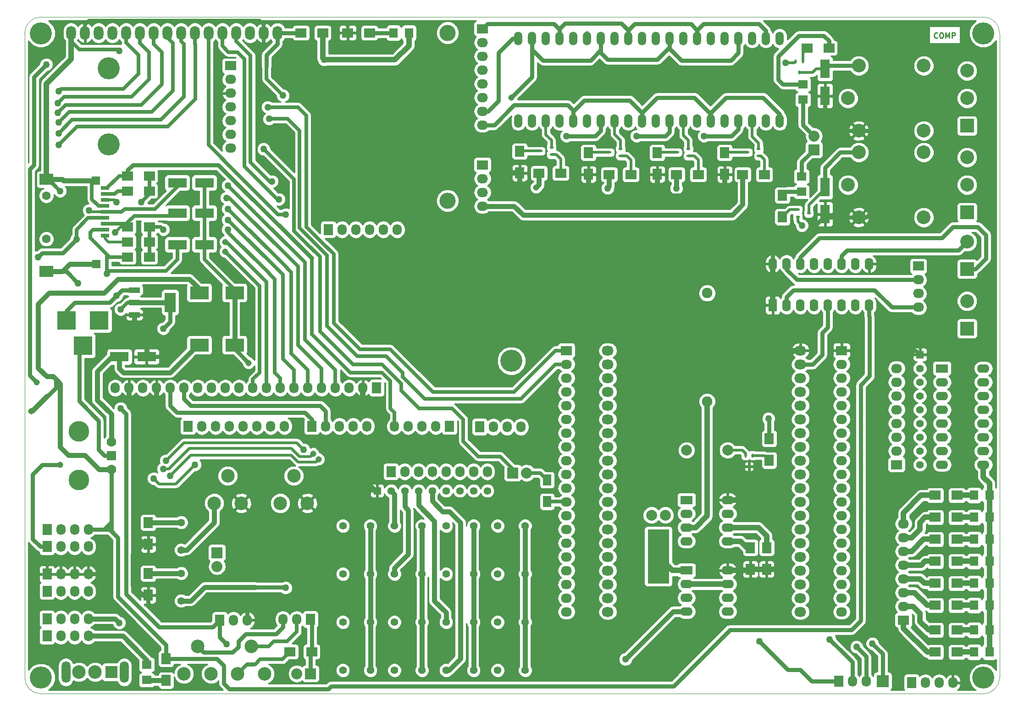
<source format=gbr>
G04 #@! TF.FileFunction,Copper,L1,Top,Signal*
%FSLAX46Y46*%
G04 Gerber Fmt 4.6, Leading zero omitted, Abs format (unit mm)*
G04 Created by KiCad (PCBNEW (2015-01-16 BZR 5376)-product) date 6/20/2015 12:23:26 PM*
%MOMM*%
G01*
G04 APERTURE LIST*
%ADD10C,0.100000*%
%ADD11C,0.254000*%
%ADD12R,1.800860X1.597660*%
%ADD13R,1.597660X1.800860*%
%ADD14R,0.457200X0.711200*%
%ADD15R,0.711200X0.457200*%
%ADD16R,2.300000X2.300000*%
%ADD17C,2.500000*%
%ADD18O,1.651000X4.000000*%
%ADD19O,1.800000X2.600000*%
%ADD20C,3.000000*%
%ADD21O,2.200000X1.800000*%
%ADD22R,3.500120X1.800860*%
%ADD23R,1.800860X3.500120*%
%ADD24R,1.727200X2.032000*%
%ADD25O,1.727200X2.032000*%
%ADD26R,3.500120X2.400300*%
%ADD27R,1.600000X2.000000*%
%ADD28R,1.574800X2.286000*%
%ADD29O,1.574800X2.286000*%
%ADD30R,2.032000X3.657600*%
%ADD31R,2.032000X1.016000*%
%ADD32R,2.540000X2.540000*%
%ADD33C,2.540000*%
%ADD34R,2.032000X1.727200*%
%ADD35O,2.032000X1.727200*%
%ADD36R,3.500120X3.500120*%
%ADD37C,4.064000*%
%ADD38R,2.235200X2.235200*%
%ADD39R,1.700000X2.000000*%
%ADD40R,2.000000X1.700000*%
%ADD41R,1.397000X1.397000*%
%ADD42C,1.397000*%
%ADD43C,2.499360*%
%ADD44R,2.286000X1.574800*%
%ADD45O,2.286000X1.574800*%
%ADD46R,1.500000X0.700000*%
%ADD47R,1.500000X1.500000*%
%ADD48R,2.500000X2.000000*%
%ADD49C,1.600000*%
%ADD50C,2.000000*%
%ADD51C,1.948180*%
%ADD52R,2.032000X2.032000*%
%ADD53O,2.032000X2.032000*%
%ADD54C,1.778000*%
%ADD55R,1.778000X1.778000*%
%ADD56C,3.810000*%
%ADD57C,3.800000*%
%ADD58O,1.524000X2.524000*%
%ADD59R,4.000000X10.000000*%
%ADD60C,1.270000*%
%ADD61C,1.143000*%
%ADD62C,0.762000*%
%ADD63C,0.508000*%
%ADD64C,0.889000*%
%ADD65C,0.635000*%
%ADD66C,1.016000*%
%ADD67C,0.381000*%
G04 APERTURE END LIST*
D10*
X42000000Y-142900000D02*
X42000000Y-23950000D01*
X218950000Y-145950000D02*
X45000000Y-145950000D01*
D11*
X210529714Y-24746857D02*
X210481333Y-24795238D01*
X210336190Y-24843619D01*
X210239428Y-24843619D01*
X210094286Y-24795238D01*
X209997524Y-24698476D01*
X209949143Y-24601714D01*
X209900762Y-24408190D01*
X209900762Y-24263048D01*
X209949143Y-24069524D01*
X209997524Y-23972762D01*
X210094286Y-23876000D01*
X210239428Y-23827619D01*
X210336190Y-23827619D01*
X210481333Y-23876000D01*
X210529714Y-23924381D01*
X211158667Y-23827619D02*
X211352190Y-23827619D01*
X211448952Y-23876000D01*
X211545714Y-23972762D01*
X211594095Y-24166286D01*
X211594095Y-24504952D01*
X211545714Y-24698476D01*
X211448952Y-24795238D01*
X211352190Y-24843619D01*
X211158667Y-24843619D01*
X211061905Y-24795238D01*
X210965143Y-24698476D01*
X210916762Y-24504952D01*
X210916762Y-24166286D01*
X210965143Y-23972762D01*
X211061905Y-23876000D01*
X211158667Y-23827619D01*
X212029524Y-24843619D02*
X212029524Y-23827619D01*
X212368190Y-24553333D01*
X212706857Y-23827619D01*
X212706857Y-24843619D01*
X213190667Y-24843619D02*
X213190667Y-23827619D01*
X213577714Y-23827619D01*
X213674476Y-23876000D01*
X213722857Y-23924381D01*
X213771238Y-24021143D01*
X213771238Y-24166286D01*
X213722857Y-24263048D01*
X213674476Y-24311429D01*
X213577714Y-24359810D01*
X213190667Y-24359810D01*
D10*
X41984000Y-142952000D02*
G75*
G03X44984000Y-145952000I3000000J0D01*
G01*
X44984000Y-20952000D02*
G75*
G03X41984000Y-23952000I0J-3000000D01*
G01*
X221984000Y-23952000D02*
G75*
G03X218984000Y-20952000I-3000000J0D01*
G01*
X218984000Y-145952000D02*
G75*
G03X221984000Y-142952000I0J3000000D01*
G01*
X218984000Y-145952000D02*
G75*
G03X221984000Y-142952000I0J3000000D01*
G01*
X221984000Y-23952000D02*
X221984000Y-142952000D01*
X44984000Y-20952000D02*
X218984000Y-20952000D01*
D12*
X185438000Y-53237860D03*
X185438000Y-50398140D03*
X185692000Y-33380140D03*
X185692000Y-36219860D03*
D13*
X112943860Y-23878000D03*
X110104140Y-23878000D03*
D12*
X64534000Y-140568140D03*
X64534000Y-143407860D03*
D13*
X220131860Y-138244000D03*
X217292140Y-138244000D03*
X220131860Y-134180000D03*
X217292140Y-134180000D03*
X220131860Y-129608000D03*
X217292140Y-129608000D03*
X220131860Y-125544000D03*
X217292140Y-125544000D03*
X220131860Y-121480000D03*
X217292140Y-121480000D03*
X220131860Y-117416000D03*
X217292140Y-117416000D03*
X220131860Y-113352000D03*
X217292140Y-113352000D03*
X220131860Y-109288000D03*
X217292140Y-109288000D03*
D14*
X176394400Y-101936000D03*
X175073600Y-101936000D03*
X175734000Y-103968000D03*
D15*
X184718000Y-56541600D03*
X184718000Y-57862400D03*
X186750000Y-57202000D03*
D14*
X185644400Y-29186000D03*
X184323600Y-29186000D03*
X184984000Y-31218000D03*
D15*
X177500000Y-46612400D03*
X177500000Y-45291600D03*
X175468000Y-45952000D03*
X164500000Y-46612400D03*
X164500000Y-45291600D03*
X162468000Y-45952000D03*
X152000000Y-46612400D03*
X152000000Y-45291600D03*
X149968000Y-45952000D03*
X139250000Y-46362400D03*
X139250000Y-45041600D03*
X137218000Y-45702000D03*
D16*
X57984000Y-141952000D03*
D17*
X54984000Y-141952000D03*
X51984000Y-141952000D03*
D18*
X49583960Y-141952000D03*
X60384040Y-141952000D03*
D19*
X50564000Y-23878000D03*
X53104000Y-23878000D03*
X55644000Y-23878000D03*
X58184000Y-23878000D03*
X60724000Y-23878000D03*
X63264000Y-23878000D03*
X65804000Y-23878000D03*
X68344000Y-23878000D03*
X70884000Y-23878000D03*
X73424000Y-23878000D03*
X75964000Y-23878000D03*
X78504000Y-23878000D03*
X81044000Y-23878000D03*
X83584000Y-23878000D03*
X86124000Y-23878000D03*
X88664000Y-23878000D03*
D20*
X45064900Y-23878000D03*
X120063480Y-54878700D03*
X120063480Y-23878000D03*
D21*
X149624000Y-82552000D03*
X149624000Y-85092000D03*
X149624000Y-87632000D03*
X149624000Y-90172000D03*
X149624000Y-92712000D03*
X149624000Y-95252000D03*
X149624000Y-97792000D03*
X149624000Y-100332000D03*
X149624000Y-102872000D03*
X149624000Y-105412000D03*
X149624000Y-107952000D03*
X149624000Y-110492000D03*
X149624000Y-113032000D03*
X149624000Y-115572000D03*
X149624000Y-118112000D03*
X149624000Y-120652000D03*
X149624000Y-123192000D03*
X149624000Y-125732000D03*
X149624000Y-128272000D03*
X149624000Y-130812000D03*
X185184000Y-130812000D03*
X185184000Y-128272000D03*
X185184000Y-125732000D03*
X185184000Y-123192000D03*
X185184000Y-120652000D03*
X185184000Y-118112000D03*
X185184000Y-115572000D03*
X185184000Y-113032000D03*
X185184000Y-110492000D03*
X185184000Y-107952000D03*
X185184000Y-105412000D03*
X185184000Y-102872000D03*
X185184000Y-100332000D03*
X185184000Y-97792000D03*
X185184000Y-95252000D03*
X185184000Y-92712000D03*
X185184000Y-90172000D03*
X185184000Y-87632000D03*
X185184000Y-85092000D03*
X185184000Y-82552000D03*
D22*
X64483360Y-83702000D03*
X59484640Y-83702000D03*
D23*
X189756000Y-57365360D03*
X189756000Y-52366640D03*
X189756000Y-35521360D03*
X189756000Y-30522640D03*
D22*
X70162640Y-62994000D03*
X75161360Y-62994000D03*
X70162640Y-57152000D03*
X75161360Y-57152000D03*
X70162640Y-51564000D03*
X75161360Y-51564000D03*
D24*
X106984000Y-89452000D03*
D25*
X104444000Y-89452000D03*
X101904000Y-89452000D03*
X99364000Y-89452000D03*
X96824000Y-89452000D03*
X94284000Y-89452000D03*
X91744000Y-89452000D03*
X89204000Y-89452000D03*
X86664000Y-89452000D03*
X84124000Y-89452000D03*
X81584000Y-89452000D03*
X79044000Y-89452000D03*
X76504000Y-89452000D03*
X73964000Y-89452000D03*
X71424000Y-89452000D03*
X68884000Y-89452000D03*
X66344000Y-89452000D03*
X63804000Y-89452000D03*
X61264000Y-89452000D03*
X58724000Y-89452000D03*
D24*
X98044000Y-60198000D03*
D25*
X100584000Y-60198000D03*
X103124000Y-60198000D03*
X105664000Y-60198000D03*
X108204000Y-60198000D03*
X110744000Y-60198000D03*
D26*
X74236800Y-71884000D03*
X80739200Y-71884000D03*
X74236800Y-81536000D03*
X80739200Y-81536000D03*
D27*
X138448000Y-106460000D03*
X138448000Y-110460000D03*
D28*
X180104000Y-74170000D03*
D29*
X182644000Y-74170000D03*
X185184000Y-74170000D03*
X187724000Y-74170000D03*
X190264000Y-74170000D03*
X192804000Y-74170000D03*
X195344000Y-74170000D03*
X197884000Y-74170000D03*
X197884000Y-66550000D03*
X195344000Y-66550000D03*
X192804000Y-66550000D03*
X190264000Y-66550000D03*
X187724000Y-66550000D03*
X185184000Y-66550000D03*
X182644000Y-66550000D03*
X180104000Y-66550000D03*
D30*
X68852000Y-73662000D03*
D31*
X62248000Y-73662000D03*
X62248000Y-75948000D03*
X62248000Y-71376000D03*
D32*
X215984000Y-41032000D03*
D33*
X215984000Y-35952000D03*
X215984000Y-30872000D03*
D32*
X215984000Y-57032000D03*
D33*
X215984000Y-51952000D03*
X215984000Y-46872000D03*
D34*
X202964000Y-103634000D03*
D35*
X202964000Y-101094000D03*
X202964000Y-98554000D03*
X202964000Y-96014000D03*
X202964000Y-93474000D03*
X202964000Y-90934000D03*
X202964000Y-88394000D03*
X202964000Y-85854000D03*
D24*
X109619000Y-104904000D03*
D25*
X112159000Y-104904000D03*
X114699000Y-104904000D03*
X117239000Y-104904000D03*
X119779000Y-104904000D03*
X122319000Y-104904000D03*
X124859000Y-104904000D03*
X127399000Y-104904000D03*
D34*
X206984000Y-66952000D03*
D35*
X206984000Y-69492000D03*
X206984000Y-72032000D03*
X206984000Y-74572000D03*
D34*
X204234000Y-132336000D03*
D35*
X204234000Y-129796000D03*
X204234000Y-127256000D03*
X204234000Y-124716000D03*
X204234000Y-122176000D03*
X204234000Y-119636000D03*
X204234000Y-117096000D03*
X204234000Y-114556000D03*
D32*
X215984000Y-78492000D03*
D33*
X215984000Y-73412000D03*
D32*
X215984000Y-67492000D03*
D33*
X215984000Y-62412000D03*
D24*
X192278000Y-143637000D03*
D25*
X194818000Y-143637000D03*
X197358000Y-143637000D03*
D36*
X55748140Y-76964000D03*
X49748660Y-76964000D03*
X52748400Y-81663000D03*
D24*
X46119000Y-115572000D03*
D25*
X48659000Y-115572000D03*
X51199000Y-115572000D03*
X53739000Y-115572000D03*
D24*
X46119000Y-123827000D03*
D25*
X48659000Y-123827000D03*
X51199000Y-123827000D03*
X53739000Y-123827000D03*
D24*
X46119000Y-132082000D03*
D25*
X48659000Y-132082000D03*
X51199000Y-132082000D03*
X53739000Y-132082000D03*
D37*
X131844000Y-84457000D03*
X44984000Y-23952000D03*
X218984000Y-142952000D03*
X44984000Y-142952000D03*
X218984000Y-23952000D03*
D34*
X126510000Y-48262000D03*
D35*
X126510000Y-50802000D03*
X126510000Y-53342000D03*
X126510000Y-55882000D03*
D34*
X126510000Y-23116000D03*
D35*
X126510000Y-25656000D03*
X126510000Y-28196000D03*
X126510000Y-30736000D03*
X126510000Y-33276000D03*
X126510000Y-35816000D03*
X126510000Y-38356000D03*
X126510000Y-40896000D03*
D38*
X200406000Y-143637000D03*
D24*
X77996000Y-132336000D03*
D25*
X80536000Y-132336000D03*
X83076000Y-132336000D03*
D24*
X46119000Y-118747000D03*
D25*
X48659000Y-118747000D03*
X51199000Y-118747000D03*
X53739000Y-118747000D03*
D24*
X46119000Y-127002000D03*
D25*
X48659000Y-127002000D03*
X51199000Y-127002000D03*
X53739000Y-127002000D03*
D24*
X46119000Y-135257000D03*
D25*
X48659000Y-135257000D03*
X51199000Y-135257000D03*
X53739000Y-135257000D03*
D24*
X120414000Y-96522000D03*
D25*
X117874000Y-96522000D03*
X115334000Y-96522000D03*
X112794000Y-96522000D03*
X110254000Y-96522000D03*
D24*
X205740000Y-143891000D03*
D25*
X208280000Y-143891000D03*
X210820000Y-143891000D03*
X213360000Y-143891000D03*
D39*
X64788000Y-118334000D03*
X64788000Y-114334000D03*
X64788000Y-127732000D03*
X64788000Y-123732000D03*
D40*
X190486000Y-26672000D03*
X186486000Y-26672000D03*
D39*
X181882000Y-53882000D03*
X181882000Y-57882000D03*
D40*
X140956000Y-49786000D03*
X136956000Y-49786000D03*
D39*
X179451000Y-98838000D03*
X179451000Y-102838000D03*
D40*
X153910000Y-50040000D03*
X149910000Y-50040000D03*
X166356000Y-50040000D03*
X162356000Y-50040000D03*
X178548000Y-50040000D03*
X174548000Y-50040000D03*
D39*
X68090000Y-143480000D03*
X68090000Y-139480000D03*
D40*
X93014000Y-23878000D03*
X97014000Y-23878000D03*
D39*
X175984000Y-122952000D03*
X175984000Y-118952000D03*
X178984000Y-122952000D03*
X178984000Y-118952000D03*
D40*
X210108000Y-138244000D03*
X214108000Y-138244000D03*
X65010000Y-65280000D03*
X61010000Y-65280000D03*
X65010000Y-59692000D03*
X61010000Y-59692000D03*
X65010000Y-50294000D03*
X61010000Y-50294000D03*
X61010000Y-53088000D03*
X65010000Y-53088000D03*
D39*
X133368000Y-45754000D03*
X133368000Y-49754000D03*
X146068000Y-46008000D03*
X146068000Y-50008000D03*
X158768000Y-46008000D03*
X158768000Y-50008000D03*
X171214000Y-46008000D03*
X171214000Y-50008000D03*
D40*
X90982000Y-138178000D03*
X94982000Y-138178000D03*
X105650000Y-23878000D03*
X101650000Y-23878000D03*
X61010000Y-62486000D03*
X65010000Y-62486000D03*
X210108000Y-109288000D03*
X214108000Y-109288000D03*
X210108000Y-113352000D03*
X214108000Y-113352000D03*
X210108000Y-117416000D03*
X214108000Y-117416000D03*
X210108000Y-121480000D03*
X214108000Y-121480000D03*
X210108000Y-125544000D03*
X214108000Y-125544000D03*
X210108000Y-129608000D03*
X214108000Y-129608000D03*
X210108000Y-134180000D03*
X214108000Y-134180000D03*
D41*
X107079000Y-108460000D03*
D42*
X109619000Y-108460000D03*
X112159000Y-108460000D03*
X114699000Y-108460000D03*
X117239000Y-108460000D03*
X119779000Y-108460000D03*
X122319000Y-108460000D03*
X124859000Y-108460000D03*
X127399000Y-108460000D03*
D41*
X207282000Y-83314000D03*
D42*
X207282000Y-85854000D03*
X207282000Y-88394000D03*
X207282000Y-90934000D03*
X207282000Y-93474000D03*
X207282000Y-96014000D03*
X207282000Y-98554000D03*
X207282000Y-101094000D03*
X207282000Y-103634000D03*
D43*
X73891360Y-137202640D03*
X76390720Y-142242000D03*
X71392000Y-142242000D03*
X83797360Y-137202640D03*
X86296720Y-142242000D03*
X81298000Y-142242000D03*
X79479360Y-105706640D03*
X81978720Y-110746000D03*
X76980000Y-110746000D03*
X91671360Y-105706640D03*
X94170720Y-110746000D03*
X89172000Y-110746000D03*
D44*
X211346000Y-85854000D03*
D45*
X211346000Y-88394000D03*
X211346000Y-90934000D03*
X211346000Y-93474000D03*
X211346000Y-96014000D03*
X211346000Y-98554000D03*
X211346000Y-101094000D03*
X211346000Y-103634000D03*
X218966000Y-103634000D03*
X218966000Y-101094000D03*
X218966000Y-98554000D03*
X218966000Y-96014000D03*
X218966000Y-93474000D03*
X218966000Y-90934000D03*
X218966000Y-88394000D03*
X218966000Y-85854000D03*
D46*
X56784000Y-61352000D03*
X56784000Y-60252000D03*
X56784000Y-59152000D03*
X56784000Y-58052000D03*
X56784000Y-56952000D03*
X56784000Y-55852000D03*
X56784000Y-54752000D03*
X56784000Y-53652000D03*
X56784000Y-52552000D03*
D47*
X55084000Y-51152000D03*
X55184000Y-66552000D03*
D48*
X45984000Y-50952000D03*
X45984000Y-67952000D03*
D49*
X45984000Y-53952000D03*
X45984000Y-61952000D03*
D50*
X171783840Y-100952000D03*
X164184160Y-100952000D03*
D42*
X100729000Y-114937000D03*
X105809000Y-114937000D03*
X110254000Y-114937000D03*
X115334000Y-114937000D03*
X119779000Y-114937000D03*
X124859000Y-114937000D03*
X129304000Y-114937000D03*
X134384000Y-114937000D03*
X100729000Y-123827000D03*
X105809000Y-123827000D03*
X110254000Y-123827000D03*
X115334000Y-123827000D03*
X119779000Y-123827000D03*
X124859000Y-123827000D03*
X129304000Y-123827000D03*
X134384000Y-123827000D03*
X100729000Y-132717000D03*
X105809000Y-132717000D03*
X110254000Y-132717000D03*
X115334000Y-132717000D03*
X119779000Y-132717000D03*
X124859000Y-132717000D03*
X129304000Y-132717000D03*
X134384000Y-132717000D03*
X100729000Y-141607000D03*
X105809000Y-141607000D03*
X110254000Y-141607000D03*
X115334000Y-141607000D03*
X119779000Y-141607000D03*
X124859000Y-141607000D03*
X129304000Y-141607000D03*
X134384000Y-141607000D03*
X70884000Y-119382000D03*
X70884000Y-114302000D03*
X70884000Y-128780000D03*
X70884000Y-123700000D03*
D44*
X164174000Y-123142000D03*
D45*
X164174000Y-125682000D03*
X164174000Y-128222000D03*
X164174000Y-130762000D03*
X171794000Y-130762000D03*
X171794000Y-128222000D03*
X171794000Y-125682000D03*
X171794000Y-123142000D03*
D44*
X164174000Y-110142000D03*
D45*
X164174000Y-112682000D03*
X164174000Y-115222000D03*
X164174000Y-117762000D03*
X171794000Y-117762000D03*
X171794000Y-115222000D03*
X171794000Y-112682000D03*
X171794000Y-110142000D03*
D51*
X167984000Y-91951960D03*
X167984000Y-71952000D03*
D52*
X187706000Y-45466000D03*
D53*
X187706000Y-42926000D03*
D52*
X132098000Y-105158000D03*
D53*
X134638000Y-105158000D03*
D33*
X195984520Y-29952520D03*
X193983000Y-35952000D03*
X207983480Y-29952520D03*
X207983480Y-41951480D03*
X195984520Y-41951480D03*
X195984520Y-45952520D03*
X193983000Y-51952000D03*
X207983480Y-45952520D03*
X207983480Y-57951480D03*
X195984520Y-57951480D03*
D54*
X57984000Y-104492000D03*
D55*
X57984000Y-101952000D03*
D54*
X57984000Y-99412000D03*
D56*
X51984000Y-106452000D03*
D57*
X51984000Y-97452000D03*
D52*
X94760000Y-142242000D03*
D53*
X92220000Y-142242000D03*
D34*
X79984000Y-29952000D03*
D35*
X79984000Y-32492000D03*
X79984000Y-35032000D03*
X79984000Y-37572000D03*
X79984000Y-40112000D03*
X79984000Y-42652000D03*
X79984000Y-45192000D03*
D24*
X72154000Y-96522000D03*
D25*
X74694000Y-96522000D03*
X77234000Y-96522000D03*
X79774000Y-96522000D03*
X82314000Y-96522000D03*
X84854000Y-96522000D03*
X87394000Y-96522000D03*
X89934000Y-96522000D03*
D24*
X95014000Y-96522000D03*
D25*
X97554000Y-96522000D03*
X100094000Y-96522000D03*
X102634000Y-96522000D03*
X105174000Y-96522000D03*
D52*
X77488000Y-119890000D03*
D53*
X77488000Y-122430000D03*
D58*
X145814000Y-40134000D03*
X148354000Y-40134000D03*
X150894000Y-40134000D03*
X153434000Y-40134000D03*
X155974000Y-40134000D03*
X155974000Y-24894000D03*
X153434000Y-24894000D03*
X150894000Y-24894000D03*
X148354000Y-24894000D03*
X145814000Y-24894000D03*
X158514000Y-40134000D03*
X161054000Y-40134000D03*
X163594000Y-40134000D03*
X166134000Y-40134000D03*
X168674000Y-40134000D03*
X168674000Y-24894000D03*
X166134000Y-24894000D03*
X163594000Y-24894000D03*
X161054000Y-24894000D03*
X158514000Y-24894000D03*
X171214000Y-40134000D03*
X173754000Y-40134000D03*
X176294000Y-40134000D03*
X178834000Y-40134000D03*
X181374000Y-40134000D03*
X181374000Y-24894000D03*
X178834000Y-24894000D03*
X176294000Y-24894000D03*
X173754000Y-24894000D03*
X171214000Y-24894000D03*
D34*
X142004000Y-82552000D03*
D35*
X142004000Y-85092000D03*
X142004000Y-87632000D03*
X142004000Y-90172000D03*
X142004000Y-92712000D03*
X142004000Y-95252000D03*
X142004000Y-97792000D03*
X142004000Y-100332000D03*
X142004000Y-102872000D03*
X142004000Y-105412000D03*
X142004000Y-107952000D03*
X142004000Y-110492000D03*
X142004000Y-113032000D03*
X142004000Y-115572000D03*
X142004000Y-118112000D03*
X142004000Y-120652000D03*
X142004000Y-123192000D03*
X142004000Y-125732000D03*
X142004000Y-128272000D03*
X142004000Y-130812000D03*
D34*
X192804000Y-82552000D03*
D35*
X192804000Y-85092000D03*
X192804000Y-87632000D03*
X192804000Y-90172000D03*
X192804000Y-92712000D03*
X192804000Y-95252000D03*
X192804000Y-97792000D03*
X192804000Y-100332000D03*
X192804000Y-102872000D03*
X192804000Y-105412000D03*
X192804000Y-107952000D03*
X192804000Y-110492000D03*
X192804000Y-113032000D03*
X192804000Y-115572000D03*
X192804000Y-118112000D03*
X192804000Y-120652000D03*
X192804000Y-123192000D03*
X192804000Y-125732000D03*
X192804000Y-128272000D03*
X192804000Y-130812000D03*
D50*
X160254000Y-112952000D03*
X157714000Y-112952000D03*
D59*
X158984000Y-120572000D03*
D58*
X133114000Y-40134000D03*
X135654000Y-40134000D03*
X138194000Y-40134000D03*
X140734000Y-40134000D03*
X143274000Y-40134000D03*
X143274000Y-24894000D03*
X140734000Y-24894000D03*
X138194000Y-24894000D03*
X135654000Y-24894000D03*
X133114000Y-24894000D03*
D24*
X125984000Y-96647000D03*
D25*
X128524000Y-96647000D03*
X131064000Y-96647000D03*
X133604000Y-96647000D03*
D37*
X57484000Y-30452000D03*
X57484000Y-44452000D03*
D24*
X94742000Y-132207000D03*
D25*
X92202000Y-132207000D03*
X89662000Y-132207000D03*
D60*
X167404000Y-42928000D03*
X154958000Y-42928000D03*
X142004000Y-42928000D03*
D61*
X43198000Y-93728000D03*
D60*
X185484000Y-59452000D03*
X182484000Y-29452000D03*
D61*
X83330000Y-84838000D03*
D60*
X48532000Y-53088000D03*
X58946000Y-72392000D03*
X51834000Y-70106000D03*
X59454000Y-27180000D03*
D61*
X48532000Y-103634000D03*
D60*
X90170000Y-126365000D03*
X152908000Y-139573000D03*
X97282000Y-28829000D03*
X51580000Y-61978000D03*
X59454000Y-132844000D03*
X67582000Y-78488000D03*
X59708000Y-93220000D03*
X67582000Y-60200000D03*
X63518000Y-55120000D03*
X44468000Y-65280000D03*
X59708000Y-74932000D03*
X79248000Y-136779000D03*
X87376000Y-35433000D03*
X68344000Y-83822000D03*
X171976000Y-54612000D03*
X59454000Y-130558000D03*
X88918000Y-28450000D03*
X203327000Y-110109000D03*
X110490000Y-78105000D03*
X65804000Y-106174000D03*
X73424000Y-103634000D03*
X57168000Y-68328000D03*
X68852000Y-105666000D03*
D61*
X96284000Y-102618000D03*
D60*
X58692000Y-60708000D03*
X53866000Y-56644000D03*
X67582000Y-104396000D03*
D61*
X95268000Y-101602000D03*
D60*
X86106000Y-45339000D03*
X177673000Y-136271000D03*
X190627000Y-135890000D03*
X195580000Y-137287000D03*
D61*
X44214000Y-88394000D03*
D60*
X45992000Y-29720000D03*
X79520000Y-52072000D03*
X48260000Y-34671000D03*
X79266000Y-54358000D03*
X48133000Y-36830000D03*
X79520000Y-56390000D03*
X48133000Y-38608000D03*
X79520000Y-58422000D03*
X48260000Y-40386000D03*
X79520000Y-60200000D03*
X48260000Y-42418000D03*
D61*
X79012000Y-62486000D03*
D60*
X48260000Y-44577000D03*
D61*
X79012000Y-64264000D03*
D60*
X90188000Y-57406000D03*
X88918000Y-54612000D03*
X87648000Y-51310000D03*
X89662000Y-35433000D03*
X86868000Y-37592000D03*
X87122000Y-39751000D03*
D61*
X136416000Y-52453000D03*
D60*
X149624000Y-52580000D03*
X162324000Y-52580000D03*
D61*
X131844000Y-35816000D03*
D60*
X198501000Y-136652000D03*
X179324000Y-95123000D03*
X58946000Y-55120000D03*
X68090000Y-102872000D03*
X93490000Y-100840000D03*
D62*
X173754000Y-41658000D02*
X173754000Y-40134000D01*
X172484000Y-42928000D02*
X173754000Y-41658000D01*
X171722000Y-42928000D02*
X172484000Y-42928000D01*
X167404000Y-42928000D02*
X171722000Y-42928000D01*
X161054000Y-42166000D02*
X161054000Y-40134000D01*
X160292000Y-42928000D02*
X161054000Y-42166000D01*
X154958000Y-42928000D02*
X160292000Y-42928000D01*
X148354000Y-41912000D02*
X148354000Y-40134000D01*
X147338000Y-42928000D02*
X148354000Y-41912000D01*
X142004000Y-42928000D02*
X147338000Y-42928000D01*
D63*
X139250000Y-43718000D02*
X139250000Y-45041600D01*
X138194000Y-42662000D02*
X139250000Y-43718000D01*
X138194000Y-40134000D02*
X138194000Y-42662000D01*
D62*
X126510000Y-40896000D02*
X128669000Y-40896000D01*
X143274000Y-38229000D02*
X143274000Y-40134000D01*
X142258000Y-37213000D02*
X143274000Y-38229000D01*
X132352000Y-37213000D02*
X142258000Y-37213000D01*
X128669000Y-40896000D02*
X132352000Y-37213000D01*
X168674000Y-40134000D02*
X168674000Y-38610000D01*
X181374000Y-38864000D02*
X181374000Y-40134000D01*
X178326000Y-35816000D02*
X181374000Y-38864000D01*
X171468000Y-35816000D02*
X178326000Y-35816000D01*
X168674000Y-38610000D02*
X171468000Y-35816000D01*
X155974000Y-40134000D02*
X155974000Y-38610000D01*
X155974000Y-38610000D02*
X158768000Y-35816000D01*
X168674000Y-38864000D02*
X168674000Y-40134000D01*
X165626000Y-35816000D02*
X168674000Y-38864000D01*
X158768000Y-35816000D02*
X165626000Y-35816000D01*
X143274000Y-40134000D02*
X143274000Y-38356000D01*
X153688000Y-36324000D02*
X155974000Y-38610000D01*
X145306000Y-36324000D02*
X153688000Y-36324000D01*
X143274000Y-38356000D02*
X145306000Y-36324000D01*
X140734000Y-24894000D02*
X140734000Y-23243000D01*
X127399000Y-22227000D02*
X126510000Y-23116000D01*
X139718000Y-22227000D02*
X127399000Y-22227000D01*
X140734000Y-23243000D02*
X139718000Y-22227000D01*
X166134000Y-24894000D02*
X166134000Y-23370000D01*
X166134000Y-23370000D02*
X167277000Y-22227000D01*
X178834000Y-23497000D02*
X178834000Y-24894000D01*
X177564000Y-22227000D02*
X178834000Y-23497000D01*
X167277000Y-22227000D02*
X177564000Y-22227000D01*
X153434000Y-24894000D02*
X153434000Y-23370000D01*
X153434000Y-23370000D02*
X154577000Y-22227000D01*
X164991000Y-22227000D02*
X166134000Y-23370000D01*
X154577000Y-22227000D02*
X164991000Y-22227000D01*
X140734000Y-24894000D02*
X140734000Y-23116000D01*
X152164000Y-22100000D02*
X153434000Y-23370000D01*
X141750000Y-22100000D02*
X152164000Y-22100000D01*
X140734000Y-23116000D02*
X141750000Y-22100000D01*
D63*
X150894000Y-42612000D02*
X152000000Y-43718000D01*
X152000000Y-43718000D02*
X152000000Y-45291600D01*
X150894000Y-40134000D02*
X150894000Y-42612000D01*
X163594000Y-42812000D02*
X164500000Y-43718000D01*
X164500000Y-43718000D02*
X164500000Y-45291600D01*
X163594000Y-40134000D02*
X163594000Y-42812000D01*
X176294000Y-43012000D02*
X177500000Y-44218000D01*
X177500000Y-44218000D02*
X177500000Y-45291600D01*
X176294000Y-40134000D02*
X176294000Y-43012000D01*
D62*
X43198000Y-93728000D02*
X46072000Y-90854000D01*
X196360000Y-131828000D02*
X196360000Y-131318000D01*
X197993000Y-87269000D02*
X197993000Y-76311000D01*
X196360000Y-131318000D02*
X196360000Y-88902000D01*
X196360000Y-88902000D02*
X197993000Y-87269000D01*
X197884000Y-76202000D02*
X197884000Y-74170000D01*
X197993000Y-76311000D02*
X197884000Y-76202000D01*
D64*
X48532000Y-88648000D02*
X47734000Y-87850000D01*
X57984000Y-104492000D02*
X55740000Y-104492000D01*
X48532000Y-100332000D02*
X48532000Y-90172000D01*
X50056000Y-101856000D02*
X48532000Y-100332000D01*
X53104000Y-101856000D02*
X50056000Y-101856000D01*
X55740000Y-104492000D02*
X53104000Y-101856000D01*
X48532000Y-90172000D02*
X48532000Y-88648000D01*
X72408000Y-69344000D02*
X59200000Y-69344000D01*
X59200000Y-69344000D02*
X56660000Y-71884000D01*
X56660000Y-71884000D02*
X46500000Y-71884000D01*
X46500000Y-71884000D02*
X44468000Y-73916000D01*
X44468000Y-73916000D02*
X44468000Y-85758000D01*
X44468000Y-85758000D02*
X46072000Y-87362000D01*
X47246000Y-87362000D02*
X46072000Y-87362000D01*
X47734000Y-87850000D02*
X47246000Y-87362000D01*
X74236800Y-71172800D02*
X72408000Y-69344000D01*
X74236800Y-71884000D02*
X74236800Y-71172800D01*
D62*
X68090000Y-139480000D02*
X67614000Y-139480000D01*
X53739000Y-115572000D02*
X53866000Y-115572000D01*
X53739000Y-115572000D02*
X53739000Y-115445000D01*
X56660000Y-115572000D02*
X53739000Y-115572000D01*
X58946000Y-116842000D02*
X57676000Y-115572000D01*
X57676000Y-115572000D02*
X56660000Y-115572000D01*
X60470000Y-129288000D02*
X60216000Y-129034000D01*
X68090000Y-139480000D02*
X68090000Y-136908000D01*
X68090000Y-136908000D02*
X62502000Y-131320000D01*
X62502000Y-131320000D02*
X60470000Y-129288000D01*
X57984000Y-115880000D02*
X58946000Y-116842000D01*
X57984000Y-114048000D02*
X57984000Y-115880000D01*
X57984000Y-104492000D02*
X57984000Y-114048000D01*
X57984000Y-114248000D02*
X56660000Y-115572000D01*
X57984000Y-114048000D02*
X57984000Y-114248000D01*
X59200000Y-128018000D02*
X60470000Y-129288000D01*
X57676000Y-115572000D02*
X59200000Y-117096000D01*
X59200000Y-127764000D02*
X59200000Y-117096000D01*
X59200000Y-127764000D02*
X59200000Y-128018000D01*
X77520000Y-139480000D02*
X78758000Y-140718000D01*
X78758000Y-140718000D02*
X78758000Y-144020000D01*
X78758000Y-144020000D02*
X79774000Y-145036000D01*
X79774000Y-145036000D02*
X98062000Y-145036000D01*
X98062000Y-145036000D02*
X98570000Y-144528000D01*
X77520000Y-139480000D02*
X68090000Y-139480000D01*
X161796000Y-144528000D02*
X172212000Y-134112000D01*
X172212000Y-134112000D02*
X194691000Y-134112000D01*
X194691000Y-134112000D02*
X196342000Y-132461000D01*
X196342000Y-132461000D02*
X196342000Y-131318000D01*
X196360000Y-131318000D02*
X196342000Y-131318000D01*
X161796000Y-144528000D02*
X98570000Y-144528000D01*
X43458000Y-93728000D02*
X47734000Y-89452000D01*
X47734000Y-89452000D02*
X47734000Y-87850000D01*
X43198000Y-93728000D02*
X43458000Y-93728000D01*
D63*
X184718000Y-58686000D02*
X185484000Y-59452000D01*
X184718000Y-57862400D02*
X184718000Y-58686000D01*
X182484000Y-29452000D02*
X184057600Y-29452000D01*
X184057600Y-29452000D02*
X184323600Y-29186000D01*
D65*
X75161360Y-65747360D02*
X75161360Y-62994000D01*
X75161360Y-62994000D02*
X75161360Y-57152000D01*
X75161360Y-57152000D02*
X75161360Y-51564000D01*
D62*
X52072000Y-87362000D02*
X52072000Y-82339400D01*
X52072000Y-82339400D02*
X52748400Y-81663000D01*
D64*
X70884000Y-119382000D02*
X71900000Y-119382000D01*
X71900000Y-119382000D02*
X76980000Y-114302000D01*
X76980000Y-114302000D02*
X76980000Y-110746000D01*
X64534000Y-140568140D02*
X64534000Y-139702000D01*
X64534000Y-139702000D02*
X63518000Y-138686000D01*
D62*
X83330000Y-84838000D02*
X80739200Y-82247200D01*
X80739200Y-82247200D02*
X80739200Y-81536000D01*
D65*
X56784000Y-55852000D02*
X55614000Y-55852000D01*
X54374000Y-54612000D02*
X54374000Y-51862000D01*
X55614000Y-55852000D02*
X54374000Y-54612000D01*
X54374000Y-51862000D02*
X55084000Y-51152000D01*
D62*
X185184000Y-85092000D02*
X187470000Y-85092000D01*
X187470000Y-85092000D02*
X189248000Y-83314000D01*
X189248000Y-83314000D02*
X189248000Y-79250000D01*
X189248000Y-79250000D02*
X190264000Y-78234000D01*
X190264000Y-78234000D02*
X190264000Y-74170000D01*
D66*
X220131860Y-138244000D02*
X220131860Y-134180000D01*
X220131860Y-134180000D02*
X220131860Y-129608000D01*
X220131860Y-129608000D02*
X220131860Y-125544000D01*
X220131860Y-125544000D02*
X220131860Y-121480000D01*
X220131860Y-121480000D02*
X220131860Y-117416000D01*
X220131860Y-117416000D02*
X220131860Y-113352000D01*
X220131860Y-113352000D02*
X220131860Y-109288000D01*
X220131860Y-107085860D02*
X218966000Y-105920000D01*
X218966000Y-105920000D02*
X218966000Y-103634000D01*
X220131860Y-109288000D02*
X220131860Y-107085860D01*
D64*
X80739200Y-71884000D02*
X80739200Y-81536000D01*
X50308000Y-66552000D02*
X48908000Y-67952000D01*
X48908000Y-67952000D02*
X45984000Y-67952000D01*
X55184000Y-66552000D02*
X50308000Y-66552000D01*
X49136000Y-51152000D02*
X48936000Y-50952000D01*
X48936000Y-50952000D02*
X45984000Y-50952000D01*
X55084000Y-51152000D02*
X49136000Y-51152000D01*
D65*
X46396000Y-50952000D02*
X45984000Y-50952000D01*
X48532000Y-53088000D02*
X46396000Y-50952000D01*
D64*
X64534000Y-139702000D02*
X63518000Y-138686000D01*
X63518000Y-138686000D02*
X60089000Y-135257000D01*
X60089000Y-135257000D02*
X53739000Y-135257000D01*
D62*
X71900000Y-119382000D02*
X76980000Y-114302000D01*
X76980000Y-114302000D02*
X76980000Y-110746000D01*
X43452000Y-107952000D02*
X43452000Y-106174000D01*
X43452000Y-117350000D02*
X43452000Y-107952000D01*
X44849000Y-118747000D02*
X43452000Y-117350000D01*
X46119000Y-118747000D02*
X44849000Y-118747000D01*
X52072000Y-91934000D02*
X52072000Y-89862000D01*
X55644000Y-95506000D02*
X52072000Y-91934000D01*
X55644000Y-100840000D02*
X55644000Y-95506000D01*
X56756000Y-101952000D02*
X55644000Y-100840000D01*
X57984000Y-101952000D02*
X56756000Y-101952000D01*
X59962000Y-71376000D02*
X58946000Y-72392000D01*
X51834000Y-70106000D02*
X49680000Y-67952000D01*
X49680000Y-67952000D02*
X45984000Y-67952000D01*
X62248000Y-71376000D02*
X59962000Y-71376000D01*
D65*
X59454000Y-27180000D02*
X59200000Y-26926000D01*
X59200000Y-26926000D02*
X52088000Y-26926000D01*
X52088000Y-26926000D02*
X50564000Y-25402000D01*
X50564000Y-25402000D02*
X50564000Y-23878000D01*
X80739200Y-71325200D02*
X75161360Y-65747360D01*
X80739200Y-71884000D02*
X80739200Y-71325200D01*
D66*
X45984000Y-33284000D02*
X50564000Y-28704000D01*
X50564000Y-28704000D02*
X50564000Y-23878000D01*
X45984000Y-50952000D02*
X45984000Y-33284000D01*
D62*
X43452000Y-105412000D02*
X45230000Y-103634000D01*
X45230000Y-103634000D02*
X48532000Y-103634000D01*
X43452000Y-107952000D02*
X43452000Y-105412000D01*
D66*
X161554000Y-123142000D02*
X158984000Y-120572000D01*
X161554000Y-123142000D02*
X158984000Y-120572000D01*
X164174000Y-123142000D02*
X161554000Y-123142000D01*
X171794000Y-125682000D02*
X164174000Y-125682000D01*
X97282000Y-28829000D02*
X97014000Y-28561000D01*
X97014000Y-28561000D02*
X97014000Y-23878000D01*
D62*
X90170000Y-126365000D02*
X90045000Y-126240000D01*
X90045000Y-126240000D02*
X84600000Y-126240000D01*
D64*
X84600000Y-126240000D02*
X78758000Y-126240000D01*
X78758000Y-126240000D02*
X75202000Y-126240000D01*
X75202000Y-126240000D02*
X72662000Y-128780000D01*
X72662000Y-128780000D02*
X70884000Y-128780000D01*
D66*
X112943860Y-26248140D02*
X110363000Y-28829000D01*
X110363000Y-28829000D02*
X97282000Y-28829000D01*
X112943860Y-23878000D02*
X112943860Y-26248140D01*
D64*
X152908000Y-139573000D02*
X161719000Y-130762000D01*
X161719000Y-130762000D02*
X164174000Y-130762000D01*
D62*
X49748660Y-76964000D02*
X48472000Y-76964000D01*
X52524000Y-73662000D02*
X52484000Y-73702000D01*
X52484000Y-73702000D02*
X51234000Y-73702000D01*
X51234000Y-73702000D02*
X49748660Y-75187340D01*
X49748660Y-75187340D02*
X49748660Y-76964000D01*
X57676000Y-73662000D02*
X52524000Y-73662000D01*
X58946000Y-72392000D02*
X57676000Y-73662000D01*
X52072000Y-82339400D02*
X52748400Y-81663000D01*
X52072000Y-91934000D02*
X52072000Y-82339400D01*
D64*
X57984000Y-99412000D02*
X57984000Y-98608000D01*
X73932000Y-81536000D02*
X68852000Y-86616000D01*
X74236800Y-81536000D02*
X73932000Y-81536000D01*
X57984000Y-99412000D02*
X57984000Y-94290000D01*
X57984000Y-94290000D02*
X55390000Y-91696000D01*
X68852000Y-86616000D02*
X60216000Y-86616000D01*
X55390000Y-91696000D02*
X55390000Y-86362000D01*
X55390000Y-86362000D02*
X57800000Y-83952000D01*
X60216000Y-86616000D02*
X59484640Y-85884640D01*
X59484640Y-85884640D02*
X59484640Y-83952000D01*
X57800000Y-83952000D02*
X59484640Y-83952000D01*
D65*
X137146000Y-105158000D02*
X138448000Y-106460000D01*
X134638000Y-105158000D02*
X137146000Y-105158000D01*
X141972000Y-110460000D02*
X142004000Y-110492000D01*
X138448000Y-110460000D02*
X141972000Y-110460000D01*
D62*
X70376000Y-133606000D02*
X76726000Y-133606000D01*
X76726000Y-133606000D02*
X77996000Y-132336000D01*
D64*
X68852000Y-73662000D02*
X62248000Y-73662000D01*
D65*
X65010000Y-50294000D02*
X65010000Y-53088000D01*
X51580000Y-60200000D02*
X51580000Y-61978000D01*
X53728000Y-58052000D02*
X51580000Y-60200000D01*
X56784000Y-58052000D02*
X53728000Y-58052000D01*
D64*
X59454000Y-132844000D02*
X58692000Y-132082000D01*
X58692000Y-132082000D02*
X53739000Y-132082000D01*
D62*
X67582000Y-78488000D02*
X68852000Y-77218000D01*
X68852000Y-77218000D02*
X68852000Y-73662000D01*
D65*
X65010000Y-65280000D02*
X65010000Y-62486000D01*
X65010000Y-62486000D02*
X65010000Y-59692000D01*
D62*
X60724000Y-94236000D02*
X59708000Y-93220000D01*
X60724000Y-127510000D02*
X60724000Y-97284000D01*
X66820000Y-133606000D02*
X60724000Y-127510000D01*
X70376000Y-133606000D02*
X66820000Y-133606000D01*
X60724000Y-97284000D02*
X60724000Y-94236000D01*
D65*
X67582000Y-60200000D02*
X67074000Y-59692000D01*
X67074000Y-59692000D02*
X65010000Y-59692000D01*
X65010000Y-53628000D02*
X65010000Y-53088000D01*
X63518000Y-55120000D02*
X65010000Y-53628000D01*
X49040000Y-64518000D02*
X51580000Y-61978000D01*
D62*
X49040000Y-64518000D02*
X51580000Y-61978000D01*
X44468000Y-65280000D02*
X45230000Y-64518000D01*
X45230000Y-64518000D02*
X49040000Y-64518000D01*
D65*
X62248000Y-73662000D02*
X60978000Y-73662000D01*
X60978000Y-73662000D02*
X59708000Y-74932000D01*
D62*
X77996000Y-132336000D02*
X77996000Y-135527000D01*
X77996000Y-135527000D02*
X79248000Y-136779000D01*
D63*
X175734000Y-107452000D02*
X173044000Y-110142000D01*
D62*
X173044000Y-110142000D02*
X175734000Y-107452000D01*
D63*
X175734000Y-103968000D02*
X175734000Y-107452000D01*
D65*
X85090000Y-30988000D02*
X85090000Y-33147000D01*
X85090000Y-33147000D02*
X87376000Y-35433000D01*
X86124000Y-25890000D02*
X86124000Y-23878000D01*
X85090000Y-26924000D02*
X86124000Y-25890000D01*
X85090000Y-30988000D02*
X85090000Y-26924000D01*
D64*
X64483360Y-83952000D02*
X64483360Y-79707360D01*
D62*
X64483360Y-83702000D02*
X68224000Y-83702000D01*
X189756000Y-39372000D02*
X192335480Y-41951480D01*
X189756000Y-35521360D02*
X189756000Y-39372000D01*
D64*
X64483360Y-79707360D02*
X62248000Y-77472000D01*
D62*
X68214000Y-83952000D02*
X68344000Y-83822000D01*
X68224000Y-83702000D02*
X68344000Y-83822000D01*
D66*
X112268000Y-74422000D02*
X112268000Y-74295000D01*
X112268000Y-74295000D02*
X115316000Y-71247000D01*
X123190000Y-44450000D02*
X123190000Y-44452000D01*
X118364000Y-44450000D02*
X123190000Y-44450000D01*
X115316000Y-47498000D02*
X118364000Y-44450000D01*
X115316000Y-71247000D02*
X115316000Y-47498000D01*
X130796000Y-49754000D02*
X133368000Y-49754000D01*
X129484000Y-48442000D02*
X130796000Y-49754000D01*
X129484000Y-45902000D02*
X129484000Y-48442000D01*
X128034000Y-44452000D02*
X129484000Y-45902000D01*
X123190000Y-44452000D02*
X128034000Y-44452000D01*
X113810000Y-39880000D02*
X117366000Y-39880000D01*
X117366000Y-39880000D02*
X119652000Y-42166000D01*
X121938000Y-44452000D02*
X123190000Y-44452000D01*
X119652000Y-42166000D02*
X121938000Y-44452000D01*
X107079000Y-108460000D02*
X106698000Y-108460000D01*
X106698000Y-108460000D02*
X105682000Y-107444000D01*
X104444000Y-91474000D02*
X104444000Y-89452000D01*
X107714000Y-94744000D02*
X104444000Y-91474000D01*
X107714000Y-99824000D02*
X107714000Y-94744000D01*
X105682000Y-101856000D02*
X107714000Y-99824000D01*
X105682000Y-107444000D02*
X105682000Y-101856000D01*
X180104000Y-74170000D02*
X180104000Y-66550000D01*
D62*
X171976000Y-54612000D02*
X171214000Y-53850000D01*
X171214000Y-53850000D02*
X171214000Y-50008000D01*
X180104000Y-66550000D02*
X180104000Y-64772000D01*
X195984520Y-41951480D02*
X197669480Y-41951480D01*
X197338520Y-57951480D02*
X195984520Y-57951480D01*
X200678000Y-54612000D02*
X197338520Y-57951480D01*
X200678000Y-44960000D02*
X200678000Y-54612000D01*
X197669480Y-41951480D02*
X200678000Y-44960000D01*
D64*
X158768000Y-50008000D02*
X158768000Y-52453000D01*
X158768000Y-52453000D02*
X160292000Y-53977000D01*
X160292000Y-53977000D02*
X169563000Y-53977000D01*
X169563000Y-53977000D02*
X171214000Y-52326000D01*
X171214000Y-52326000D02*
X171214000Y-50008000D01*
X146068000Y-50008000D02*
X146068000Y-51945000D01*
X158768000Y-52326000D02*
X158768000Y-50008000D01*
X156990000Y-54104000D02*
X158768000Y-52326000D01*
X148227000Y-54104000D02*
X156990000Y-54104000D01*
X146068000Y-51945000D02*
X148227000Y-54104000D01*
X133368000Y-49754000D02*
X133368000Y-52453000D01*
X133368000Y-52453000D02*
X134892000Y-53977000D01*
X134892000Y-53977000D02*
X144163000Y-53977000D01*
X144163000Y-53977000D02*
X146068000Y-52072000D01*
X146068000Y-52072000D02*
X146068000Y-50008000D01*
D62*
X192335480Y-41951480D02*
X195984520Y-41951480D01*
D64*
X62248000Y-77472000D02*
X62248000Y-75948000D01*
D62*
X63804000Y-118334000D02*
X64788000Y-118334000D01*
D64*
X61994000Y-120144000D02*
X63804000Y-118334000D01*
X61994000Y-125986000D02*
X61994000Y-120144000D01*
X63740000Y-127732000D02*
X61994000Y-125986000D01*
D62*
X64788000Y-127732000D02*
X63740000Y-127732000D01*
D64*
X66344000Y-103348000D02*
X66344000Y-89452000D01*
X62248000Y-107444000D02*
X66344000Y-103348000D01*
X62248000Y-116588000D02*
X62248000Y-107444000D01*
X63994000Y-118334000D02*
X62248000Y-116588000D01*
D62*
X64788000Y-118334000D02*
X63994000Y-118334000D01*
X64788000Y-129288000D02*
X64788000Y-127732000D01*
X66566000Y-131066000D02*
X64788000Y-129288000D01*
X73424000Y-131066000D02*
X66566000Y-131066000D01*
X75456000Y-129034000D02*
X73424000Y-131066000D01*
X81552000Y-129034000D02*
X75456000Y-129034000D01*
X83076000Y-130558000D02*
X81552000Y-129034000D01*
X83076000Y-132336000D02*
X83076000Y-130558000D01*
D64*
X61264000Y-91474000D02*
X61264000Y-89452000D01*
X62248000Y-92458000D02*
X61264000Y-91474000D01*
X65042000Y-92458000D02*
X62248000Y-92458000D01*
X66344000Y-91156000D02*
X65042000Y-92458000D01*
D62*
X66344000Y-89452000D02*
X66344000Y-91156000D01*
X56533000Y-123827000D02*
X53739000Y-123827000D01*
X59454000Y-130558000D02*
X57676000Y-128780000D01*
X57676000Y-128780000D02*
X57676000Y-124970000D01*
X57676000Y-124970000D02*
X56533000Y-123827000D01*
D65*
X86124000Y-22354000D02*
X85362000Y-21592000D01*
X85362000Y-21592000D02*
X55390000Y-21592000D01*
X55390000Y-21592000D02*
X53866000Y-21592000D01*
X53866000Y-21592000D02*
X53104000Y-22354000D01*
X53104000Y-22354000D02*
X53104000Y-23878000D01*
X86124000Y-23878000D02*
X86124000Y-22354000D01*
X86124000Y-24894000D02*
X86124000Y-23878000D01*
D63*
X86124000Y-22354000D02*
X86124000Y-23878000D01*
X101650000Y-22640000D02*
X100856000Y-21846000D01*
X100856000Y-21846000D02*
X86632000Y-21846000D01*
X86632000Y-21846000D02*
X86124000Y-22354000D01*
X101650000Y-23878000D02*
X101650000Y-22640000D01*
D66*
X100348000Y-39880000D02*
X88918000Y-28450000D01*
X115588000Y-39880000D02*
X113810000Y-39880000D01*
X113810000Y-39880000D02*
X100348000Y-39880000D01*
D65*
X133368000Y-49754000D02*
X132320000Y-49754000D01*
D66*
X175794000Y-123142000D02*
X175984000Y-122952000D01*
X171794000Y-123142000D02*
X175794000Y-123142000D01*
X175984000Y-122952000D02*
X178984000Y-122952000D01*
X180451000Y-122952000D02*
X182372000Y-121031000D01*
X182372000Y-121031000D02*
X182372000Y-113919000D01*
X182372000Y-113919000D02*
X178595000Y-110142000D01*
X178595000Y-110142000D02*
X171794000Y-110142000D01*
X178984000Y-122952000D02*
X180451000Y-122952000D01*
X182372000Y-84074000D02*
X183894000Y-82552000D01*
X183894000Y-82552000D02*
X185184000Y-82552000D01*
X182372000Y-113919000D02*
X182372000Y-84074000D01*
D62*
X203327000Y-110109000D02*
X199644000Y-106426000D01*
X199644000Y-88646000D02*
X199644000Y-88519000D01*
X199644000Y-106426000D02*
X199644000Y-88646000D01*
X199644000Y-83439000D02*
X200533000Y-82550000D01*
X200533000Y-82550000D02*
X206518000Y-82550000D01*
X206518000Y-82550000D02*
X207282000Y-83314000D01*
X199644000Y-88646000D02*
X199644000Y-83439000D01*
D66*
X110490000Y-78105000D02*
X112268000Y-76327000D01*
X112268000Y-76327000D02*
X112268000Y-74422000D01*
D62*
X171794000Y-110142000D02*
X173044000Y-110142000D01*
X182644000Y-62232000D02*
X185184000Y-62232000D01*
X180104000Y-64772000D02*
X182644000Y-62232000D01*
X185184000Y-62232000D02*
X189756000Y-57660000D01*
X189756000Y-57660000D02*
X189756000Y-57365360D01*
X190342120Y-57951480D02*
X189756000Y-57365360D01*
X195984520Y-57951480D02*
X190342120Y-57951480D01*
X181986140Y-33380140D02*
X181120000Y-32514000D01*
X181120000Y-32514000D02*
X181120000Y-28196000D01*
X181120000Y-28196000D02*
X184930000Y-24386000D01*
X184930000Y-24386000D02*
X189502000Y-24386000D01*
X189502000Y-24386000D02*
X190486000Y-25370000D01*
X190486000Y-25370000D02*
X190486000Y-26672000D01*
X185692000Y-33380140D02*
X181986140Y-33380140D01*
X185692000Y-36219860D02*
X185692000Y-40642000D01*
X185692000Y-40912000D02*
X187706000Y-42926000D01*
X185692000Y-36219860D02*
X185692000Y-40912000D01*
X64606140Y-143480000D02*
X64534000Y-143407860D01*
D64*
X68090000Y-143480000D02*
X64606140Y-143480000D01*
D62*
X182526140Y-53237860D02*
X181882000Y-53882000D01*
X185438000Y-53237860D02*
X182526140Y-53237860D01*
X185438000Y-47734000D02*
X187706000Y-45466000D01*
X185438000Y-50398140D02*
X185438000Y-47734000D01*
D66*
X217292140Y-109288000D02*
X214108000Y-109288000D01*
X217292140Y-113352000D02*
X214108000Y-113352000D01*
X217292140Y-117416000D02*
X214108000Y-117416000D01*
X217292140Y-121480000D02*
X214108000Y-121480000D01*
X214108000Y-125544000D02*
X217292140Y-125544000D01*
X217292140Y-129608000D02*
X214108000Y-129608000D01*
X214108000Y-134180000D02*
X217292140Y-134180000D01*
X217292140Y-138244000D02*
X214108000Y-138244000D01*
D62*
X110104140Y-23878000D02*
X105650000Y-23878000D01*
D65*
X54120000Y-61724000D02*
X54120000Y-60708000D01*
X54120000Y-60708000D02*
X54576000Y-60252000D01*
D63*
X66820000Y-107190000D02*
X65804000Y-106174000D01*
D65*
X54576000Y-60252000D02*
X56784000Y-60252000D01*
X61010000Y-65280000D02*
X57676000Y-65280000D01*
D63*
X69868000Y-107190000D02*
X66820000Y-107190000D01*
X73424000Y-103634000D02*
X69868000Y-107190000D01*
D65*
X56660000Y-64264000D02*
X54120000Y-61724000D01*
X57676000Y-65280000D02*
X57168000Y-64772000D01*
X57676000Y-67820000D02*
X57168000Y-68328000D01*
X57168000Y-64772000D02*
X56660000Y-64264000D01*
X57168000Y-64772000D02*
X56660000Y-64264000D01*
X57168000Y-68328000D02*
X57168000Y-64772000D01*
X68090000Y-67820000D02*
X57676000Y-67820000D01*
X70162640Y-65747360D02*
X68090000Y-67820000D01*
X70162640Y-62994000D02*
X70162640Y-65747360D01*
X70162640Y-62994000D02*
X70162640Y-64985360D01*
X60470000Y-59152000D02*
X61010000Y-59692000D01*
X56784000Y-59152000D02*
X60470000Y-59152000D01*
D63*
X72662000Y-101856000D02*
X68852000Y-105666000D01*
X91204000Y-101856000D02*
X72662000Y-101856000D01*
X92474000Y-103126000D02*
X91204000Y-101856000D01*
X95776000Y-103126000D02*
X92474000Y-103126000D01*
X96284000Y-102618000D02*
X95776000Y-103126000D01*
X58692000Y-60708000D02*
X59708000Y-59692000D01*
X59708000Y-59692000D02*
X61010000Y-59692000D01*
D65*
X61010000Y-58898000D02*
X62248000Y-57660000D01*
X61010000Y-59692000D02*
X61010000Y-58898000D01*
X69654640Y-57660000D02*
X70162640Y-57152000D01*
X62248000Y-57660000D02*
X69654640Y-57660000D01*
X59908000Y-56952000D02*
X60470000Y-56390000D01*
X60470000Y-56390000D02*
X66058000Y-56390000D01*
X56784000Y-56952000D02*
X59908000Y-56952000D01*
D63*
X54174000Y-56952000D02*
X56784000Y-56952000D01*
X53866000Y-56644000D02*
X54174000Y-56952000D01*
X68598000Y-104396000D02*
X67582000Y-104396000D01*
X72408000Y-100586000D02*
X68598000Y-104396000D01*
X91204000Y-100586000D02*
X72408000Y-100586000D01*
X92728000Y-102110000D02*
X91204000Y-100586000D01*
X94760000Y-102110000D02*
X92728000Y-102110000D01*
X95268000Y-101602000D02*
X94760000Y-102110000D01*
D65*
X70162640Y-52285360D02*
X70162640Y-51564000D01*
X66058000Y-56390000D02*
X70162640Y-52285360D01*
D62*
X182644000Y-72646000D02*
X183914000Y-71376000D01*
X183914000Y-71376000D02*
X198900000Y-71376000D01*
X198900000Y-71376000D02*
X202096000Y-74572000D01*
X202096000Y-74572000D02*
X206984000Y-74572000D01*
X182644000Y-74170000D02*
X182644000Y-72646000D01*
X192804000Y-65026000D02*
X193820000Y-64010000D01*
X193820000Y-64010000D02*
X214386000Y-64010000D01*
X214386000Y-64010000D02*
X215984000Y-62412000D01*
X192804000Y-66550000D02*
X192804000Y-65026000D01*
X185184000Y-65280000D02*
X188740000Y-61724000D01*
X188740000Y-61724000D02*
X211346000Y-61724000D01*
X211346000Y-61724000D02*
X213378000Y-59692000D01*
X213378000Y-59692000D02*
X217950000Y-59692000D01*
X217950000Y-59692000D02*
X219474000Y-61216000D01*
X219474000Y-61216000D02*
X219474000Y-65534000D01*
X219474000Y-65534000D02*
X217516000Y-67492000D01*
X217516000Y-67492000D02*
X215984000Y-67492000D01*
X185184000Y-66550000D02*
X185184000Y-65280000D01*
X184570000Y-69492000D02*
X206984000Y-69492000D01*
X182644000Y-67566000D02*
X184570000Y-69492000D01*
X182644000Y-66550000D02*
X182644000Y-67566000D01*
D64*
X110254000Y-114937000D02*
X110254000Y-109095000D01*
X110254000Y-109095000D02*
X109619000Y-108460000D01*
X110254000Y-123827000D02*
X110254000Y-122684000D01*
X112159000Y-111381000D02*
X112159000Y-108460000D01*
X112794000Y-112016000D02*
X112159000Y-111381000D01*
X112794000Y-120144000D02*
X112794000Y-112016000D01*
X110254000Y-122684000D02*
X112794000Y-120144000D01*
X119779000Y-132717000D02*
X119779000Y-130939000D01*
X114699000Y-111127000D02*
X114699000Y-108460000D01*
X117620000Y-114048000D02*
X114699000Y-111127000D01*
X117620000Y-128780000D02*
X117620000Y-114048000D01*
X119779000Y-130939000D02*
X117620000Y-128780000D01*
X119779000Y-141607000D02*
X120287000Y-141607000D01*
X120287000Y-141607000D02*
X122446000Y-139448000D01*
X117239000Y-110365000D02*
X117239000Y-108460000D01*
X119144000Y-112270000D02*
X117239000Y-110365000D01*
X120414000Y-112270000D02*
X119144000Y-112270000D01*
X122446000Y-114302000D02*
X120414000Y-112270000D01*
X122446000Y-139448000D02*
X122446000Y-114302000D01*
X105809000Y-123827000D02*
X105809000Y-114937000D01*
X105809000Y-132717000D02*
X105809000Y-123827000D01*
X105809000Y-141607000D02*
X105809000Y-132717000D01*
X115334000Y-132717000D02*
X115334000Y-141607000D01*
X115334000Y-123827000D02*
X115334000Y-132717000D01*
X115334000Y-114937000D02*
X115334000Y-123827000D01*
X124859000Y-123827000D02*
X124859000Y-114937000D01*
X124859000Y-132717000D02*
X124859000Y-123827000D01*
X124859000Y-141607000D02*
X124859000Y-132717000D01*
X134384000Y-132717000D02*
X134384000Y-141607000D01*
X134384000Y-123827000D02*
X134384000Y-132717000D01*
X134384000Y-114937000D02*
X134384000Y-123827000D01*
D65*
X91694000Y-52562000D02*
X91694000Y-50927000D01*
X111524000Y-88648000D02*
X111524000Y-89918000D01*
X111524000Y-89918000D02*
X114826000Y-93220000D01*
X114826000Y-93220000D02*
X120922000Y-93220000D01*
X120922000Y-93220000D02*
X122954000Y-95252000D01*
X122954000Y-95252000D02*
X122954000Y-99316000D01*
X122954000Y-99316000D02*
X125748000Y-102110000D01*
X125748000Y-102110000D02*
X129812000Y-102110000D01*
X132098000Y-104396000D02*
X129812000Y-102110000D01*
X93734000Y-62476000D02*
X96520000Y-65262000D01*
X108704000Y-85844000D02*
X107950000Y-85090000D01*
X107950000Y-85090000D02*
X102616000Y-85090000D01*
X102616000Y-85090000D02*
X96520000Y-78994000D01*
X96520000Y-78994000D02*
X96520000Y-65262000D01*
X108720000Y-85844000D02*
X108704000Y-85844000D01*
X93718000Y-62476000D02*
X91694000Y-60452000D01*
X91694000Y-60452000D02*
X91694000Y-52562000D01*
X93734000Y-62476000D02*
X93718000Y-62476000D01*
X108720000Y-85844000D02*
X111524000Y-88648000D01*
X91694000Y-50927000D02*
X86106000Y-45339000D01*
X132098000Y-104396000D02*
X132098000Y-105158000D01*
D62*
X182880000Y-141478000D02*
X177673000Y-136271000D01*
X192278000Y-143637000D02*
X187325000Y-143637000D01*
X187325000Y-143637000D02*
X185166000Y-141478000D01*
X185166000Y-141478000D02*
X182880000Y-141478000D01*
D66*
X178984000Y-116754000D02*
X177452000Y-115222000D01*
X177452000Y-115222000D02*
X171794000Y-115222000D01*
X178984000Y-118952000D02*
X178984000Y-116754000D01*
D62*
X193357500Y-138620500D02*
X193294000Y-138557000D01*
X194818000Y-140081000D02*
X193357500Y-138620500D01*
X194818000Y-143637000D02*
X194818000Y-140081000D01*
X193357500Y-138620500D02*
X190627000Y-135890000D01*
D66*
X174150000Y-117762000D02*
X171794000Y-117762000D01*
X175340000Y-118952000D02*
X174150000Y-117762000D01*
X175984000Y-118952000D02*
X175340000Y-118952000D01*
D62*
X195580000Y-137287000D02*
X197358000Y-139065000D01*
X197358000Y-139065000D02*
X197358000Y-143637000D01*
X44214000Y-88394000D02*
X42944000Y-87124000D01*
X42944000Y-58930000D02*
X42944000Y-58676000D01*
X42944000Y-87124000D02*
X42944000Y-58930000D01*
X42944000Y-52326000D02*
X42944000Y-52072000D01*
X42944000Y-58930000D02*
X42944000Y-52326000D01*
X42944000Y-49024000D02*
X43706000Y-48262000D01*
X43706000Y-48262000D02*
X43706000Y-32006000D01*
X43706000Y-32006000D02*
X45992000Y-29720000D01*
X42944000Y-52326000D02*
X42944000Y-49024000D01*
D65*
X84092000Y-56644000D02*
X84092000Y-56644000D01*
X93726000Y-66278000D02*
X84092000Y-56644000D01*
X84092000Y-56644000D02*
X79520000Y-52072000D01*
X99364000Y-86156000D02*
X93726000Y-80518000D01*
X93726000Y-80518000D02*
X93726000Y-66278000D01*
X99364000Y-89452000D02*
X99364000Y-86156000D01*
X60724000Y-23878000D02*
X60724000Y-25692000D01*
X62984000Y-31452000D02*
X60234000Y-34202000D01*
X62984000Y-27952000D02*
X62984000Y-31452000D01*
X60724000Y-25692000D02*
X62984000Y-27952000D01*
X57531000Y-34202000D02*
X48729000Y-34202000D01*
X48729000Y-34202000D02*
X48260000Y-34671000D01*
X60234000Y-34202000D02*
X57531000Y-34202000D01*
X57531000Y-34202000D02*
X57484000Y-34202000D01*
X92456000Y-67040000D02*
X79774000Y-54358000D01*
X79774000Y-54358000D02*
X79266000Y-54358000D01*
X96824000Y-85902000D02*
X92456000Y-81534000D01*
X92456000Y-81534000D02*
X92456000Y-67040000D01*
X96824000Y-89452000D02*
X96824000Y-85902000D01*
X60724000Y-23878000D02*
X60724000Y-24692000D01*
X63264000Y-23878000D02*
X63264000Y-25732000D01*
X64984000Y-32452000D02*
X61734000Y-35702000D01*
X64984000Y-27452000D02*
X64984000Y-32452000D01*
X63264000Y-25732000D02*
X64984000Y-27452000D01*
X48133000Y-36830000D02*
X49261000Y-35702000D01*
X49261000Y-35702000D02*
X52234000Y-35702000D01*
X52234000Y-35702000D02*
X61734000Y-35702000D01*
X63264000Y-23878000D02*
X63264000Y-24529000D01*
X63264000Y-23878000D02*
X63264000Y-24783000D01*
X79520000Y-56390000D02*
X79520000Y-56390000D01*
X90424000Y-67294000D02*
X79520000Y-56390000D01*
X94284000Y-86156000D02*
X91186000Y-83058000D01*
X91186000Y-83058000D02*
X91186000Y-68072000D01*
X91186000Y-68072000D02*
X90424000Y-67310000D01*
X90424000Y-67310000D02*
X90424000Y-67294000D01*
X94284000Y-89452000D02*
X94284000Y-86156000D01*
X65804000Y-23878000D02*
X65804000Y-25926000D01*
X67310000Y-33401000D02*
X63509000Y-37202000D01*
X67310000Y-27432000D02*
X67310000Y-33401000D01*
X65804000Y-25926000D02*
X67310000Y-27432000D01*
X48133000Y-38608000D02*
X49539000Y-37202000D01*
X49539000Y-37202000D02*
X51734000Y-37202000D01*
X56484000Y-37202000D02*
X63509000Y-37202000D01*
X51734000Y-37202000D02*
X56484000Y-37202000D01*
X91744000Y-89452000D02*
X91744000Y-86156000D01*
X89662000Y-84074000D02*
X89662000Y-68564000D01*
X91744000Y-86156000D02*
X89662000Y-84074000D01*
X89662000Y-68564000D02*
X79520000Y-58422000D01*
X65804000Y-23878000D02*
X65804000Y-24910000D01*
X65804000Y-23878000D02*
X65804000Y-24656000D01*
X66234000Y-24308000D02*
X65804000Y-23878000D01*
X65434000Y-38452000D02*
X52484000Y-38452000D01*
X48260000Y-40386000D02*
X50194000Y-38452000D01*
X50194000Y-38452000D02*
X52484000Y-38452000D01*
X68344000Y-24783000D02*
X69342000Y-25781000D01*
X69342000Y-34544000D02*
X65434000Y-38452000D01*
X69342000Y-25781000D02*
X69342000Y-34544000D01*
X68344000Y-23878000D02*
X68344000Y-24783000D01*
X79520000Y-60708000D02*
X79520000Y-60200000D01*
X89204000Y-89452000D02*
X89204000Y-87680000D01*
X87122000Y-68326000D02*
X87122000Y-68310000D01*
X88138000Y-69342000D02*
X87122000Y-68326000D01*
X88138000Y-86614000D02*
X88138000Y-69342000D01*
X89204000Y-87680000D02*
X88138000Y-86614000D01*
X87122000Y-68310000D02*
X79520000Y-60708000D01*
X66484000Y-39952000D02*
X53234000Y-39952000D01*
X70884000Y-25418000D02*
X71374000Y-25908000D01*
X71374000Y-25908000D02*
X71374000Y-35687000D01*
X71374000Y-35687000D02*
X67109000Y-39952000D01*
X67109000Y-39952000D02*
X66484000Y-39952000D01*
X70884000Y-25418000D02*
X70884000Y-23878000D01*
X50726000Y-39952000D02*
X53234000Y-39952000D01*
X48260000Y-42418000D02*
X50726000Y-39952000D01*
X80734000Y-63954000D02*
X79266000Y-62486000D01*
X86664000Y-89452000D02*
X86664000Y-69884000D01*
X86664000Y-69884000D02*
X80734000Y-63954000D01*
X80732000Y-63952000D02*
X80734000Y-63952000D01*
X80734000Y-63952000D02*
X80734000Y-63954000D01*
X79266000Y-62486000D02*
X80732000Y-63952000D01*
X79012000Y-62486000D02*
X79266000Y-62486000D01*
X79268000Y-62486000D02*
X86664000Y-69882000D01*
X86664000Y-69882000D02*
X86664000Y-89452000D01*
X79012000Y-62486000D02*
X79268000Y-62486000D01*
X53984000Y-41202000D02*
X67484000Y-41202000D01*
X73424000Y-25926000D02*
X73533000Y-26035000D01*
X73533000Y-26035000D02*
X73533000Y-36068000D01*
X73533000Y-36068000D02*
X68399000Y-41202000D01*
X68399000Y-41202000D02*
X67484000Y-41202000D01*
X73424000Y-25926000D02*
X73424000Y-23878000D01*
X51635000Y-41202000D02*
X53984000Y-41202000D01*
X48260000Y-44577000D02*
X51635000Y-41202000D01*
X73424000Y-25262000D02*
X73424000Y-23878000D01*
X73424000Y-23878000D02*
X73424000Y-25262000D01*
X84124000Y-87854000D02*
X84124000Y-89452000D01*
X85362000Y-70614000D02*
X79012000Y-64264000D01*
X85362000Y-86616000D02*
X85362000Y-70614000D01*
X84124000Y-87854000D02*
X85362000Y-86616000D01*
X75964000Y-23878000D02*
X75964000Y-44595000D01*
X75964000Y-44595000D02*
X77470000Y-46101000D01*
X77470000Y-46101000D02*
X79629000Y-48260000D01*
X88775000Y-57406000D02*
X79629000Y-48260000D01*
X90188000Y-57406000D02*
X88775000Y-57406000D01*
X90188000Y-57406000D02*
X89934000Y-57406000D01*
X88918000Y-54612000D02*
X88648000Y-54612000D01*
X78504000Y-26307000D02*
X78504000Y-23878000D01*
X79629000Y-27432000D02*
X78504000Y-26307000D01*
X81280000Y-27432000D02*
X79629000Y-27432000D01*
X82550000Y-28702000D02*
X81280000Y-27432000D01*
X82550000Y-48514000D02*
X82550000Y-28702000D01*
X88648000Y-54612000D02*
X82550000Y-48514000D01*
X78504000Y-23878000D02*
X78504000Y-25910000D01*
X78504000Y-25910000D02*
X78504000Y-23878000D01*
X87648000Y-51310000D02*
X87251000Y-51310000D01*
X81044000Y-25418000D02*
X81044000Y-23878000D01*
X83693000Y-28067000D02*
X81044000Y-25418000D01*
X83693000Y-47752000D02*
X83693000Y-28067000D01*
X87251000Y-51310000D02*
X83693000Y-47752000D01*
X86632000Y-32403000D02*
X86632000Y-30371000D01*
X89662000Y-35433000D02*
X86632000Y-32403000D01*
D62*
X93014000Y-23878000D02*
X88664000Y-23878000D01*
D65*
X88664000Y-25148000D02*
X88664000Y-23878000D01*
D62*
X86632000Y-30099000D02*
X86632000Y-27942000D01*
X86632000Y-27942000D02*
X88664000Y-25910000D01*
X88664000Y-25910000D02*
X88664000Y-23878000D01*
X64820000Y-114302000D02*
X64788000Y-114334000D01*
D64*
X70884000Y-114302000D02*
X64820000Y-114302000D01*
D62*
X64820000Y-123700000D02*
X64788000Y-123732000D01*
D64*
X70884000Y-123700000D02*
X64820000Y-123700000D01*
D65*
X93980000Y-49022000D02*
X93980000Y-39116000D01*
X92456000Y-37592000D02*
X86868000Y-37592000D01*
X93980000Y-39116000D02*
X92456000Y-37592000D01*
X93980000Y-59690000D02*
X93980000Y-49022000D01*
X93980000Y-49022000D02*
X93980000Y-48768000D01*
X96893000Y-62603000D02*
X93980000Y-59690000D01*
X113800000Y-86606000D02*
X113784000Y-86606000D01*
X99060000Y-77470000D02*
X99060000Y-71612000D01*
X103886000Y-82296000D02*
X99060000Y-77470000D01*
X109474000Y-82296000D02*
X103886000Y-82296000D01*
X113784000Y-86606000D02*
X109474000Y-82296000D01*
X127635000Y-90172000D02*
X127780000Y-90172000D01*
X117366000Y-90172000D02*
X127635000Y-90172000D01*
X113800000Y-86606000D02*
X117366000Y-90172000D01*
X99060000Y-64754000D02*
X99060000Y-71612000D01*
X96909000Y-62603000D02*
X99060000Y-64754000D01*
X96909000Y-62603000D02*
X96893000Y-62603000D01*
X132332000Y-90172000D02*
X139952000Y-82552000D01*
X139952000Y-82552000D02*
X142004000Y-82552000D01*
X127635000Y-90172000D02*
X132332000Y-90172000D01*
X92710000Y-50276000D02*
X92710000Y-41910000D01*
X111387000Y-86225000D02*
X111371000Y-86225000D01*
X92710000Y-50276000D02*
X92710000Y-59928000D01*
X92710000Y-59928000D02*
X97790000Y-65008000D01*
X97790000Y-65008000D02*
X97790000Y-72628000D01*
X111387000Y-86225000D02*
X111778000Y-86616000D01*
X111778000Y-86616000D02*
X111778000Y-87378000D01*
X111778000Y-87378000D02*
X115842000Y-91442000D01*
X125240000Y-91442000D02*
X115842000Y-91442000D01*
X111371000Y-86225000D02*
X108712000Y-83566000D01*
X108712000Y-83566000D02*
X103378000Y-83566000D01*
X103378000Y-83566000D02*
X97790000Y-77978000D01*
X97790000Y-77978000D02*
X97790000Y-72628000D01*
X90551000Y-39751000D02*
X87122000Y-39751000D01*
X92710000Y-41910000D02*
X90551000Y-39751000D01*
X125240000Y-91442000D02*
X125494000Y-91442000D01*
X126619000Y-91442000D02*
X126764000Y-91442000D01*
X125240000Y-91442000D02*
X126619000Y-91442000D01*
X133602000Y-91442000D02*
X139952000Y-85092000D01*
X139952000Y-85092000D02*
X142004000Y-85092000D01*
X126619000Y-91442000D02*
X133602000Y-91442000D01*
D64*
X136956000Y-51913000D02*
X136956000Y-49786000D01*
X136416000Y-52453000D02*
X136956000Y-51913000D01*
X149910000Y-52294000D02*
X149910000Y-50040000D01*
X149624000Y-52580000D02*
X149910000Y-52294000D01*
X162356000Y-52548000D02*
X162356000Y-50040000D01*
X162324000Y-52580000D02*
X162356000Y-52548000D01*
X126510000Y-55882000D02*
X132352000Y-55882000D01*
X174548000Y-55596000D02*
X174548000Y-50040000D01*
X172611000Y-57533000D02*
X174548000Y-55596000D01*
X134003000Y-57533000D02*
X172611000Y-57533000D01*
X132352000Y-55882000D02*
X134003000Y-57533000D01*
D62*
X161054000Y-24894000D02*
X161054000Y-26799000D01*
X173754000Y-27561000D02*
X173754000Y-24894000D01*
X172357000Y-28958000D02*
X173754000Y-27561000D01*
X163213000Y-28958000D02*
X172357000Y-28958000D01*
X161054000Y-26799000D02*
X163213000Y-28958000D01*
X148354000Y-24894000D02*
X148354000Y-27561000D01*
X161054000Y-26545000D02*
X161054000Y-24894000D01*
X158768000Y-28831000D02*
X161054000Y-26545000D01*
X149624000Y-28831000D02*
X158768000Y-28831000D01*
X148354000Y-27561000D02*
X149624000Y-28831000D01*
X148354000Y-27053000D02*
X148354000Y-24894000D01*
X146449000Y-28958000D02*
X148354000Y-27053000D01*
X137686000Y-28958000D02*
X146449000Y-28958000D01*
X135654000Y-30228000D02*
X135654000Y-32006000D01*
X135654000Y-32006000D02*
X131844000Y-35816000D01*
X135654000Y-24894000D02*
X135654000Y-30228000D01*
X135654000Y-24894000D02*
X135654000Y-26926000D01*
X135654000Y-26926000D02*
X137686000Y-28958000D01*
X133114000Y-24894000D02*
X132098000Y-24894000D01*
X129431000Y-36451000D02*
X127526000Y-38356000D01*
X129431000Y-27561000D02*
X129431000Y-36451000D01*
X132098000Y-24894000D02*
X129431000Y-27561000D01*
X127526000Y-38356000D02*
X126510000Y-38356000D01*
X145814000Y-23878000D02*
X145814000Y-24894000D01*
X200406000Y-138557000D02*
X198501000Y-136652000D01*
X179324000Y-95123000D02*
X179451000Y-95250000D01*
X179451000Y-95250000D02*
X179451000Y-98838000D01*
X200406000Y-143637000D02*
X200406000Y-138557000D01*
X84346000Y-140464000D02*
X83076000Y-140464000D01*
D65*
X84580000Y-140464000D02*
X85471000Y-139573000D01*
X85471000Y-139573000D02*
X89587000Y-139573000D01*
X89587000Y-139573000D02*
X90982000Y-138178000D01*
X83076000Y-140464000D02*
X84580000Y-140464000D01*
X81298000Y-142242000D02*
X83076000Y-140464000D01*
D62*
X94982000Y-132558000D02*
X94760000Y-132336000D01*
X94760000Y-138400000D02*
X94982000Y-138178000D01*
X94760000Y-142242000D02*
X94760000Y-138400000D01*
X94982000Y-132447000D02*
X94742000Y-132207000D01*
X94982000Y-138178000D02*
X94982000Y-132447000D01*
D63*
X58946000Y-55120000D02*
X58578000Y-54752000D01*
X58578000Y-54752000D02*
X56784000Y-54752000D01*
X71392000Y-99570000D02*
X68090000Y-102872000D01*
X92220000Y-99570000D02*
X71392000Y-99570000D01*
X93490000Y-100840000D02*
X92220000Y-99570000D01*
D65*
X59454000Y-50294000D02*
X61010000Y-50294000D01*
X57196000Y-52552000D02*
X59454000Y-50294000D01*
X56784000Y-52552000D02*
X57196000Y-52552000D01*
D62*
X61994000Y-48262000D02*
X61010000Y-49246000D01*
X77742000Y-48262000D02*
X61994000Y-48262000D01*
X94996000Y-65516000D02*
X77742000Y-48262000D01*
X61010000Y-49246000D02*
X61010000Y-50294000D01*
D65*
X110254000Y-93982000D02*
X109492000Y-93220000D01*
X109492000Y-93220000D02*
X109492000Y-88140000D01*
X109492000Y-88140000D02*
X107968000Y-86616000D01*
X107968000Y-86616000D02*
X107950000Y-86616000D01*
X110254000Y-96522000D02*
X110254000Y-93982000D01*
X102110000Y-86616000D02*
X94996000Y-79502000D01*
X94996000Y-79502000D02*
X94996000Y-65516000D01*
X107950000Y-86616000D02*
X102110000Y-86616000D01*
X59200000Y-53088000D02*
X58636000Y-53652000D01*
X58636000Y-53652000D02*
X56784000Y-53652000D01*
X61010000Y-53088000D02*
X59200000Y-53088000D01*
D63*
X57422000Y-62486000D02*
X56784000Y-61848000D01*
X56784000Y-61848000D02*
X56784000Y-61352000D01*
X61010000Y-62486000D02*
X57422000Y-62486000D01*
D66*
X165829000Y-115222000D02*
X167984000Y-113067000D01*
X167984000Y-113067000D02*
X167984000Y-91951960D01*
X164174000Y-115222000D02*
X165829000Y-115222000D01*
D62*
X95014000Y-95252000D02*
X93744000Y-93982000D01*
X93744000Y-93982000D02*
X70122000Y-93982000D01*
X70122000Y-93982000D02*
X68884000Y-92744000D01*
X68884000Y-92744000D02*
X68884000Y-89452000D01*
X95014000Y-96522000D02*
X95014000Y-95252000D01*
X97554000Y-93728000D02*
X96538000Y-92712000D01*
X96538000Y-92712000D02*
X72662000Y-92712000D01*
X72662000Y-92712000D02*
X71424000Y-91474000D01*
X71424000Y-91474000D02*
X71424000Y-89452000D01*
X97554000Y-96522000D02*
X97554000Y-93728000D01*
D63*
X140956000Y-47174000D02*
X140956000Y-49786000D01*
X140144400Y-46362400D02*
X140956000Y-47174000D01*
X139250000Y-46362400D02*
X140144400Y-46362400D01*
X153144400Y-46612400D02*
X153910000Y-47378000D01*
X153910000Y-47378000D02*
X153910000Y-50040000D01*
X152000000Y-46612400D02*
X153144400Y-46612400D01*
X174484000Y-100952000D02*
X175073600Y-101541600D01*
X171783840Y-100952000D02*
X174484000Y-100952000D01*
X175073600Y-101541600D02*
X175073600Y-101936000D01*
X165644400Y-46612400D02*
X166356000Y-47324000D01*
X166356000Y-47324000D02*
X166356000Y-50040000D01*
X164500000Y-46612400D02*
X165644400Y-46612400D01*
X177894400Y-46612400D02*
X178548000Y-47266000D01*
X178548000Y-47266000D02*
X178548000Y-50040000D01*
X177500000Y-46612400D02*
X177894400Y-46612400D01*
D62*
X208618000Y-138244000D02*
X204234000Y-133860000D01*
X204234000Y-133860000D02*
X204234000Y-132336000D01*
D66*
X204234000Y-133860000D02*
X204234000Y-132336000D01*
X208618000Y-138244000D02*
X204234000Y-133860000D01*
X210108000Y-138244000D02*
X208618000Y-138244000D01*
D62*
X208872000Y-134180000D02*
X207282000Y-132590000D01*
X207282000Y-132590000D02*
X207282000Y-131066000D01*
X207282000Y-131066000D02*
X206012000Y-129796000D01*
X206012000Y-129796000D02*
X204234000Y-129796000D01*
D66*
X206012000Y-129796000D02*
X204234000Y-129796000D01*
X207282000Y-131066000D02*
X206012000Y-129796000D01*
X207282000Y-132590000D02*
X207282000Y-131066000D01*
X208872000Y-134180000D02*
X207282000Y-132590000D01*
X210108000Y-134180000D02*
X208872000Y-134180000D01*
D62*
X210108000Y-129608000D02*
X209126000Y-129608000D01*
D66*
X208618000Y-129608000D02*
X206266000Y-127256000D01*
X206266000Y-127256000D02*
X204234000Y-127256000D01*
X210108000Y-129608000D02*
X208618000Y-129608000D01*
D62*
X208110000Y-125544000D02*
X207282000Y-124716000D01*
X207282000Y-124716000D02*
X204234000Y-124716000D01*
D66*
X207282000Y-124716000D02*
X204234000Y-124716000D01*
X208110000Y-125544000D02*
X207282000Y-124716000D01*
X210108000Y-125544000D02*
X208110000Y-125544000D01*
D62*
X208232000Y-121480000D02*
X207536000Y-122176000D01*
X207536000Y-122176000D02*
X204234000Y-122176000D01*
D66*
X207536000Y-122176000D02*
X204234000Y-122176000D01*
X208232000Y-121480000D02*
X207536000Y-122176000D01*
X210108000Y-121480000D02*
X208232000Y-121480000D01*
D62*
X207978000Y-117416000D02*
X205758000Y-119636000D01*
X205758000Y-119636000D02*
X204234000Y-119636000D01*
D66*
X205758000Y-119636000D02*
X204234000Y-119636000D01*
X207978000Y-117416000D02*
X205758000Y-119636000D01*
X210108000Y-117416000D02*
X207978000Y-117416000D01*
D62*
X208232000Y-113352000D02*
X207282000Y-114302000D01*
X207282000Y-114302000D02*
X207282000Y-115572000D01*
X207282000Y-115572000D02*
X205758000Y-117096000D01*
X205758000Y-117096000D02*
X204234000Y-117096000D01*
D66*
X205758000Y-117096000D02*
X204234000Y-117096000D01*
X207282000Y-115572000D02*
X205758000Y-117096000D01*
X207282000Y-114302000D02*
X207282000Y-115572000D01*
X208232000Y-113352000D02*
X207282000Y-114302000D01*
X210108000Y-113352000D02*
X208232000Y-113352000D01*
D62*
X207470000Y-109288000D02*
X204234000Y-112524000D01*
X204234000Y-112524000D02*
X204234000Y-114556000D01*
D66*
X204234000Y-112524000D02*
X204234000Y-114556000D01*
X207470000Y-109288000D02*
X204234000Y-112524000D01*
X210108000Y-109288000D02*
X207470000Y-109288000D01*
D65*
X87079360Y-137202640D02*
X88011000Y-136271000D01*
X88011000Y-136271000D02*
X90424000Y-136271000D01*
X91821000Y-134874000D02*
X92220000Y-134475000D01*
X90424000Y-136271000D02*
X91821000Y-134874000D01*
X83797360Y-137202640D02*
X87079360Y-137202640D01*
X92202000Y-134493000D02*
X92075000Y-134620000D01*
X92202000Y-132207000D02*
X92202000Y-134493000D01*
D62*
X89662000Y-133624000D02*
X88410000Y-134876000D01*
X81417000Y-136281000D02*
X81417000Y-137277000D01*
X74991720Y-138303000D02*
X73891360Y-137202640D01*
X80391000Y-138303000D02*
X74991720Y-138303000D01*
X81417000Y-137277000D02*
X80391000Y-138303000D01*
X81417000Y-136281000D02*
X82822000Y-134876000D01*
X82822000Y-134876000D02*
X88410000Y-134876000D01*
X89662000Y-132207000D02*
X89662000Y-133624000D01*
D63*
X187468000Y-31218000D02*
X188163360Y-30522640D01*
X188163360Y-30522640D02*
X189756000Y-30522640D01*
D62*
X190326120Y-29952520D02*
X189756000Y-30522640D01*
X195984520Y-29952520D02*
X190326120Y-29952520D01*
D67*
X189390240Y-30888400D02*
X189756000Y-30522640D01*
D63*
X184984000Y-31218000D02*
X187468000Y-31218000D01*
D62*
X189756000Y-48770000D02*
X192573480Y-45952520D01*
X192573480Y-45952520D02*
X195984520Y-45952520D01*
D63*
X186750000Y-55686000D02*
X189756000Y-52680000D01*
D62*
X189756000Y-52366640D02*
X189756000Y-48770000D01*
D67*
X189756000Y-52580000D02*
X189756000Y-52366640D01*
X189756000Y-52680000D02*
X189756000Y-52366640D01*
D63*
X189756000Y-52680000D02*
X189756000Y-52366640D01*
X186750000Y-57202000D02*
X186750000Y-55686000D01*
D67*
X186200000Y-26958000D02*
X186486000Y-26672000D01*
D63*
X185644400Y-27513600D02*
X186486000Y-26672000D01*
X185644400Y-29186000D02*
X185644400Y-27513600D01*
D67*
X181901600Y-57862400D02*
X181882000Y-57882000D01*
D63*
X183222400Y-56541600D02*
X181882000Y-57882000D01*
X184718000Y-56541600D02*
X183222400Y-56541600D01*
X133420000Y-45702000D02*
X133368000Y-45754000D01*
X137218000Y-45702000D02*
X133420000Y-45702000D01*
X146124000Y-45952000D02*
X146068000Y-46008000D01*
X149968000Y-45952000D02*
X146124000Y-45952000D01*
X178549000Y-101936000D02*
X179451000Y-102838000D01*
X176394400Y-101936000D02*
X178549000Y-101936000D01*
X158824000Y-45952000D02*
X158768000Y-46008000D01*
X162468000Y-45952000D02*
X158824000Y-45952000D01*
X171270000Y-45952000D02*
X171214000Y-46008000D01*
X175468000Y-45952000D02*
X171270000Y-45952000D01*
D11*
G36*
X78566159Y-145265000D02*
X61844540Y-145265000D01*
X61844540Y-143178123D01*
X61844540Y-140725877D01*
X61733366Y-140166968D01*
X61416769Y-139693148D01*
X60942949Y-139376551D01*
X60384040Y-139265377D01*
X59825131Y-139376551D01*
X59351311Y-139693148D01*
X59043004Y-140154560D01*
X56834000Y-140154560D01*
X56591877Y-140201537D01*
X56379073Y-140341327D01*
X56242128Y-140544204D01*
X56053161Y-140354907D01*
X55360595Y-140067328D01*
X54610695Y-140066674D01*
X53917628Y-140353043D01*
X53483708Y-140786206D01*
X53053161Y-140354907D01*
X52360595Y-140067328D01*
X51610695Y-140066674D01*
X50966298Y-140332932D01*
X50933286Y-140166968D01*
X50616689Y-139693148D01*
X50142869Y-139376551D01*
X49583960Y-139265377D01*
X49025051Y-139376551D01*
X48551231Y-139693148D01*
X48234634Y-140166968D01*
X48123460Y-140725877D01*
X48123460Y-143178123D01*
X48234634Y-143737032D01*
X48551231Y-144210852D01*
X49025051Y-144527449D01*
X49583960Y-144638623D01*
X50142869Y-144527449D01*
X50616689Y-144210852D01*
X50933286Y-143737032D01*
X50966409Y-143570507D01*
X51607405Y-143836672D01*
X52357305Y-143837326D01*
X53050372Y-143550957D01*
X53484291Y-143117793D01*
X53914839Y-143549093D01*
X54607405Y-143836672D01*
X55357305Y-143837326D01*
X56050372Y-143550957D01*
X56243053Y-143358610D01*
X56373327Y-143556927D01*
X56584360Y-143699377D01*
X56834000Y-143749440D01*
X59043004Y-143749440D01*
X59351311Y-144210852D01*
X59825131Y-144527449D01*
X60384040Y-144638623D01*
X60942949Y-144527449D01*
X61416769Y-144210852D01*
X61733366Y-143737032D01*
X61844540Y-143178123D01*
X61844540Y-145265000D01*
X46370035Y-145265000D01*
X46492761Y-145214291D01*
X47243655Y-144464707D01*
X47650536Y-143484827D01*
X47651462Y-142423828D01*
X47246291Y-141443239D01*
X46496707Y-140692345D01*
X45516827Y-140285464D01*
X44455828Y-140284538D01*
X43475239Y-140689709D01*
X42724345Y-141439293D01*
X42685000Y-141534046D01*
X42685000Y-117995715D01*
X42733580Y-118068420D01*
X44130579Y-119465420D01*
X44130580Y-119465420D01*
X44350821Y-119612580D01*
X44460193Y-119685661D01*
X44460194Y-119685662D01*
X44607960Y-119715054D01*
X44607960Y-119763000D01*
X44654937Y-120005123D01*
X44794727Y-120217927D01*
X45005760Y-120360377D01*
X45255400Y-120410440D01*
X46982600Y-120410440D01*
X47224723Y-120363463D01*
X47437527Y-120223673D01*
X47579977Y-120012640D01*
X47587718Y-119974037D01*
X47599330Y-119991415D01*
X48085511Y-120316271D01*
X48659000Y-120430345D01*
X49232489Y-120316271D01*
X49718670Y-119991415D01*
X49929000Y-119676634D01*
X50139330Y-119991415D01*
X50625511Y-120316271D01*
X51199000Y-120430345D01*
X51772489Y-120316271D01*
X52258670Y-119991415D01*
X52469000Y-119676634D01*
X52679330Y-119991415D01*
X53165511Y-120316271D01*
X53739000Y-120430345D01*
X54312489Y-120316271D01*
X54798670Y-119991415D01*
X55123526Y-119505234D01*
X55237600Y-118931745D01*
X55237600Y-118562255D01*
X55123526Y-117988766D01*
X54798670Y-117502585D01*
X54312489Y-117177729D01*
X54220845Y-117159500D01*
X54312489Y-117141271D01*
X54798670Y-116816415D01*
X54951292Y-116588000D01*
X56660000Y-116588000D01*
X57255159Y-116588000D01*
X57265580Y-116598420D01*
X57792796Y-117125637D01*
X58184000Y-117516840D01*
X58184000Y-127764000D01*
X58184000Y-128018000D01*
X58248507Y-128342299D01*
X58261338Y-128406807D01*
X58481580Y-128736420D01*
X59497580Y-129752420D01*
X59751579Y-130006420D01*
X59751580Y-130006420D01*
X59751582Y-130006422D01*
X61783580Y-132038421D01*
X61783583Y-132038423D01*
X67074000Y-137328840D01*
X67074000Y-137864767D01*
X66997877Y-137879537D01*
X66785073Y-138019327D01*
X66642623Y-138230360D01*
X66592560Y-138480000D01*
X66592560Y-140480000D01*
X66639537Y-140722123D01*
X66779327Y-140934927D01*
X66990360Y-141077377D01*
X67240000Y-141127440D01*
X68940000Y-141127440D01*
X69182123Y-141080463D01*
X69394927Y-140940673D01*
X69537377Y-140729640D01*
X69584231Y-140496000D01*
X70682337Y-140496000D01*
X70325809Y-140643314D01*
X69795178Y-141173021D01*
X69507648Y-141865469D01*
X69507367Y-142187494D01*
X69400673Y-142025073D01*
X69189640Y-141882623D01*
X68940000Y-141832560D01*
X67240000Y-141832560D01*
X66997877Y-141879537D01*
X66785073Y-142019327D01*
X66642623Y-142230360D01*
X66608502Y-142400500D01*
X66041410Y-142400500D01*
X66034893Y-142366907D01*
X65895103Y-142154103D01*
X65684070Y-142011653D01*
X65568299Y-141988436D01*
X65676553Y-141967433D01*
X65889357Y-141827643D01*
X66031807Y-141616610D01*
X66081870Y-141366970D01*
X66081870Y-139769310D01*
X66034893Y-139527187D01*
X65895103Y-139314383D01*
X65684070Y-139171933D01*
X65434430Y-139121870D01*
X65419726Y-139121870D01*
X65297322Y-138938678D01*
X64281322Y-137922678D01*
X60852322Y-134493678D01*
X60502107Y-134259672D01*
X60089000Y-134177500D01*
X54908862Y-134177500D01*
X54798670Y-134012585D01*
X54312489Y-133687729D01*
X54220845Y-133669500D01*
X54312489Y-133651271D01*
X54798670Y-133326415D01*
X54908862Y-133161500D01*
X58211046Y-133161500D01*
X58376718Y-133562458D01*
X58733663Y-133920026D01*
X59200273Y-134113779D01*
X59705510Y-134114220D01*
X60172458Y-133921282D01*
X60530026Y-133564337D01*
X60723779Y-133097727D01*
X60724220Y-132592490D01*
X60531282Y-132125542D01*
X60174337Y-131767974D01*
X59713093Y-131576449D01*
X59455322Y-131318678D01*
X59105107Y-131084672D01*
X58692000Y-131002500D01*
X55237600Y-131002500D01*
X55237600Y-127186745D01*
X55237600Y-126817255D01*
X55123526Y-126243766D01*
X54798670Y-125757585D01*
X54312489Y-125432729D01*
X54170362Y-125404458D01*
X54641036Y-125177732D01*
X55030954Y-124741320D01*
X55224184Y-124188913D01*
X55224184Y-123465087D01*
X55030954Y-122912680D01*
X54641036Y-122476268D01*
X54113791Y-122222291D01*
X54098026Y-122219642D01*
X53866000Y-122340783D01*
X53866000Y-123700000D01*
X55079924Y-123700000D01*
X55224184Y-123465087D01*
X55224184Y-124188913D01*
X55079924Y-123954000D01*
X53866000Y-123954000D01*
X53866000Y-123974000D01*
X53612000Y-123974000D01*
X53612000Y-123954000D01*
X53612000Y-123700000D01*
X53612000Y-122340783D01*
X53379974Y-122219642D01*
X53364209Y-122222291D01*
X52836964Y-122476268D01*
X52469000Y-122888108D01*
X52101036Y-122476268D01*
X51573791Y-122222291D01*
X51558026Y-122219642D01*
X51326000Y-122340783D01*
X51326000Y-123700000D01*
X52398076Y-123700000D01*
X52539924Y-123700000D01*
X53612000Y-123700000D01*
X53612000Y-123954000D01*
X52539924Y-123954000D01*
X52398076Y-123954000D01*
X51326000Y-123954000D01*
X51326000Y-123974000D01*
X51072000Y-123974000D01*
X51072000Y-123954000D01*
X51072000Y-123700000D01*
X51072000Y-122340783D01*
X50839974Y-122219642D01*
X50824209Y-122222291D01*
X50296964Y-122476268D01*
X49929000Y-122888108D01*
X49561036Y-122476268D01*
X49033791Y-122222291D01*
X49018026Y-122219642D01*
X48786000Y-122340783D01*
X48786000Y-123700000D01*
X49858076Y-123700000D01*
X49999924Y-123700000D01*
X51072000Y-123700000D01*
X51072000Y-123954000D01*
X49999924Y-123954000D01*
X49858076Y-123954000D01*
X48786000Y-123954000D01*
X48786000Y-123974000D01*
X48532000Y-123974000D01*
X48532000Y-123954000D01*
X48532000Y-123700000D01*
X48532000Y-122340783D01*
X48299974Y-122219642D01*
X48284209Y-122222291D01*
X47756964Y-122476268D01*
X47602758Y-122648860D01*
X47520927Y-122451302D01*
X47342299Y-122272673D01*
X47108910Y-122176000D01*
X46856291Y-122176000D01*
X46404750Y-122176000D01*
X46246000Y-122334750D01*
X46246000Y-123700000D01*
X47318076Y-123700000D01*
X47458850Y-123700000D01*
X48532000Y-123700000D01*
X48532000Y-123954000D01*
X47458850Y-123954000D01*
X47318076Y-123954000D01*
X46246000Y-123954000D01*
X46246000Y-123974000D01*
X45992000Y-123974000D01*
X45992000Y-123954000D01*
X45992000Y-123700000D01*
X45992000Y-122334750D01*
X45833250Y-122176000D01*
X45381709Y-122176000D01*
X45129090Y-122176000D01*
X44895701Y-122272673D01*
X44717073Y-122451302D01*
X44620400Y-122684691D01*
X44620400Y-123541250D01*
X44779150Y-123700000D01*
X45992000Y-123700000D01*
X45992000Y-123954000D01*
X44779150Y-123954000D01*
X44620400Y-124112750D01*
X44620400Y-124969309D01*
X44717073Y-125202698D01*
X44895701Y-125381327D01*
X44971739Y-125412823D01*
X44800473Y-125525327D01*
X44658023Y-125736360D01*
X44607960Y-125986000D01*
X44607960Y-128018000D01*
X44654937Y-128260123D01*
X44794727Y-128472927D01*
X45005760Y-128615377D01*
X45255400Y-128665440D01*
X46982600Y-128665440D01*
X47224723Y-128618463D01*
X47437527Y-128478673D01*
X47579977Y-128267640D01*
X47587718Y-128229037D01*
X47599330Y-128246415D01*
X48085511Y-128571271D01*
X48659000Y-128685345D01*
X49232489Y-128571271D01*
X49718670Y-128246415D01*
X49929000Y-127931634D01*
X50139330Y-128246415D01*
X50625511Y-128571271D01*
X51199000Y-128685345D01*
X51772489Y-128571271D01*
X52258670Y-128246415D01*
X52469000Y-127931634D01*
X52679330Y-128246415D01*
X53165511Y-128571271D01*
X53739000Y-128685345D01*
X54312489Y-128571271D01*
X54798670Y-128246415D01*
X55123526Y-127760234D01*
X55237600Y-127186745D01*
X55237600Y-131002500D01*
X54908862Y-131002500D01*
X54798670Y-130837585D01*
X54312489Y-130512729D01*
X53739000Y-130398655D01*
X53165511Y-130512729D01*
X52679330Y-130837585D01*
X52469000Y-131152365D01*
X52258670Y-130837585D01*
X51772489Y-130512729D01*
X51199000Y-130398655D01*
X50625511Y-130512729D01*
X50139330Y-130837585D01*
X49929000Y-131152365D01*
X49718670Y-130837585D01*
X49232489Y-130512729D01*
X48659000Y-130398655D01*
X48085511Y-130512729D01*
X47599330Y-130837585D01*
X47588784Y-130853367D01*
X47583063Y-130823877D01*
X47443273Y-130611073D01*
X47232240Y-130468623D01*
X46982600Y-130418560D01*
X45255400Y-130418560D01*
X45013277Y-130465537D01*
X44800473Y-130605327D01*
X44658023Y-130816360D01*
X44607960Y-131066000D01*
X44607960Y-133098000D01*
X44654937Y-133340123D01*
X44794727Y-133552927D01*
X44968293Y-133670086D01*
X44800473Y-133780327D01*
X44658023Y-133991360D01*
X44607960Y-134241000D01*
X44607960Y-136273000D01*
X44654937Y-136515123D01*
X44794727Y-136727927D01*
X45005760Y-136870377D01*
X45255400Y-136920440D01*
X46982600Y-136920440D01*
X47224723Y-136873463D01*
X47437527Y-136733673D01*
X47579977Y-136522640D01*
X47587718Y-136484037D01*
X47599330Y-136501415D01*
X48085511Y-136826271D01*
X48659000Y-136940345D01*
X49232489Y-136826271D01*
X49718670Y-136501415D01*
X49929000Y-136186634D01*
X50139330Y-136501415D01*
X50625511Y-136826271D01*
X51199000Y-136940345D01*
X51772489Y-136826271D01*
X52258670Y-136501415D01*
X52469000Y-136186634D01*
X52679330Y-136501415D01*
X53165511Y-136826271D01*
X53739000Y-136940345D01*
X54312489Y-136826271D01*
X54798670Y-136501415D01*
X54908862Y-136336500D01*
X59641856Y-136336500D01*
X62754678Y-139449322D01*
X63000919Y-139695563D01*
X62986130Y-139769310D01*
X62986130Y-141366970D01*
X63033107Y-141609093D01*
X63172897Y-141821897D01*
X63383930Y-141964347D01*
X63499700Y-141987563D01*
X63391447Y-142008567D01*
X63178643Y-142148357D01*
X63036193Y-142359390D01*
X62986130Y-142609030D01*
X62986130Y-144206690D01*
X63033107Y-144448813D01*
X63172897Y-144661617D01*
X63383930Y-144804067D01*
X63633570Y-144854130D01*
X65434430Y-144854130D01*
X65676553Y-144807153D01*
X65889357Y-144667363D01*
X65962165Y-144559500D01*
X66607984Y-144559500D01*
X66639537Y-144722123D01*
X66779327Y-144934927D01*
X66990360Y-145077377D01*
X67240000Y-145127440D01*
X68940000Y-145127440D01*
X69182123Y-145080463D01*
X69394927Y-144940673D01*
X69537377Y-144729640D01*
X69587440Y-144480000D01*
X69587440Y-142809935D01*
X69793314Y-143308191D01*
X70323021Y-143838822D01*
X71015469Y-144126352D01*
X71765241Y-144127006D01*
X72458191Y-143840686D01*
X72988822Y-143310979D01*
X73276352Y-142618531D01*
X73277006Y-141868759D01*
X72990686Y-141175809D01*
X72460979Y-140645178D01*
X72101719Y-140496000D01*
X75681057Y-140496000D01*
X75324529Y-140643314D01*
X74793898Y-141173021D01*
X74506368Y-141865469D01*
X74505714Y-142615241D01*
X74792034Y-143308191D01*
X75321741Y-143838822D01*
X76014189Y-144126352D01*
X76763961Y-144127006D01*
X77456911Y-143840686D01*
X77742000Y-143556093D01*
X77742000Y-144020000D01*
X77806507Y-144344299D01*
X77819338Y-144408807D01*
X78039580Y-144738420D01*
X78566159Y-145265000D01*
X78566159Y-145265000D01*
G37*
X78566159Y-145265000D02*
X61844540Y-145265000D01*
X61844540Y-143178123D01*
X61844540Y-140725877D01*
X61733366Y-140166968D01*
X61416769Y-139693148D01*
X60942949Y-139376551D01*
X60384040Y-139265377D01*
X59825131Y-139376551D01*
X59351311Y-139693148D01*
X59043004Y-140154560D01*
X56834000Y-140154560D01*
X56591877Y-140201537D01*
X56379073Y-140341327D01*
X56242128Y-140544204D01*
X56053161Y-140354907D01*
X55360595Y-140067328D01*
X54610695Y-140066674D01*
X53917628Y-140353043D01*
X53483708Y-140786206D01*
X53053161Y-140354907D01*
X52360595Y-140067328D01*
X51610695Y-140066674D01*
X50966298Y-140332932D01*
X50933286Y-140166968D01*
X50616689Y-139693148D01*
X50142869Y-139376551D01*
X49583960Y-139265377D01*
X49025051Y-139376551D01*
X48551231Y-139693148D01*
X48234634Y-140166968D01*
X48123460Y-140725877D01*
X48123460Y-143178123D01*
X48234634Y-143737032D01*
X48551231Y-144210852D01*
X49025051Y-144527449D01*
X49583960Y-144638623D01*
X50142869Y-144527449D01*
X50616689Y-144210852D01*
X50933286Y-143737032D01*
X50966409Y-143570507D01*
X51607405Y-143836672D01*
X52357305Y-143837326D01*
X53050372Y-143550957D01*
X53484291Y-143117793D01*
X53914839Y-143549093D01*
X54607405Y-143836672D01*
X55357305Y-143837326D01*
X56050372Y-143550957D01*
X56243053Y-143358610D01*
X56373327Y-143556927D01*
X56584360Y-143699377D01*
X56834000Y-143749440D01*
X59043004Y-143749440D01*
X59351311Y-144210852D01*
X59825131Y-144527449D01*
X60384040Y-144638623D01*
X60942949Y-144527449D01*
X61416769Y-144210852D01*
X61733366Y-143737032D01*
X61844540Y-143178123D01*
X61844540Y-145265000D01*
X46370035Y-145265000D01*
X46492761Y-145214291D01*
X47243655Y-144464707D01*
X47650536Y-143484827D01*
X47651462Y-142423828D01*
X47246291Y-141443239D01*
X46496707Y-140692345D01*
X45516827Y-140285464D01*
X44455828Y-140284538D01*
X43475239Y-140689709D01*
X42724345Y-141439293D01*
X42685000Y-141534046D01*
X42685000Y-117995715D01*
X42733580Y-118068420D01*
X44130579Y-119465420D01*
X44130580Y-119465420D01*
X44350821Y-119612580D01*
X44460193Y-119685661D01*
X44460194Y-119685662D01*
X44607960Y-119715054D01*
X44607960Y-119763000D01*
X44654937Y-120005123D01*
X44794727Y-120217927D01*
X45005760Y-120360377D01*
X45255400Y-120410440D01*
X46982600Y-120410440D01*
X47224723Y-120363463D01*
X47437527Y-120223673D01*
X47579977Y-120012640D01*
X47587718Y-119974037D01*
X47599330Y-119991415D01*
X48085511Y-120316271D01*
X48659000Y-120430345D01*
X49232489Y-120316271D01*
X49718670Y-119991415D01*
X49929000Y-119676634D01*
X50139330Y-119991415D01*
X50625511Y-120316271D01*
X51199000Y-120430345D01*
X51772489Y-120316271D01*
X52258670Y-119991415D01*
X52469000Y-119676634D01*
X52679330Y-119991415D01*
X53165511Y-120316271D01*
X53739000Y-120430345D01*
X54312489Y-120316271D01*
X54798670Y-119991415D01*
X55123526Y-119505234D01*
X55237600Y-118931745D01*
X55237600Y-118562255D01*
X55123526Y-117988766D01*
X54798670Y-117502585D01*
X54312489Y-117177729D01*
X54220845Y-117159500D01*
X54312489Y-117141271D01*
X54798670Y-116816415D01*
X54951292Y-116588000D01*
X56660000Y-116588000D01*
X57255159Y-116588000D01*
X57265580Y-116598420D01*
X57792796Y-117125637D01*
X58184000Y-117516840D01*
X58184000Y-127764000D01*
X58184000Y-128018000D01*
X58248507Y-128342299D01*
X58261338Y-128406807D01*
X58481580Y-128736420D01*
X59497580Y-129752420D01*
X59751579Y-130006420D01*
X59751580Y-130006420D01*
X59751582Y-130006422D01*
X61783580Y-132038421D01*
X61783583Y-132038423D01*
X67074000Y-137328840D01*
X67074000Y-137864767D01*
X66997877Y-137879537D01*
X66785073Y-138019327D01*
X66642623Y-138230360D01*
X66592560Y-138480000D01*
X66592560Y-140480000D01*
X66639537Y-140722123D01*
X66779327Y-140934927D01*
X66990360Y-141077377D01*
X67240000Y-141127440D01*
X68940000Y-141127440D01*
X69182123Y-141080463D01*
X69394927Y-140940673D01*
X69537377Y-140729640D01*
X69584231Y-140496000D01*
X70682337Y-140496000D01*
X70325809Y-140643314D01*
X69795178Y-141173021D01*
X69507648Y-141865469D01*
X69507367Y-142187494D01*
X69400673Y-142025073D01*
X69189640Y-141882623D01*
X68940000Y-141832560D01*
X67240000Y-141832560D01*
X66997877Y-141879537D01*
X66785073Y-142019327D01*
X66642623Y-142230360D01*
X66608502Y-142400500D01*
X66041410Y-142400500D01*
X66034893Y-142366907D01*
X65895103Y-142154103D01*
X65684070Y-142011653D01*
X65568299Y-141988436D01*
X65676553Y-141967433D01*
X65889357Y-141827643D01*
X66031807Y-141616610D01*
X66081870Y-141366970D01*
X66081870Y-139769310D01*
X66034893Y-139527187D01*
X65895103Y-139314383D01*
X65684070Y-139171933D01*
X65434430Y-139121870D01*
X65419726Y-139121870D01*
X65297322Y-138938678D01*
X64281322Y-137922678D01*
X60852322Y-134493678D01*
X60502107Y-134259672D01*
X60089000Y-134177500D01*
X54908862Y-134177500D01*
X54798670Y-134012585D01*
X54312489Y-133687729D01*
X54220845Y-133669500D01*
X54312489Y-133651271D01*
X54798670Y-133326415D01*
X54908862Y-133161500D01*
X58211046Y-133161500D01*
X58376718Y-133562458D01*
X58733663Y-133920026D01*
X59200273Y-134113779D01*
X59705510Y-134114220D01*
X60172458Y-133921282D01*
X60530026Y-133564337D01*
X60723779Y-133097727D01*
X60724220Y-132592490D01*
X60531282Y-132125542D01*
X60174337Y-131767974D01*
X59713093Y-131576449D01*
X59455322Y-131318678D01*
X59105107Y-131084672D01*
X58692000Y-131002500D01*
X55237600Y-131002500D01*
X55237600Y-127186745D01*
X55237600Y-126817255D01*
X55123526Y-126243766D01*
X54798670Y-125757585D01*
X54312489Y-125432729D01*
X54170362Y-125404458D01*
X54641036Y-125177732D01*
X55030954Y-124741320D01*
X55224184Y-124188913D01*
X55224184Y-123465087D01*
X55030954Y-122912680D01*
X54641036Y-122476268D01*
X54113791Y-122222291D01*
X54098026Y-122219642D01*
X53866000Y-122340783D01*
X53866000Y-123700000D01*
X55079924Y-123700000D01*
X55224184Y-123465087D01*
X55224184Y-124188913D01*
X55079924Y-123954000D01*
X53866000Y-123954000D01*
X53866000Y-123974000D01*
X53612000Y-123974000D01*
X53612000Y-123954000D01*
X53612000Y-123700000D01*
X53612000Y-122340783D01*
X53379974Y-122219642D01*
X53364209Y-122222291D01*
X52836964Y-122476268D01*
X52469000Y-122888108D01*
X52101036Y-122476268D01*
X51573791Y-122222291D01*
X51558026Y-122219642D01*
X51326000Y-122340783D01*
X51326000Y-123700000D01*
X52398076Y-123700000D01*
X52539924Y-123700000D01*
X53612000Y-123700000D01*
X53612000Y-123954000D01*
X52539924Y-123954000D01*
X52398076Y-123954000D01*
X51326000Y-123954000D01*
X51326000Y-123974000D01*
X51072000Y-123974000D01*
X51072000Y-123954000D01*
X51072000Y-123700000D01*
X51072000Y-122340783D01*
X50839974Y-122219642D01*
X50824209Y-122222291D01*
X50296964Y-122476268D01*
X49929000Y-122888108D01*
X49561036Y-122476268D01*
X49033791Y-122222291D01*
X49018026Y-122219642D01*
X48786000Y-122340783D01*
X48786000Y-123700000D01*
X49858076Y-123700000D01*
X49999924Y-123700000D01*
X51072000Y-123700000D01*
X51072000Y-123954000D01*
X49999924Y-123954000D01*
X49858076Y-123954000D01*
X48786000Y-123954000D01*
X48786000Y-123974000D01*
X48532000Y-123974000D01*
X48532000Y-123954000D01*
X48532000Y-123700000D01*
X48532000Y-122340783D01*
X48299974Y-122219642D01*
X48284209Y-122222291D01*
X47756964Y-122476268D01*
X47602758Y-122648860D01*
X47520927Y-122451302D01*
X47342299Y-122272673D01*
X47108910Y-122176000D01*
X46856291Y-122176000D01*
X46404750Y-122176000D01*
X46246000Y-122334750D01*
X46246000Y-123700000D01*
X47318076Y-123700000D01*
X47458850Y-123700000D01*
X48532000Y-123700000D01*
X48532000Y-123954000D01*
X47458850Y-123954000D01*
X47318076Y-123954000D01*
X46246000Y-123954000D01*
X46246000Y-123974000D01*
X45992000Y-123974000D01*
X45992000Y-123954000D01*
X45992000Y-123700000D01*
X45992000Y-122334750D01*
X45833250Y-122176000D01*
X45381709Y-122176000D01*
X45129090Y-122176000D01*
X44895701Y-122272673D01*
X44717073Y-122451302D01*
X44620400Y-122684691D01*
X44620400Y-123541250D01*
X44779150Y-123700000D01*
X45992000Y-123700000D01*
X45992000Y-123954000D01*
X44779150Y-123954000D01*
X44620400Y-124112750D01*
X44620400Y-124969309D01*
X44717073Y-125202698D01*
X44895701Y-125381327D01*
X44971739Y-125412823D01*
X44800473Y-125525327D01*
X44658023Y-125736360D01*
X44607960Y-125986000D01*
X44607960Y-128018000D01*
X44654937Y-128260123D01*
X44794727Y-128472927D01*
X45005760Y-128615377D01*
X45255400Y-128665440D01*
X46982600Y-128665440D01*
X47224723Y-128618463D01*
X47437527Y-128478673D01*
X47579977Y-128267640D01*
X47587718Y-128229037D01*
X47599330Y-128246415D01*
X48085511Y-128571271D01*
X48659000Y-128685345D01*
X49232489Y-128571271D01*
X49718670Y-128246415D01*
X49929000Y-127931634D01*
X50139330Y-128246415D01*
X50625511Y-128571271D01*
X51199000Y-128685345D01*
X51772489Y-128571271D01*
X52258670Y-128246415D01*
X52469000Y-127931634D01*
X52679330Y-128246415D01*
X53165511Y-128571271D01*
X53739000Y-128685345D01*
X54312489Y-128571271D01*
X54798670Y-128246415D01*
X55123526Y-127760234D01*
X55237600Y-127186745D01*
X55237600Y-131002500D01*
X54908862Y-131002500D01*
X54798670Y-130837585D01*
X54312489Y-130512729D01*
X53739000Y-130398655D01*
X53165511Y-130512729D01*
X52679330Y-130837585D01*
X52469000Y-131152365D01*
X52258670Y-130837585D01*
X51772489Y-130512729D01*
X51199000Y-130398655D01*
X50625511Y-130512729D01*
X50139330Y-130837585D01*
X49929000Y-131152365D01*
X49718670Y-130837585D01*
X49232489Y-130512729D01*
X48659000Y-130398655D01*
X48085511Y-130512729D01*
X47599330Y-130837585D01*
X47588784Y-130853367D01*
X47583063Y-130823877D01*
X47443273Y-130611073D01*
X47232240Y-130468623D01*
X46982600Y-130418560D01*
X45255400Y-130418560D01*
X45013277Y-130465537D01*
X44800473Y-130605327D01*
X44658023Y-130816360D01*
X44607960Y-131066000D01*
X44607960Y-133098000D01*
X44654937Y-133340123D01*
X44794727Y-133552927D01*
X44968293Y-133670086D01*
X44800473Y-133780327D01*
X44658023Y-133991360D01*
X44607960Y-134241000D01*
X44607960Y-136273000D01*
X44654937Y-136515123D01*
X44794727Y-136727927D01*
X45005760Y-136870377D01*
X45255400Y-136920440D01*
X46982600Y-136920440D01*
X47224723Y-136873463D01*
X47437527Y-136733673D01*
X47579977Y-136522640D01*
X47587718Y-136484037D01*
X47599330Y-136501415D01*
X48085511Y-136826271D01*
X48659000Y-136940345D01*
X49232489Y-136826271D01*
X49718670Y-136501415D01*
X49929000Y-136186634D01*
X50139330Y-136501415D01*
X50625511Y-136826271D01*
X51199000Y-136940345D01*
X51772489Y-136826271D01*
X52258670Y-136501415D01*
X52469000Y-136186634D01*
X52679330Y-136501415D01*
X53165511Y-136826271D01*
X53739000Y-136940345D01*
X54312489Y-136826271D01*
X54798670Y-136501415D01*
X54908862Y-136336500D01*
X59641856Y-136336500D01*
X62754678Y-139449322D01*
X63000919Y-139695563D01*
X62986130Y-139769310D01*
X62986130Y-141366970D01*
X63033107Y-141609093D01*
X63172897Y-141821897D01*
X63383930Y-141964347D01*
X63499700Y-141987563D01*
X63391447Y-142008567D01*
X63178643Y-142148357D01*
X63036193Y-142359390D01*
X62986130Y-142609030D01*
X62986130Y-144206690D01*
X63033107Y-144448813D01*
X63172897Y-144661617D01*
X63383930Y-144804067D01*
X63633570Y-144854130D01*
X65434430Y-144854130D01*
X65676553Y-144807153D01*
X65889357Y-144667363D01*
X65962165Y-144559500D01*
X66607984Y-144559500D01*
X66639537Y-144722123D01*
X66779327Y-144934927D01*
X66990360Y-145077377D01*
X67240000Y-145127440D01*
X68940000Y-145127440D01*
X69182123Y-145080463D01*
X69394927Y-144940673D01*
X69537377Y-144729640D01*
X69587440Y-144480000D01*
X69587440Y-142809935D01*
X69793314Y-143308191D01*
X70323021Y-143838822D01*
X71015469Y-144126352D01*
X71765241Y-144127006D01*
X72458191Y-143840686D01*
X72988822Y-143310979D01*
X73276352Y-142618531D01*
X73277006Y-141868759D01*
X72990686Y-141175809D01*
X72460979Y-140645178D01*
X72101719Y-140496000D01*
X75681057Y-140496000D01*
X75324529Y-140643314D01*
X74793898Y-141173021D01*
X74506368Y-141865469D01*
X74505714Y-142615241D01*
X74792034Y-143308191D01*
X75321741Y-143838822D01*
X76014189Y-144126352D01*
X76763961Y-144127006D01*
X77456911Y-143840686D01*
X77742000Y-143556093D01*
X77742000Y-144020000D01*
X77806507Y-144344299D01*
X77819338Y-144408807D01*
X78039580Y-144738420D01*
X78566159Y-145265000D01*
G36*
X80941922Y-28440960D02*
X78968000Y-28440960D01*
X78725877Y-28487937D01*
X78513073Y-28627727D01*
X78370623Y-28838760D01*
X78320560Y-29088400D01*
X78320560Y-30815600D01*
X78367537Y-31057723D01*
X78507327Y-31270527D01*
X78718360Y-31412977D01*
X78756962Y-31420718D01*
X78739585Y-31432330D01*
X78414729Y-31918511D01*
X78300655Y-32492000D01*
X78414729Y-33065489D01*
X78739585Y-33551670D01*
X79049069Y-33758460D01*
X78633268Y-34129964D01*
X78379291Y-34657209D01*
X78376642Y-34672974D01*
X78497783Y-34905000D01*
X79857000Y-34905000D01*
X79857000Y-34885000D01*
X80111000Y-34885000D01*
X80111000Y-34905000D01*
X80131000Y-34905000D01*
X80131000Y-35159000D01*
X80111000Y-35159000D01*
X80111000Y-35179000D01*
X79857000Y-35179000D01*
X79857000Y-35159000D01*
X78497783Y-35159000D01*
X78376642Y-35391026D01*
X78379291Y-35406791D01*
X78633268Y-35934036D01*
X79049069Y-36305539D01*
X78739585Y-36512330D01*
X78414729Y-36998511D01*
X78300655Y-37572000D01*
X78414729Y-38145489D01*
X78739585Y-38631670D01*
X79054365Y-38842000D01*
X78739585Y-39052330D01*
X78414729Y-39538511D01*
X78300655Y-40112000D01*
X78414729Y-40685489D01*
X78739585Y-41171670D01*
X79054365Y-41382000D01*
X78739585Y-41592330D01*
X78414729Y-42078511D01*
X78300655Y-42652000D01*
X78414729Y-43225489D01*
X78739585Y-43711670D01*
X79054365Y-43922000D01*
X78739585Y-44132330D01*
X78414729Y-44618511D01*
X78300655Y-45192000D01*
X78398142Y-45682104D01*
X78143519Y-45427481D01*
X76916500Y-44200462D01*
X76916500Y-25490124D01*
X77049409Y-25401318D01*
X77234000Y-25125057D01*
X77418591Y-25401318D01*
X77551500Y-25490124D01*
X77551500Y-25910000D01*
X77551500Y-26307000D01*
X77624005Y-26671506D01*
X77830481Y-26980519D01*
X78955481Y-28105519D01*
X79264494Y-28311995D01*
X79629000Y-28384500D01*
X80885462Y-28384500D01*
X80941922Y-28440960D01*
X80941922Y-28440960D01*
G37*
X80941922Y-28440960D02*
X78968000Y-28440960D01*
X78725877Y-28487937D01*
X78513073Y-28627727D01*
X78370623Y-28838760D01*
X78320560Y-29088400D01*
X78320560Y-30815600D01*
X78367537Y-31057723D01*
X78507327Y-31270527D01*
X78718360Y-31412977D01*
X78756962Y-31420718D01*
X78739585Y-31432330D01*
X78414729Y-31918511D01*
X78300655Y-32492000D01*
X78414729Y-33065489D01*
X78739585Y-33551670D01*
X79049069Y-33758460D01*
X78633268Y-34129964D01*
X78379291Y-34657209D01*
X78376642Y-34672974D01*
X78497783Y-34905000D01*
X79857000Y-34905000D01*
X79857000Y-34885000D01*
X80111000Y-34885000D01*
X80111000Y-34905000D01*
X80131000Y-34905000D01*
X80131000Y-35159000D01*
X80111000Y-35159000D01*
X80111000Y-35179000D01*
X79857000Y-35179000D01*
X79857000Y-35159000D01*
X78497783Y-35159000D01*
X78376642Y-35391026D01*
X78379291Y-35406791D01*
X78633268Y-35934036D01*
X79049069Y-36305539D01*
X78739585Y-36512330D01*
X78414729Y-36998511D01*
X78300655Y-37572000D01*
X78414729Y-38145489D01*
X78739585Y-38631670D01*
X79054365Y-38842000D01*
X78739585Y-39052330D01*
X78414729Y-39538511D01*
X78300655Y-40112000D01*
X78414729Y-40685489D01*
X78739585Y-41171670D01*
X79054365Y-41382000D01*
X78739585Y-41592330D01*
X78414729Y-42078511D01*
X78300655Y-42652000D01*
X78414729Y-43225489D01*
X78739585Y-43711670D01*
X79054365Y-43922000D01*
X78739585Y-44132330D01*
X78414729Y-44618511D01*
X78300655Y-45192000D01*
X78398142Y-45682104D01*
X78143519Y-45427481D01*
X76916500Y-44200462D01*
X76916500Y-25490124D01*
X77049409Y-25401318D01*
X77234000Y-25125057D01*
X77418591Y-25401318D01*
X77551500Y-25490124D01*
X77551500Y-25910000D01*
X77551500Y-26307000D01*
X77624005Y-26671506D01*
X77830481Y-26980519D01*
X78955481Y-28105519D01*
X79264494Y-28311995D01*
X79629000Y-28384500D01*
X80885462Y-28384500D01*
X80941922Y-28440960D01*
G36*
X221299000Y-141570804D02*
X221246291Y-141443239D01*
X220496707Y-140692345D01*
X219516827Y-140285464D01*
X218455828Y-140284538D01*
X217475239Y-140689709D01*
X216724345Y-141439293D01*
X216317464Y-142419173D01*
X216316538Y-143480172D01*
X216721709Y-144460761D01*
X217471293Y-145211655D01*
X217599762Y-145265000D01*
X214213732Y-145265000D01*
X214262036Y-145241732D01*
X214651954Y-144805320D01*
X214845184Y-144252913D01*
X214845184Y-143529087D01*
X214651954Y-142976680D01*
X214262036Y-142540268D01*
X213734791Y-142286291D01*
X213719026Y-142283642D01*
X213487000Y-142404783D01*
X213487000Y-143764000D01*
X214700924Y-143764000D01*
X214845184Y-143529087D01*
X214845184Y-144252913D01*
X214700924Y-144018000D01*
X213487000Y-144018000D01*
X213487000Y-144038000D01*
X213233000Y-144038000D01*
X213233000Y-144018000D01*
X213213000Y-144018000D01*
X213213000Y-143764000D01*
X213233000Y-143764000D01*
X213233000Y-142404783D01*
X213000974Y-142283642D01*
X212985209Y-142286291D01*
X212457964Y-142540268D01*
X212086460Y-142956069D01*
X211879670Y-142646585D01*
X211755440Y-142563577D01*
X211755440Y-139094000D01*
X211755440Y-137394000D01*
X211708463Y-137151877D01*
X211568673Y-136939073D01*
X211357640Y-136796623D01*
X211108000Y-136746560D01*
X209108000Y-136746560D01*
X208865877Y-136793537D01*
X208816450Y-136826004D01*
X205672210Y-133681764D01*
X205704927Y-133660273D01*
X205847377Y-133449240D01*
X205897440Y-133199600D01*
X205897440Y-131472400D01*
X205855429Y-131255875D01*
X206139000Y-131539446D01*
X206139000Y-132590000D01*
X206226006Y-133027407D01*
X206473777Y-133398223D01*
X208063777Y-134988223D01*
X208434593Y-135235994D01*
X208503173Y-135249635D01*
X208507537Y-135272123D01*
X208647327Y-135484927D01*
X208858360Y-135627377D01*
X209108000Y-135677440D01*
X211108000Y-135677440D01*
X211350123Y-135630463D01*
X211562927Y-135490673D01*
X211705377Y-135279640D01*
X211755440Y-135030000D01*
X211755440Y-133330000D01*
X211708463Y-133087877D01*
X211568673Y-132875073D01*
X211357640Y-132732623D01*
X211108000Y-132682560D01*
X209108000Y-132682560D01*
X209010016Y-132701570D01*
X208425000Y-132116554D01*
X208425000Y-131066000D01*
X208351810Y-130698051D01*
X208529378Y-130733371D01*
X208647327Y-130912927D01*
X208858360Y-131055377D01*
X209108000Y-131105440D01*
X211108000Y-131105440D01*
X211350123Y-131058463D01*
X211562927Y-130918673D01*
X211705377Y-130707640D01*
X211755440Y-130458000D01*
X211755440Y-128758000D01*
X211708463Y-128515877D01*
X211568673Y-128303073D01*
X211357640Y-128160623D01*
X211108000Y-128110560D01*
X209108000Y-128110560D01*
X208865877Y-128157537D01*
X208816450Y-128190004D01*
X207074223Y-126447777D01*
X206703407Y-126200006D01*
X206266000Y-126113000D01*
X205353702Y-126113000D01*
X205163634Y-125986000D01*
X205353702Y-125859000D01*
X206808554Y-125859000D01*
X207301777Y-126352223D01*
X207672593Y-126599994D01*
X208110000Y-126687000D01*
X208540957Y-126687000D01*
X208647327Y-126848927D01*
X208858360Y-126991377D01*
X209108000Y-127041440D01*
X211108000Y-127041440D01*
X211350123Y-126994463D01*
X211562927Y-126854673D01*
X211705377Y-126643640D01*
X211755440Y-126394000D01*
X211755440Y-124694000D01*
X211708463Y-124451877D01*
X211568673Y-124239073D01*
X211357640Y-124096623D01*
X211108000Y-124046560D01*
X209108000Y-124046560D01*
X208865877Y-124093537D01*
X208653073Y-124233327D01*
X208557443Y-124374997D01*
X208090223Y-123907777D01*
X207719407Y-123660006D01*
X207282000Y-123573000D01*
X205353702Y-123573000D01*
X205163634Y-123446000D01*
X205353702Y-123319000D01*
X207536000Y-123319000D01*
X207973407Y-123231994D01*
X208344223Y-122984223D01*
X208606171Y-122722274D01*
X208647327Y-122784927D01*
X208858360Y-122927377D01*
X209108000Y-122977440D01*
X211108000Y-122977440D01*
X211350123Y-122930463D01*
X211562927Y-122790673D01*
X211705377Y-122579640D01*
X211755440Y-122330000D01*
X211755440Y-120630000D01*
X211708463Y-120387877D01*
X211568673Y-120175073D01*
X211357640Y-120032623D01*
X211108000Y-119982560D01*
X209108000Y-119982560D01*
X208865877Y-120029537D01*
X208653073Y-120169327D01*
X208539891Y-120337000D01*
X208232000Y-120337000D01*
X207794593Y-120424006D01*
X207423777Y-120671777D01*
X207062554Y-121033000D01*
X205353702Y-121033000D01*
X205163634Y-120906000D01*
X205353702Y-120779000D01*
X205758000Y-120779000D01*
X206195407Y-120691994D01*
X206566223Y-120444223D01*
X208451446Y-118559000D01*
X208540957Y-118559000D01*
X208647327Y-118720927D01*
X208858360Y-118863377D01*
X209108000Y-118913440D01*
X211108000Y-118913440D01*
X211350123Y-118866463D01*
X211562927Y-118726673D01*
X211705377Y-118515640D01*
X211755440Y-118266000D01*
X211755440Y-116566000D01*
X211708463Y-116323877D01*
X211568673Y-116111073D01*
X211357640Y-115968623D01*
X211108000Y-115918560D01*
X209108000Y-115918560D01*
X208865877Y-115965537D01*
X208653073Y-116105327D01*
X208539891Y-116273000D01*
X208161867Y-116273000D01*
X208337994Y-116009407D01*
X208425000Y-115572000D01*
X208425000Y-114775446D01*
X208606171Y-114594274D01*
X208647327Y-114656927D01*
X208858360Y-114799377D01*
X209108000Y-114849440D01*
X211108000Y-114849440D01*
X211350123Y-114802463D01*
X211562927Y-114662673D01*
X211705377Y-114451640D01*
X211755440Y-114202000D01*
X211755440Y-112502000D01*
X211708463Y-112259877D01*
X211568673Y-112047073D01*
X211357640Y-111904623D01*
X211108000Y-111854560D01*
X209108000Y-111854560D01*
X208865877Y-111901537D01*
X208653073Y-112041327D01*
X208539891Y-112209000D01*
X208232000Y-112209000D01*
X207794593Y-112296006D01*
X207423777Y-112543777D01*
X206473777Y-113493777D01*
X206226006Y-113864593D01*
X206139000Y-114302000D01*
X206139000Y-115098554D01*
X205312251Y-115925302D01*
X205163634Y-115826000D01*
X205478415Y-115615670D01*
X205803271Y-115129489D01*
X205917345Y-114556000D01*
X205803271Y-113982511D01*
X205478415Y-113496330D01*
X205377000Y-113428566D01*
X205377000Y-112997446D01*
X207943446Y-110431000D01*
X208540957Y-110431000D01*
X208647327Y-110592927D01*
X208858360Y-110735377D01*
X209108000Y-110785440D01*
X211108000Y-110785440D01*
X211350123Y-110738463D01*
X211562927Y-110598673D01*
X211705377Y-110387640D01*
X211755440Y-110138000D01*
X211755440Y-108438000D01*
X211708463Y-108195877D01*
X211568673Y-107983073D01*
X211357640Y-107840623D01*
X211108000Y-107790560D01*
X209108000Y-107790560D01*
X208865877Y-107837537D01*
X208653073Y-107977327D01*
X208615731Y-108032647D01*
X208615731Y-103369914D01*
X208413146Y-102879620D01*
X208038353Y-102504173D01*
X207700553Y-102363906D01*
X208036380Y-102225146D01*
X208411827Y-101850353D01*
X208615268Y-101360413D01*
X208615731Y-100829914D01*
X208413146Y-100339620D01*
X208038353Y-99964173D01*
X207700553Y-99823906D01*
X208036380Y-99685146D01*
X208411827Y-99310353D01*
X208615268Y-98820413D01*
X208615731Y-98289914D01*
X208413146Y-97799620D01*
X208038353Y-97424173D01*
X207700553Y-97283906D01*
X208036380Y-97145146D01*
X208411827Y-96770353D01*
X208615268Y-96280413D01*
X208615731Y-95749914D01*
X208413146Y-95259620D01*
X208038353Y-94884173D01*
X207700553Y-94743906D01*
X208036380Y-94605146D01*
X208411827Y-94230353D01*
X208615268Y-93740413D01*
X208615731Y-93209914D01*
X208413146Y-92719620D01*
X208038353Y-92344173D01*
X207700553Y-92203906D01*
X208036380Y-92065146D01*
X208411827Y-91690353D01*
X208615268Y-91200413D01*
X208615731Y-90669914D01*
X208413146Y-90179620D01*
X208038353Y-89804173D01*
X207700553Y-89663906D01*
X208036380Y-89525146D01*
X208411827Y-89150353D01*
X208615268Y-88660413D01*
X208615731Y-88129914D01*
X208413146Y-87639620D01*
X208038353Y-87264173D01*
X207700553Y-87123906D01*
X208036380Y-86985146D01*
X208411827Y-86610353D01*
X208615268Y-86120413D01*
X208615731Y-85589914D01*
X208413146Y-85099620D01*
X208038353Y-84724173D01*
X207853704Y-84647500D01*
X207854191Y-84647500D01*
X208106810Y-84647500D01*
X208340199Y-84550827D01*
X208518827Y-84372198D01*
X208615500Y-84138809D01*
X208615500Y-83599750D01*
X208615500Y-83028250D01*
X208615500Y-82489191D01*
X208518827Y-82255802D01*
X208340199Y-82077173D01*
X208106810Y-81980500D01*
X207854191Y-81980500D01*
X207567750Y-81980500D01*
X207409000Y-82139250D01*
X207409000Y-83187000D01*
X208456750Y-83187000D01*
X208615500Y-83028250D01*
X208615500Y-83599750D01*
X208456750Y-83441000D01*
X207409000Y-83441000D01*
X207409000Y-83461000D01*
X207155000Y-83461000D01*
X207155000Y-83441000D01*
X207155000Y-83187000D01*
X207155000Y-82139250D01*
X206996250Y-81980500D01*
X206709809Y-81980500D01*
X206457190Y-81980500D01*
X206223801Y-82077173D01*
X206045173Y-82255802D01*
X205948500Y-82489191D01*
X205948500Y-83028250D01*
X206107250Y-83187000D01*
X207155000Y-83187000D01*
X207155000Y-83441000D01*
X206107250Y-83441000D01*
X205948500Y-83599750D01*
X205948500Y-84138809D01*
X206045173Y-84372198D01*
X206223801Y-84550827D01*
X206457190Y-84647500D01*
X206709809Y-84647500D01*
X206709990Y-84647500D01*
X206527620Y-84722854D01*
X206152173Y-85097647D01*
X205948732Y-85587587D01*
X205948269Y-86118086D01*
X206150854Y-86608380D01*
X206525647Y-86983827D01*
X206863446Y-87124093D01*
X206527620Y-87262854D01*
X206152173Y-87637647D01*
X205948732Y-88127587D01*
X205948269Y-88658086D01*
X206150854Y-89148380D01*
X206525647Y-89523827D01*
X206863446Y-89664093D01*
X206527620Y-89802854D01*
X206152173Y-90177647D01*
X205948732Y-90667587D01*
X205948269Y-91198086D01*
X206150854Y-91688380D01*
X206525647Y-92063827D01*
X206863446Y-92204093D01*
X206527620Y-92342854D01*
X206152173Y-92717647D01*
X205948732Y-93207587D01*
X205948269Y-93738086D01*
X206150854Y-94228380D01*
X206525647Y-94603827D01*
X206863446Y-94744093D01*
X206527620Y-94882854D01*
X206152173Y-95257647D01*
X205948732Y-95747587D01*
X205948269Y-96278086D01*
X206150854Y-96768380D01*
X206525647Y-97143827D01*
X206863446Y-97284093D01*
X206527620Y-97422854D01*
X206152173Y-97797647D01*
X205948732Y-98287587D01*
X205948269Y-98818086D01*
X206150854Y-99308380D01*
X206525647Y-99683827D01*
X206863446Y-99824093D01*
X206527620Y-99962854D01*
X206152173Y-100337647D01*
X205948732Y-100827587D01*
X205948269Y-101358086D01*
X206150854Y-101848380D01*
X206525647Y-102223827D01*
X206863446Y-102364093D01*
X206527620Y-102502854D01*
X206152173Y-102877647D01*
X205948732Y-103367587D01*
X205948269Y-103898086D01*
X206150854Y-104388380D01*
X206525647Y-104763827D01*
X207015587Y-104967268D01*
X207546086Y-104967731D01*
X208036380Y-104765146D01*
X208411827Y-104390353D01*
X208615268Y-103900413D01*
X208615731Y-103369914D01*
X208615731Y-108032647D01*
X208539891Y-108145000D01*
X207470000Y-108145000D01*
X207032593Y-108232006D01*
X206661777Y-108479777D01*
X204647345Y-110494209D01*
X204647345Y-101094000D01*
X204533271Y-100520511D01*
X204208415Y-100034330D01*
X203893634Y-99824000D01*
X204208415Y-99613670D01*
X204533271Y-99127489D01*
X204647345Y-98554000D01*
X204533271Y-97980511D01*
X204208415Y-97494330D01*
X203893634Y-97284000D01*
X204208415Y-97073670D01*
X204533271Y-96587489D01*
X204647345Y-96014000D01*
X204533271Y-95440511D01*
X204208415Y-94954330D01*
X203893634Y-94744000D01*
X204208415Y-94533670D01*
X204533271Y-94047489D01*
X204647345Y-93474000D01*
X204533271Y-92900511D01*
X204208415Y-92414330D01*
X203893634Y-92204000D01*
X204208415Y-91993670D01*
X204533271Y-91507489D01*
X204647345Y-90934000D01*
X204533271Y-90360511D01*
X204208415Y-89874330D01*
X203893634Y-89664000D01*
X204208415Y-89453670D01*
X204533271Y-88967489D01*
X204647345Y-88394000D01*
X204533271Y-87820511D01*
X204208415Y-87334330D01*
X203893634Y-87124000D01*
X204208415Y-86913670D01*
X204533271Y-86427489D01*
X204647345Y-85854000D01*
X204533271Y-85280511D01*
X204208415Y-84794330D01*
X203722234Y-84469474D01*
X203148745Y-84355400D01*
X202779255Y-84355400D01*
X202205766Y-84469474D01*
X201719585Y-84794330D01*
X201394729Y-85280511D01*
X201280655Y-85854000D01*
X201394729Y-86427489D01*
X201719585Y-86913670D01*
X202034365Y-87124000D01*
X201719585Y-87334330D01*
X201394729Y-87820511D01*
X201280655Y-88394000D01*
X201394729Y-88967489D01*
X201719585Y-89453670D01*
X202034365Y-89664000D01*
X201719585Y-89874330D01*
X201394729Y-90360511D01*
X201280655Y-90934000D01*
X201394729Y-91507489D01*
X201719585Y-91993670D01*
X202034365Y-92204000D01*
X201719585Y-92414330D01*
X201394729Y-92900511D01*
X201280655Y-93474000D01*
X201394729Y-94047489D01*
X201719585Y-94533670D01*
X202034365Y-94744000D01*
X201719585Y-94954330D01*
X201394729Y-95440511D01*
X201280655Y-96014000D01*
X201394729Y-96587489D01*
X201719585Y-97073670D01*
X202034365Y-97284000D01*
X201719585Y-97494330D01*
X201394729Y-97980511D01*
X201280655Y-98554000D01*
X201394729Y-99127489D01*
X201719585Y-99613670D01*
X202034365Y-99824000D01*
X201719585Y-100034330D01*
X201394729Y-100520511D01*
X201280655Y-101094000D01*
X201394729Y-101667489D01*
X201719585Y-102153670D01*
X201735367Y-102164215D01*
X201705877Y-102169937D01*
X201493073Y-102309727D01*
X201350623Y-102520760D01*
X201300560Y-102770400D01*
X201300560Y-104497600D01*
X201347537Y-104739723D01*
X201487327Y-104952527D01*
X201698360Y-105094977D01*
X201948000Y-105145040D01*
X203980000Y-105145040D01*
X204222123Y-105098063D01*
X204434927Y-104958273D01*
X204577377Y-104747240D01*
X204627440Y-104497600D01*
X204627440Y-102770400D01*
X204580463Y-102528277D01*
X204440673Y-102315473D01*
X204229640Y-102173023D01*
X204191037Y-102165281D01*
X204208415Y-102153670D01*
X204533271Y-101667489D01*
X204647345Y-101094000D01*
X204647345Y-110494209D01*
X203425777Y-111715777D01*
X203178006Y-112086593D01*
X203091000Y-112524000D01*
X203091000Y-113428566D01*
X202989585Y-113496330D01*
X202664729Y-113982511D01*
X202550655Y-114556000D01*
X202664729Y-115129489D01*
X202989585Y-115615670D01*
X203304365Y-115826000D01*
X202989585Y-116036330D01*
X202664729Y-116522511D01*
X202550655Y-117096000D01*
X202664729Y-117669489D01*
X202989585Y-118155670D01*
X203304365Y-118366000D01*
X202989585Y-118576330D01*
X202664729Y-119062511D01*
X202550655Y-119636000D01*
X202664729Y-120209489D01*
X202989585Y-120695670D01*
X203304365Y-120906000D01*
X202989585Y-121116330D01*
X202664729Y-121602511D01*
X202550655Y-122176000D01*
X202664729Y-122749489D01*
X202989585Y-123235670D01*
X203304365Y-123446000D01*
X202989585Y-123656330D01*
X202664729Y-124142511D01*
X202550655Y-124716000D01*
X202664729Y-125289489D01*
X202989585Y-125775670D01*
X203304365Y-125986000D01*
X202989585Y-126196330D01*
X202664729Y-126682511D01*
X202550655Y-127256000D01*
X202664729Y-127829489D01*
X202989585Y-128315670D01*
X203304365Y-128526000D01*
X202989585Y-128736330D01*
X202664729Y-129222511D01*
X202550655Y-129796000D01*
X202664729Y-130369489D01*
X202989585Y-130855670D01*
X203005367Y-130866215D01*
X202975877Y-130871937D01*
X202763073Y-131011727D01*
X202620623Y-131222760D01*
X202570560Y-131472400D01*
X202570560Y-133199600D01*
X202617537Y-133441723D01*
X202757327Y-133654527D01*
X202968360Y-133796977D01*
X203091000Y-133821571D01*
X203091000Y-133860000D01*
X203178006Y-134297407D01*
X203425777Y-134668223D01*
X207809777Y-139052223D01*
X208180593Y-139299994D01*
X208529378Y-139369371D01*
X208647327Y-139548927D01*
X208858360Y-139691377D01*
X209108000Y-139741440D01*
X211108000Y-139741440D01*
X211350123Y-139694463D01*
X211562927Y-139554673D01*
X211705377Y-139343640D01*
X211755440Y-139094000D01*
X211755440Y-142563577D01*
X211393489Y-142321729D01*
X210820000Y-142207655D01*
X210246511Y-142321729D01*
X209760330Y-142646585D01*
X209550000Y-142961365D01*
X209339670Y-142646585D01*
X208853489Y-142321729D01*
X208280000Y-142207655D01*
X207706511Y-142321729D01*
X207220330Y-142646585D01*
X207209784Y-142662367D01*
X207204063Y-142632877D01*
X207064273Y-142420073D01*
X206853240Y-142277623D01*
X206603600Y-142227560D01*
X204876400Y-142227560D01*
X204634277Y-142274537D01*
X204421473Y-142414327D01*
X204279023Y-142625360D01*
X204228960Y-142875000D01*
X204228960Y-144907000D01*
X204275937Y-145149123D01*
X204352056Y-145265000D01*
X201902826Y-145265000D01*
X201978527Y-145215273D01*
X202120977Y-145004240D01*
X202171040Y-144754600D01*
X202171040Y-142519400D01*
X202124063Y-142277277D01*
X201984273Y-142064473D01*
X201773240Y-141922023D01*
X201523600Y-141871960D01*
X201422000Y-141871960D01*
X201422000Y-138557000D01*
X201357492Y-138232700D01*
X201344662Y-138168194D01*
X201344662Y-138168193D01*
X201124421Y-137838580D01*
X199771145Y-136485305D01*
X199771220Y-136400490D01*
X199578282Y-135933542D01*
X199221337Y-135575974D01*
X198754727Y-135382221D01*
X198249490Y-135381780D01*
X197782542Y-135574718D01*
X197424974Y-135931663D01*
X197231221Y-136398273D01*
X197230780Y-136903510D01*
X197423718Y-137370458D01*
X197780663Y-137728026D01*
X198247273Y-137921779D01*
X198334014Y-137921854D01*
X199390000Y-138977840D01*
X199390000Y-141871960D01*
X199288400Y-141871960D01*
X199046277Y-141918937D01*
X198833473Y-142058727D01*
X198691023Y-142269760D01*
X198640960Y-142519400D01*
X198640960Y-142726761D01*
X198417670Y-142392585D01*
X198374000Y-142363405D01*
X198374000Y-139065000D01*
X198296662Y-138676194D01*
X198296662Y-138676193D01*
X198076421Y-138346580D01*
X196850145Y-137120305D01*
X196850220Y-137035490D01*
X196657282Y-136568542D01*
X196300337Y-136210974D01*
X195833727Y-136017221D01*
X195328490Y-136016780D01*
X194861542Y-136209718D01*
X194503974Y-136566663D01*
X194310221Y-137033273D01*
X194309780Y-137538510D01*
X194502718Y-138005458D01*
X194859663Y-138363026D01*
X195326273Y-138556779D01*
X195413014Y-138556854D01*
X196342000Y-139485840D01*
X196342000Y-142363405D01*
X196298330Y-142392585D01*
X196088000Y-142707365D01*
X195877670Y-142392585D01*
X195834000Y-142363405D01*
X195834000Y-140081000D01*
X195769492Y-139756700D01*
X195756662Y-139692194D01*
X195756662Y-139692193D01*
X195536421Y-139362580D01*
X194075923Y-137902083D01*
X194075922Y-137902082D01*
X194075921Y-137902080D01*
X194075920Y-137902079D01*
X194012420Y-137838580D01*
X191897145Y-135723305D01*
X191897220Y-135638490D01*
X191704282Y-135171542D01*
X191660815Y-135128000D01*
X194691000Y-135128000D01*
X194691000Y-135127999D01*
X195015299Y-135063492D01*
X195079806Y-135050662D01*
X195079807Y-135050662D01*
X195409420Y-134830420D01*
X197060420Y-133179420D01*
X197060421Y-133179420D01*
X197280662Y-132849807D01*
X197280662Y-132849806D01*
X197358000Y-132461000D01*
X197358000Y-131918492D01*
X197376000Y-131828000D01*
X197376000Y-131318000D01*
X197376000Y-89322840D01*
X198711420Y-87987420D01*
X198711421Y-87987420D01*
X198931662Y-87657807D01*
X198931662Y-87657806D01*
X198944492Y-87593299D01*
X199008999Y-87269000D01*
X199009000Y-87269000D01*
X199009000Y-76311000D01*
X198931662Y-75922194D01*
X198931661Y-75922193D01*
X198900000Y-75874808D01*
X198900000Y-75550940D01*
X199198126Y-75104762D01*
X199306400Y-74560433D01*
X199306400Y-73779567D01*
X199198126Y-73235238D01*
X198947885Y-72860725D01*
X201377580Y-75290421D01*
X201707193Y-75510662D01*
X201707194Y-75510662D01*
X202096000Y-75588000D01*
X205710405Y-75588000D01*
X205739585Y-75631670D01*
X206225766Y-75956526D01*
X206799255Y-76070600D01*
X207168745Y-76070600D01*
X207742234Y-75956526D01*
X208228415Y-75631670D01*
X208553271Y-75145489D01*
X208667345Y-74572000D01*
X208553271Y-73998511D01*
X208228415Y-73512330D01*
X207913634Y-73302000D01*
X208228415Y-73091670D01*
X208553271Y-72605489D01*
X208667345Y-72032000D01*
X208553271Y-71458511D01*
X208228415Y-70972330D01*
X207913634Y-70762000D01*
X208228415Y-70551670D01*
X208553271Y-70065489D01*
X208667345Y-69492000D01*
X208553271Y-68918511D01*
X208228415Y-68432330D01*
X208212632Y-68421784D01*
X208242123Y-68416063D01*
X208454927Y-68276273D01*
X208597377Y-68065240D01*
X208647440Y-67815600D01*
X208647440Y-66088400D01*
X208600463Y-65846277D01*
X208460673Y-65633473D01*
X208249640Y-65491023D01*
X208000000Y-65440960D01*
X205968000Y-65440960D01*
X205725877Y-65487937D01*
X205513073Y-65627727D01*
X205370623Y-65838760D01*
X205320560Y-66088400D01*
X205320560Y-67815600D01*
X205367537Y-68057723D01*
X205507327Y-68270527D01*
X205718360Y-68412977D01*
X205756962Y-68420718D01*
X205739585Y-68432330D01*
X205710405Y-68476000D01*
X199306400Y-68476000D01*
X199306400Y-67032600D01*
X199306400Y-66677000D01*
X198011000Y-66677000D01*
X198011000Y-68162852D01*
X198231060Y-68285010D01*
X198310996Y-68268327D01*
X198799986Y-68001191D01*
X199149525Y-67567262D01*
X199306400Y-67032600D01*
X199306400Y-68476000D01*
X184990840Y-68476000D01*
X184801611Y-68286771D01*
X185184000Y-68362833D01*
X185728329Y-68254559D01*
X186189789Y-67946222D01*
X186454000Y-67550801D01*
X186718211Y-67946222D01*
X187179671Y-68254559D01*
X187724000Y-68362833D01*
X188268329Y-68254559D01*
X188729789Y-67946222D01*
X188994000Y-67550801D01*
X189258211Y-67946222D01*
X189719671Y-68254559D01*
X190264000Y-68362833D01*
X190808329Y-68254559D01*
X191269789Y-67946222D01*
X191534000Y-67550801D01*
X191798211Y-67946222D01*
X192259671Y-68254559D01*
X192804000Y-68362833D01*
X193348329Y-68254559D01*
X193809789Y-67946222D01*
X194074000Y-67550801D01*
X194338211Y-67946222D01*
X194799671Y-68254559D01*
X195344000Y-68362833D01*
X195888329Y-68254559D01*
X196349789Y-67946222D01*
X196613753Y-67551170D01*
X196618475Y-67567262D01*
X196968014Y-68001191D01*
X197457004Y-68268327D01*
X197536940Y-68285010D01*
X197757000Y-68162852D01*
X197757000Y-66677000D01*
X197737000Y-66677000D01*
X197737000Y-66423000D01*
X197757000Y-66423000D01*
X197757000Y-66403000D01*
X198011000Y-66403000D01*
X198011000Y-66423000D01*
X199306400Y-66423000D01*
X199306400Y-66067400D01*
X199149525Y-65532738D01*
X198799986Y-65098809D01*
X198666709Y-65026000D01*
X214386000Y-65026000D01*
X214386000Y-65025999D01*
X214710299Y-64961492D01*
X214774806Y-64948662D01*
X214774807Y-64948662D01*
X215104420Y-64728420D01*
X215541768Y-64291072D01*
X215603410Y-64316668D01*
X216361265Y-64317330D01*
X217061686Y-64027922D01*
X217598039Y-63492505D01*
X217888668Y-62792590D01*
X217889330Y-62034735D01*
X217599922Y-61334314D01*
X217064505Y-60797961D01*
X216847854Y-60708000D01*
X217529159Y-60708000D01*
X218458000Y-61636840D01*
X218458000Y-65113159D01*
X217750122Y-65821037D01*
X217714673Y-65767073D01*
X217503640Y-65624623D01*
X217254000Y-65574560D01*
X214714000Y-65574560D01*
X214471877Y-65621537D01*
X214259073Y-65761327D01*
X214116623Y-65972360D01*
X214066560Y-66222000D01*
X214066560Y-68762000D01*
X214113537Y-69004123D01*
X214253327Y-69216927D01*
X214464360Y-69359377D01*
X214714000Y-69409440D01*
X217254000Y-69409440D01*
X217496123Y-69362463D01*
X217708927Y-69222673D01*
X217851377Y-69011640D01*
X217901440Y-68762000D01*
X217901440Y-68431331D01*
X217904806Y-68430662D01*
X217904807Y-68430662D01*
X218234420Y-68210420D01*
X220192420Y-66252421D01*
X220192420Y-66252420D01*
X220412662Y-65922807D01*
X220412662Y-65922806D01*
X220425492Y-65858299D01*
X220489999Y-65534000D01*
X220490000Y-65534000D01*
X220490000Y-61216000D01*
X220412662Y-60827194D01*
X220412661Y-60827193D01*
X220339580Y-60717821D01*
X220192420Y-60497580D01*
X220192420Y-60497579D01*
X218668420Y-58973580D01*
X218338807Y-58753338D01*
X218274299Y-58740507D01*
X217950000Y-58676000D01*
X217767432Y-58676000D01*
X217851377Y-58551640D01*
X217901440Y-58302000D01*
X217901440Y-55762000D01*
X217901440Y-42302000D01*
X217901440Y-39762000D01*
X217889330Y-39699584D01*
X217889330Y-35574735D01*
X217889330Y-30494735D01*
X217599922Y-29794314D01*
X217064505Y-29257961D01*
X216364590Y-28967332D01*
X215606735Y-28966670D01*
X214906314Y-29256078D01*
X214726762Y-29435316D01*
X214726762Y-25857200D01*
X214726762Y-22656800D01*
X208945238Y-22656800D01*
X208945238Y-25857200D01*
X214726762Y-25857200D01*
X214726762Y-29435316D01*
X214369961Y-29791495D01*
X214079332Y-30491410D01*
X214078670Y-31249265D01*
X214368078Y-31949686D01*
X214903495Y-32486039D01*
X215603410Y-32776668D01*
X216361265Y-32777330D01*
X217061686Y-32487922D01*
X217598039Y-31952505D01*
X217888668Y-31252590D01*
X217889330Y-30494735D01*
X217889330Y-35574735D01*
X217599922Y-34874314D01*
X217064505Y-34337961D01*
X216364590Y-34047332D01*
X215606735Y-34046670D01*
X214906314Y-34336078D01*
X214369961Y-34871495D01*
X214079332Y-35571410D01*
X214078670Y-36329265D01*
X214368078Y-37029686D01*
X214903495Y-37566039D01*
X215603410Y-37856668D01*
X216361265Y-37857330D01*
X217061686Y-37567922D01*
X217598039Y-37032505D01*
X217888668Y-36332590D01*
X217889330Y-35574735D01*
X217889330Y-39699584D01*
X217854463Y-39519877D01*
X217714673Y-39307073D01*
X217503640Y-39164623D01*
X217254000Y-39114560D01*
X214714000Y-39114560D01*
X214471877Y-39161537D01*
X214259073Y-39301327D01*
X214116623Y-39512360D01*
X214066560Y-39762000D01*
X214066560Y-42302000D01*
X214113537Y-42544123D01*
X214253327Y-42756927D01*
X214464360Y-42899377D01*
X214714000Y-42949440D01*
X217254000Y-42949440D01*
X217496123Y-42902463D01*
X217708927Y-42762673D01*
X217851377Y-42551640D01*
X217901440Y-42302000D01*
X217901440Y-55762000D01*
X217889330Y-55699584D01*
X217889330Y-51574735D01*
X217889330Y-46494735D01*
X217599922Y-45794314D01*
X217064505Y-45257961D01*
X216364590Y-44967332D01*
X215606735Y-44966670D01*
X214906314Y-45256078D01*
X214369961Y-45791495D01*
X214079332Y-46491410D01*
X214078670Y-47249265D01*
X214368078Y-47949686D01*
X214903495Y-48486039D01*
X215603410Y-48776668D01*
X216361265Y-48777330D01*
X217061686Y-48487922D01*
X217598039Y-47952505D01*
X217888668Y-47252590D01*
X217889330Y-46494735D01*
X217889330Y-51574735D01*
X217599922Y-50874314D01*
X217064505Y-50337961D01*
X216364590Y-50047332D01*
X215606735Y-50046670D01*
X214906314Y-50336078D01*
X214369961Y-50871495D01*
X214079332Y-51571410D01*
X214078670Y-52329265D01*
X214368078Y-53029686D01*
X214903495Y-53566039D01*
X215603410Y-53856668D01*
X216361265Y-53857330D01*
X217061686Y-53567922D01*
X217598039Y-53032505D01*
X217888668Y-52332590D01*
X217889330Y-51574735D01*
X217889330Y-55699584D01*
X217854463Y-55519877D01*
X217714673Y-55307073D01*
X217503640Y-55164623D01*
X217254000Y-55114560D01*
X214714000Y-55114560D01*
X214471877Y-55161537D01*
X214259073Y-55301327D01*
X214116623Y-55512360D01*
X214066560Y-55762000D01*
X214066560Y-58302000D01*
X214113537Y-58544123D01*
X214200166Y-58676000D01*
X213378000Y-58676000D01*
X213053700Y-58740507D01*
X212989193Y-58753338D01*
X212659580Y-58973579D01*
X210925159Y-60708000D01*
X209888810Y-60708000D01*
X209888810Y-57574215D01*
X209888810Y-45575255D01*
X209888810Y-41574215D01*
X209888810Y-29575255D01*
X209599402Y-28874834D01*
X209063985Y-28338481D01*
X208364070Y-28047852D01*
X207606215Y-28047190D01*
X206905794Y-28336598D01*
X206369441Y-28872015D01*
X206078812Y-29571930D01*
X206078150Y-30329785D01*
X206367558Y-31030206D01*
X206902975Y-31566559D01*
X207602890Y-31857188D01*
X208360745Y-31857850D01*
X209061166Y-31568442D01*
X209597519Y-31033025D01*
X209888148Y-30333110D01*
X209888810Y-29575255D01*
X209888810Y-41574215D01*
X209599402Y-40873794D01*
X209063985Y-40337441D01*
X208364070Y-40046812D01*
X207606215Y-40046150D01*
X206905794Y-40335558D01*
X206369441Y-40870975D01*
X206078812Y-41570890D01*
X206078150Y-42328745D01*
X206367558Y-43029166D01*
X206902975Y-43565519D01*
X207602890Y-43856148D01*
X208360745Y-43856810D01*
X209061166Y-43567402D01*
X209597519Y-43031985D01*
X209888148Y-42332070D01*
X209888810Y-41574215D01*
X209888810Y-45575255D01*
X209599402Y-44874834D01*
X209063985Y-44338481D01*
X208364070Y-44047852D01*
X207606215Y-44047190D01*
X206905794Y-44336598D01*
X206369441Y-44872015D01*
X206078812Y-45571930D01*
X206078150Y-46329785D01*
X206367558Y-47030206D01*
X206902975Y-47566559D01*
X207602890Y-47857188D01*
X208360745Y-47857850D01*
X209061166Y-47568442D01*
X209597519Y-47033025D01*
X209888148Y-46333110D01*
X209888810Y-45575255D01*
X209888810Y-57574215D01*
X209599402Y-56873794D01*
X209063985Y-56337441D01*
X208364070Y-56046812D01*
X207606215Y-56046150D01*
X206905794Y-56335558D01*
X206369441Y-56870975D01*
X206078812Y-57570890D01*
X206078150Y-58328745D01*
X206367558Y-59029166D01*
X206902975Y-59565519D01*
X207602890Y-59856148D01*
X208360745Y-59856810D01*
X209061166Y-59567402D01*
X209597519Y-59031985D01*
X209888148Y-58332070D01*
X209888810Y-57574215D01*
X209888810Y-60708000D01*
X197898781Y-60708000D01*
X197898781Y-58280444D01*
X197898781Y-42280444D01*
X197878956Y-41522848D01*
X197627177Y-40915000D01*
X197332297Y-40783308D01*
X197152692Y-40962913D01*
X197152692Y-40603703D01*
X197021000Y-40308823D01*
X196313484Y-40037219D01*
X195888330Y-40048344D01*
X195888330Y-35574735D01*
X195598922Y-34874314D01*
X195063505Y-34337961D01*
X194363590Y-34047332D01*
X193605735Y-34046670D01*
X192905314Y-34336078D01*
X192368961Y-34871495D01*
X192078332Y-35571410D01*
X192077670Y-36329265D01*
X192367078Y-37029686D01*
X192902495Y-37566039D01*
X193602410Y-37856668D01*
X194360265Y-37857330D01*
X195060686Y-37567922D01*
X195597039Y-37032505D01*
X195887668Y-36332590D01*
X195888330Y-35574735D01*
X195888330Y-40048344D01*
X195555888Y-40057044D01*
X194948040Y-40308823D01*
X194816348Y-40603703D01*
X195984520Y-41771875D01*
X197152692Y-40603703D01*
X197152692Y-40962913D01*
X196164125Y-41951480D01*
X197332297Y-43119652D01*
X197627177Y-42987960D01*
X197898781Y-42280444D01*
X197898781Y-58280444D01*
X197878956Y-57522848D01*
X197627177Y-56915000D01*
X197332297Y-56783308D01*
X197152692Y-56962913D01*
X197152692Y-56603703D01*
X197021000Y-56308823D01*
X196313484Y-56037219D01*
X195888330Y-56048344D01*
X195888330Y-51574735D01*
X195598922Y-50874314D01*
X195063505Y-50337961D01*
X194363590Y-50047332D01*
X193605735Y-50046670D01*
X192905314Y-50336078D01*
X192368961Y-50871495D01*
X192078332Y-51571410D01*
X192077670Y-52329265D01*
X192367078Y-53029686D01*
X192902495Y-53566039D01*
X193602410Y-53856668D01*
X194360265Y-53857330D01*
X195060686Y-53567922D01*
X195597039Y-53032505D01*
X195887668Y-52332590D01*
X195888330Y-51574735D01*
X195888330Y-56048344D01*
X195555888Y-56057044D01*
X194948040Y-56308823D01*
X194816348Y-56603703D01*
X195984520Y-57771875D01*
X197152692Y-56603703D01*
X197152692Y-56962913D01*
X196164125Y-57951480D01*
X197332297Y-59119652D01*
X197627177Y-58987960D01*
X197898781Y-58280444D01*
X197898781Y-60708000D01*
X197152692Y-60708000D01*
X197152692Y-59299257D01*
X195984520Y-58131085D01*
X195804915Y-58310690D01*
X195804915Y-57951480D01*
X194636743Y-56783308D01*
X194341863Y-56915000D01*
X194070259Y-57622516D01*
X194090084Y-58380112D01*
X194341863Y-58987960D01*
X194636743Y-59119652D01*
X195804915Y-57951480D01*
X195804915Y-58310690D01*
X194816348Y-59299257D01*
X194948040Y-59594137D01*
X195655556Y-59865741D01*
X196413152Y-59845916D01*
X197021000Y-59594137D01*
X197152692Y-59299257D01*
X197152692Y-60708000D01*
X191291430Y-60708000D01*
X191291430Y-59241729D01*
X191291430Y-57651110D01*
X191291430Y-57079610D01*
X191291430Y-55488991D01*
X191194757Y-55255602D01*
X191016129Y-55076973D01*
X190782740Y-54980300D01*
X190530121Y-54980300D01*
X190041750Y-54980300D01*
X189883000Y-55139050D01*
X189883000Y-57238360D01*
X191132680Y-57238360D01*
X191291430Y-57079610D01*
X191291430Y-57651110D01*
X191132680Y-57492360D01*
X189883000Y-57492360D01*
X189883000Y-59591670D01*
X190041750Y-59750420D01*
X190530121Y-59750420D01*
X190782740Y-59750420D01*
X191016129Y-59653747D01*
X191194757Y-59475118D01*
X191291430Y-59241729D01*
X191291430Y-60708000D01*
X189629000Y-60708000D01*
X189629000Y-59591670D01*
X189629000Y-57492360D01*
X188379320Y-57492360D01*
X188220570Y-57651110D01*
X188220570Y-59241729D01*
X188317243Y-59475118D01*
X188495871Y-59653747D01*
X188729260Y-59750420D01*
X188981879Y-59750420D01*
X189470250Y-59750420D01*
X189629000Y-59591670D01*
X189629000Y-60708000D01*
X188740000Y-60708000D01*
X188351194Y-60785338D01*
X188241821Y-60858419D01*
X188021579Y-61005580D01*
X186754220Y-62272939D01*
X186754220Y-59200490D01*
X186561282Y-58733542D01*
X186204337Y-58375974D01*
X185737727Y-58182221D01*
X185702752Y-58182190D01*
X185721040Y-58091000D01*
X185721040Y-57633800D01*
X185674063Y-57391677D01*
X185548750Y-57200912D01*
X185670977Y-57019840D01*
X185721040Y-56770200D01*
X185721040Y-56313000D01*
X185674063Y-56070877D01*
X185534273Y-55858073D01*
X185323240Y-55715623D01*
X185073600Y-55665560D01*
X184783154Y-55665560D01*
X184718000Y-55652600D01*
X183222400Y-55652600D01*
X182882194Y-55720271D01*
X182593782Y-55912982D01*
X182272204Y-56234560D01*
X181032000Y-56234560D01*
X180789877Y-56281537D01*
X180577073Y-56421327D01*
X180434623Y-56632360D01*
X180384560Y-56882000D01*
X180384560Y-58882000D01*
X180431537Y-59124123D01*
X180571327Y-59336927D01*
X180782360Y-59479377D01*
X181032000Y-59529440D01*
X182732000Y-59529440D01*
X182974123Y-59482463D01*
X183186927Y-59342673D01*
X183329377Y-59131640D01*
X183379440Y-58882000D01*
X183379440Y-57641796D01*
X183590636Y-57430600D01*
X183755709Y-57430600D01*
X183714960Y-57633800D01*
X183714960Y-58091000D01*
X183761937Y-58333123D01*
X183829000Y-58435213D01*
X183829000Y-58686000D01*
X183896671Y-59026206D01*
X184089382Y-59314618D01*
X184214010Y-59439246D01*
X184213780Y-59703510D01*
X184406718Y-60170458D01*
X184763663Y-60528026D01*
X185230273Y-60721779D01*
X185735510Y-60722220D01*
X186202458Y-60529282D01*
X186560026Y-60172337D01*
X186753779Y-59705727D01*
X186754220Y-59200490D01*
X186754220Y-62272939D01*
X184465580Y-64561580D01*
X184245338Y-64891193D01*
X184232507Y-64955700D01*
X184195390Y-65142298D01*
X184195390Y-65142299D01*
X184178211Y-65153778D01*
X183914000Y-65549198D01*
X183649789Y-65153778D01*
X183188329Y-64845441D01*
X182644000Y-64737167D01*
X182099671Y-64845441D01*
X181638211Y-65153778D01*
X181374246Y-65548829D01*
X181369525Y-65532738D01*
X181019986Y-65098809D01*
X180530996Y-64831673D01*
X180451060Y-64814990D01*
X180231000Y-64937148D01*
X180231000Y-66423000D01*
X180251000Y-66423000D01*
X180251000Y-66677000D01*
X180231000Y-66677000D01*
X180231000Y-68162852D01*
X180451060Y-68285010D01*
X180530996Y-68268327D01*
X181019986Y-68001191D01*
X181369525Y-67567262D01*
X181374246Y-67551170D01*
X181638211Y-67946222D01*
X181749117Y-68020327D01*
X181749118Y-68020327D01*
X181925580Y-68284420D01*
X183851579Y-70210420D01*
X183851580Y-70210420D01*
X184071821Y-70357580D01*
X184075441Y-70360000D01*
X183914000Y-70360000D01*
X183525194Y-70437338D01*
X183415821Y-70510419D01*
X183195579Y-70657580D01*
X181925580Y-71927580D01*
X181705338Y-72257193D01*
X181692507Y-72321700D01*
X181628000Y-72646000D01*
X181628000Y-72789059D01*
X181526400Y-72941115D01*
X181526400Y-72900690D01*
X181429727Y-72667301D01*
X181251098Y-72488673D01*
X181017709Y-72392000D01*
X180389750Y-72392000D01*
X180231000Y-72550750D01*
X180231000Y-74043000D01*
X180251000Y-74043000D01*
X180251000Y-74297000D01*
X180231000Y-74297000D01*
X180231000Y-75789250D01*
X180389750Y-75948000D01*
X181017709Y-75948000D01*
X181251098Y-75851327D01*
X181429727Y-75672699D01*
X181526400Y-75439310D01*
X181526400Y-75398884D01*
X181638211Y-75566222D01*
X182099671Y-75874559D01*
X182644000Y-75982833D01*
X183188329Y-75874559D01*
X183649789Y-75566222D01*
X183914000Y-75170801D01*
X184178211Y-75566222D01*
X184639671Y-75874559D01*
X185184000Y-75982833D01*
X185728329Y-75874559D01*
X186189789Y-75566222D01*
X186454000Y-75170801D01*
X186718211Y-75566222D01*
X187179671Y-75874559D01*
X187724000Y-75982833D01*
X188268329Y-75874559D01*
X188729789Y-75566222D01*
X188994000Y-75170801D01*
X189248000Y-75550940D01*
X189248000Y-77813159D01*
X188529580Y-78531580D01*
X188309338Y-78861193D01*
X188296507Y-78925700D01*
X188232000Y-79250000D01*
X188232000Y-82893159D01*
X187049159Y-84076000D01*
X186549777Y-84076000D01*
X186503400Y-84006591D01*
X186223172Y-83819349D01*
X186585369Y-83515079D01*
X186862475Y-82982025D01*
X186875036Y-82916740D01*
X186875036Y-82187260D01*
X186862475Y-82121975D01*
X186585369Y-81588921D01*
X186125366Y-81202487D01*
X185552497Y-81021504D01*
X185311000Y-81172738D01*
X185311000Y-82425000D01*
X186754378Y-82425000D01*
X186875036Y-82187260D01*
X186875036Y-82916740D01*
X186754378Y-82679000D01*
X185311000Y-82679000D01*
X185311000Y-82699000D01*
X185057000Y-82699000D01*
X185057000Y-82679000D01*
X185057000Y-82425000D01*
X185057000Y-81172738D01*
X184815503Y-81021504D01*
X184242634Y-81202487D01*
X183782631Y-81588921D01*
X183505525Y-82121975D01*
X183492964Y-82187260D01*
X183613622Y-82425000D01*
X185057000Y-82425000D01*
X185057000Y-82679000D01*
X183613622Y-82679000D01*
X183492964Y-82916740D01*
X183505525Y-82982025D01*
X183782631Y-83515079D01*
X184144827Y-83819349D01*
X183864600Y-84006591D01*
X183531854Y-84504581D01*
X183415009Y-85092000D01*
X183531854Y-85679419D01*
X183864600Y-86177409D01*
X184140860Y-86362000D01*
X183864600Y-86546591D01*
X183531854Y-87044581D01*
X183415009Y-87632000D01*
X183531854Y-88219419D01*
X183864600Y-88717409D01*
X184140860Y-88902000D01*
X183864600Y-89086591D01*
X183531854Y-89584581D01*
X183415009Y-90172000D01*
X183531854Y-90759419D01*
X183864600Y-91257409D01*
X184140860Y-91442000D01*
X183864600Y-91626591D01*
X183531854Y-92124581D01*
X183415009Y-92712000D01*
X183531854Y-93299419D01*
X183864600Y-93797409D01*
X184140860Y-93982000D01*
X183864600Y-94166591D01*
X183531854Y-94664581D01*
X183415009Y-95252000D01*
X183531854Y-95839419D01*
X183864600Y-96337409D01*
X184140860Y-96522000D01*
X183864600Y-96706591D01*
X183531854Y-97204581D01*
X183415009Y-97792000D01*
X183531854Y-98379419D01*
X183864600Y-98877409D01*
X184140860Y-99062000D01*
X183864600Y-99246591D01*
X183531854Y-99744581D01*
X183415009Y-100332000D01*
X183531854Y-100919419D01*
X183864600Y-101417409D01*
X184140860Y-101602000D01*
X183864600Y-101786591D01*
X183531854Y-102284581D01*
X183415009Y-102872000D01*
X183531854Y-103459419D01*
X183864600Y-103957409D01*
X184140860Y-104142000D01*
X183864600Y-104326591D01*
X183531854Y-104824581D01*
X183415009Y-105412000D01*
X183531854Y-105999419D01*
X183864600Y-106497409D01*
X184140860Y-106682000D01*
X183864600Y-106866591D01*
X183531854Y-107364581D01*
X183415009Y-107952000D01*
X183531854Y-108539419D01*
X183864600Y-109037409D01*
X184140860Y-109222000D01*
X183864600Y-109406591D01*
X183531854Y-109904581D01*
X183415009Y-110492000D01*
X183531854Y-111079419D01*
X183864600Y-111577409D01*
X184140860Y-111762000D01*
X183864600Y-111946591D01*
X183531854Y-112444581D01*
X183415009Y-113032000D01*
X183531854Y-113619419D01*
X183864600Y-114117409D01*
X184140860Y-114302000D01*
X183864600Y-114486591D01*
X183531854Y-114984581D01*
X183415009Y-115572000D01*
X183531854Y-116159419D01*
X183864600Y-116657409D01*
X184140860Y-116842000D01*
X183864600Y-117026591D01*
X183531854Y-117524581D01*
X183415009Y-118112000D01*
X183531854Y-118699419D01*
X183864600Y-119197409D01*
X184140860Y-119382000D01*
X183864600Y-119566591D01*
X183531854Y-120064581D01*
X183415009Y-120652000D01*
X183531854Y-121239419D01*
X183864600Y-121737409D01*
X184140860Y-121922000D01*
X183864600Y-122106591D01*
X183531854Y-122604581D01*
X183415009Y-123192000D01*
X183531854Y-123779419D01*
X183864600Y-124277409D01*
X184140860Y-124462000D01*
X183864600Y-124646591D01*
X183531854Y-125144581D01*
X183415009Y-125732000D01*
X183531854Y-126319419D01*
X183864600Y-126817409D01*
X184140860Y-127002000D01*
X183864600Y-127186591D01*
X183531854Y-127684581D01*
X183415009Y-128272000D01*
X183531854Y-128859419D01*
X183864600Y-129357409D01*
X184140860Y-129542000D01*
X183864600Y-129726591D01*
X183531854Y-130224581D01*
X183415009Y-130812000D01*
X183531854Y-131399419D01*
X183864600Y-131897409D01*
X184362590Y-132230155D01*
X184950009Y-132347000D01*
X185417991Y-132347000D01*
X186005410Y-132230155D01*
X186503400Y-131897409D01*
X186836146Y-131399419D01*
X186952991Y-130812000D01*
X186836146Y-130224581D01*
X186503400Y-129726591D01*
X186227139Y-129542000D01*
X186503400Y-129357409D01*
X186836146Y-128859419D01*
X186952991Y-128272000D01*
X186836146Y-127684581D01*
X186503400Y-127186591D01*
X186227139Y-127002000D01*
X186503400Y-126817409D01*
X186836146Y-126319419D01*
X186952991Y-125732000D01*
X186836146Y-125144581D01*
X186503400Y-124646591D01*
X186227139Y-124462000D01*
X186503400Y-124277409D01*
X186836146Y-123779419D01*
X186952991Y-123192000D01*
X186836146Y-122604581D01*
X186503400Y-122106591D01*
X186227139Y-121922000D01*
X186503400Y-121737409D01*
X186836146Y-121239419D01*
X186952991Y-120652000D01*
X186836146Y-120064581D01*
X186503400Y-119566591D01*
X186227139Y-119382000D01*
X186503400Y-119197409D01*
X186836146Y-118699419D01*
X186952991Y-118112000D01*
X186836146Y-117524581D01*
X186503400Y-117026591D01*
X186227139Y-116842000D01*
X186503400Y-116657409D01*
X186836146Y-116159419D01*
X186952991Y-115572000D01*
X186836146Y-114984581D01*
X186503400Y-114486591D01*
X186227139Y-114302000D01*
X186503400Y-114117409D01*
X186836146Y-113619419D01*
X186952991Y-113032000D01*
X186836146Y-112444581D01*
X186503400Y-111946591D01*
X186227139Y-111762000D01*
X186503400Y-111577409D01*
X186836146Y-111079419D01*
X186952991Y-110492000D01*
X186836146Y-109904581D01*
X186503400Y-109406591D01*
X186227139Y-109222000D01*
X186503400Y-109037409D01*
X186836146Y-108539419D01*
X186952991Y-107952000D01*
X186836146Y-107364581D01*
X186503400Y-106866591D01*
X186227139Y-106682000D01*
X186503400Y-106497409D01*
X186836146Y-105999419D01*
X186952991Y-105412000D01*
X186836146Y-104824581D01*
X186503400Y-104326591D01*
X186227139Y-104142000D01*
X186503400Y-103957409D01*
X186836146Y-103459419D01*
X186952991Y-102872000D01*
X186836146Y-102284581D01*
X186503400Y-101786591D01*
X186227139Y-101602000D01*
X186503400Y-101417409D01*
X186836146Y-100919419D01*
X186952991Y-100332000D01*
X186836146Y-99744581D01*
X186503400Y-99246591D01*
X186227139Y-99062000D01*
X186503400Y-98877409D01*
X186836146Y-98379419D01*
X186952991Y-97792000D01*
X186836146Y-97204581D01*
X186503400Y-96706591D01*
X186227139Y-96522000D01*
X186503400Y-96337409D01*
X186836146Y-95839419D01*
X186952991Y-95252000D01*
X186836146Y-94664581D01*
X186503400Y-94166591D01*
X186227139Y-93982000D01*
X186503400Y-93797409D01*
X186836146Y-93299419D01*
X186952991Y-92712000D01*
X186836146Y-92124581D01*
X186503400Y-91626591D01*
X186227139Y-91442000D01*
X186503400Y-91257409D01*
X186836146Y-90759419D01*
X186952991Y-90172000D01*
X186836146Y-89584581D01*
X186503400Y-89086591D01*
X186227139Y-88902000D01*
X186503400Y-88717409D01*
X186836146Y-88219419D01*
X186952991Y-87632000D01*
X186836146Y-87044581D01*
X186503400Y-86546591D01*
X186227139Y-86362000D01*
X186503400Y-86177409D01*
X186549777Y-86108000D01*
X187470000Y-86108000D01*
X187470000Y-86107999D01*
X187794299Y-86043492D01*
X187858806Y-86030662D01*
X187858807Y-86030662D01*
X188188420Y-85810420D01*
X189966420Y-84032420D01*
X189966421Y-84032420D01*
X190186662Y-83702807D01*
X190186662Y-83702806D01*
X190264000Y-83314000D01*
X190264000Y-79670840D01*
X190982420Y-78952420D01*
X190982421Y-78952420D01*
X191202662Y-78622807D01*
X191202662Y-78622806D01*
X191215492Y-78558299D01*
X191279999Y-78234000D01*
X191280000Y-78234000D01*
X191280000Y-75550940D01*
X191534000Y-75170801D01*
X191798211Y-75566222D01*
X192259671Y-75874559D01*
X192804000Y-75982833D01*
X193348329Y-75874559D01*
X193809789Y-75566222D01*
X194074000Y-75170801D01*
X194338211Y-75566222D01*
X194799671Y-75874559D01*
X195344000Y-75982833D01*
X195888329Y-75874559D01*
X196349789Y-75566222D01*
X196614000Y-75170801D01*
X196868000Y-75550940D01*
X196868000Y-76202000D01*
X196932507Y-76526299D01*
X196945338Y-76590807D01*
X196977000Y-76638192D01*
X196977000Y-86848159D01*
X195641580Y-88183580D01*
X195421338Y-88513193D01*
X195408507Y-88577700D01*
X195344000Y-88902000D01*
X195344000Y-131227507D01*
X195326000Y-131318000D01*
X195326000Y-132040159D01*
X194487345Y-132878814D01*
X194487345Y-130812000D01*
X194373271Y-130238511D01*
X194048415Y-129752330D01*
X193733634Y-129542000D01*
X194048415Y-129331670D01*
X194373271Y-128845489D01*
X194487345Y-128272000D01*
X194373271Y-127698511D01*
X194048415Y-127212330D01*
X193733634Y-127002000D01*
X194048415Y-126791670D01*
X194373271Y-126305489D01*
X194487345Y-125732000D01*
X194373271Y-125158511D01*
X194048415Y-124672330D01*
X193733634Y-124462000D01*
X194048415Y-124251670D01*
X194373271Y-123765489D01*
X194487345Y-123192000D01*
X194373271Y-122618511D01*
X194048415Y-122132330D01*
X193733634Y-121922000D01*
X194048415Y-121711670D01*
X194373271Y-121225489D01*
X194487345Y-120652000D01*
X194373271Y-120078511D01*
X194048415Y-119592330D01*
X193733634Y-119382000D01*
X194048415Y-119171670D01*
X194373271Y-118685489D01*
X194487345Y-118112000D01*
X194373271Y-117538511D01*
X194048415Y-117052330D01*
X193733634Y-116842000D01*
X194048415Y-116631670D01*
X194373271Y-116145489D01*
X194487345Y-115572000D01*
X194373271Y-114998511D01*
X194048415Y-114512330D01*
X193733634Y-114302000D01*
X194048415Y-114091670D01*
X194373271Y-113605489D01*
X194487345Y-113032000D01*
X194373271Y-112458511D01*
X194048415Y-111972330D01*
X193733634Y-111762000D01*
X194048415Y-111551670D01*
X194373271Y-111065489D01*
X194487345Y-110492000D01*
X194373271Y-109918511D01*
X194048415Y-109432330D01*
X193733634Y-109222000D01*
X194048415Y-109011670D01*
X194373271Y-108525489D01*
X194487345Y-107952000D01*
X194373271Y-107378511D01*
X194048415Y-106892330D01*
X193733634Y-106682000D01*
X194048415Y-106471670D01*
X194373271Y-105985489D01*
X194487345Y-105412000D01*
X194373271Y-104838511D01*
X194048415Y-104352330D01*
X193733634Y-104142000D01*
X194048415Y-103931670D01*
X194373271Y-103445489D01*
X194487345Y-102872000D01*
X194373271Y-102298511D01*
X194048415Y-101812330D01*
X193733634Y-101602000D01*
X194048415Y-101391670D01*
X194373271Y-100905489D01*
X194487345Y-100332000D01*
X194373271Y-99758511D01*
X194048415Y-99272330D01*
X193733634Y-99062000D01*
X194048415Y-98851670D01*
X194373271Y-98365489D01*
X194487345Y-97792000D01*
X194373271Y-97218511D01*
X194048415Y-96732330D01*
X193733634Y-96522000D01*
X194048415Y-96311670D01*
X194373271Y-95825489D01*
X194487345Y-95252000D01*
X194373271Y-94678511D01*
X194048415Y-94192330D01*
X193733634Y-93982000D01*
X194048415Y-93771670D01*
X194373271Y-93285489D01*
X194487345Y-92712000D01*
X194373271Y-92138511D01*
X194048415Y-91652330D01*
X193733634Y-91442000D01*
X194048415Y-91231670D01*
X194373271Y-90745489D01*
X194487345Y-90172000D01*
X194373271Y-89598511D01*
X194048415Y-89112330D01*
X193733634Y-88902000D01*
X194048415Y-88691670D01*
X194373271Y-88205489D01*
X194487345Y-87632000D01*
X194373271Y-87058511D01*
X194048415Y-86572330D01*
X193733634Y-86362000D01*
X194048415Y-86151670D01*
X194373271Y-85665489D01*
X194487345Y-85092000D01*
X194373271Y-84518511D01*
X194048415Y-84032330D01*
X194026219Y-84017499D01*
X194179698Y-83953927D01*
X194358327Y-83775299D01*
X194455000Y-83541910D01*
X194455000Y-83289291D01*
X194455000Y-82837750D01*
X194455000Y-82266250D01*
X194455000Y-81814709D01*
X194455000Y-81562090D01*
X194358327Y-81328701D01*
X194179698Y-81150073D01*
X193946309Y-81053400D01*
X193089750Y-81053400D01*
X192931000Y-81212150D01*
X192931000Y-82425000D01*
X194296250Y-82425000D01*
X194455000Y-82266250D01*
X194455000Y-82837750D01*
X194296250Y-82679000D01*
X192931000Y-82679000D01*
X192931000Y-82699000D01*
X192677000Y-82699000D01*
X192677000Y-82679000D01*
X192677000Y-82425000D01*
X192677000Y-81212150D01*
X192518250Y-81053400D01*
X191661691Y-81053400D01*
X191428302Y-81150073D01*
X191249673Y-81328701D01*
X191153000Y-81562090D01*
X191153000Y-81814709D01*
X191153000Y-82266250D01*
X191311750Y-82425000D01*
X192677000Y-82425000D01*
X192677000Y-82679000D01*
X191311750Y-82679000D01*
X191153000Y-82837750D01*
X191153000Y-83289291D01*
X191153000Y-83541910D01*
X191249673Y-83775299D01*
X191428302Y-83953927D01*
X191581780Y-84017499D01*
X191559585Y-84032330D01*
X191234729Y-84518511D01*
X191120655Y-85092000D01*
X191234729Y-85665489D01*
X191559585Y-86151670D01*
X191874365Y-86362000D01*
X191559585Y-86572330D01*
X191234729Y-87058511D01*
X191120655Y-87632000D01*
X191234729Y-88205489D01*
X191559585Y-88691670D01*
X191874365Y-88902000D01*
X191559585Y-89112330D01*
X191234729Y-89598511D01*
X191120655Y-90172000D01*
X191234729Y-90745489D01*
X191559585Y-91231670D01*
X191874365Y-91442000D01*
X191559585Y-91652330D01*
X191234729Y-92138511D01*
X191120655Y-92712000D01*
X191234729Y-93285489D01*
X191559585Y-93771670D01*
X191874365Y-93982000D01*
X191559585Y-94192330D01*
X191234729Y-94678511D01*
X191120655Y-95252000D01*
X191234729Y-95825489D01*
X191559585Y-96311670D01*
X191874365Y-96522000D01*
X191559585Y-96732330D01*
X191234729Y-97218511D01*
X191120655Y-97792000D01*
X191234729Y-98365489D01*
X191559585Y-98851670D01*
X191874365Y-99062000D01*
X191559585Y-99272330D01*
X191234729Y-99758511D01*
X191120655Y-100332000D01*
X191234729Y-100905489D01*
X191559585Y-101391670D01*
X191874365Y-101602000D01*
X191559585Y-101812330D01*
X191234729Y-102298511D01*
X191120655Y-102872000D01*
X191234729Y-103445489D01*
X191559585Y-103931670D01*
X191874365Y-104142000D01*
X191559585Y-104352330D01*
X191234729Y-104838511D01*
X191120655Y-105412000D01*
X191234729Y-105985489D01*
X191559585Y-106471670D01*
X191874365Y-106682000D01*
X191559585Y-106892330D01*
X191234729Y-107378511D01*
X191120655Y-107952000D01*
X191234729Y-108525489D01*
X191559585Y-109011670D01*
X191874365Y-109222000D01*
X191559585Y-109432330D01*
X191234729Y-109918511D01*
X191120655Y-110492000D01*
X191234729Y-111065489D01*
X191559585Y-111551670D01*
X191874365Y-111762000D01*
X191559585Y-111972330D01*
X191234729Y-112458511D01*
X191120655Y-113032000D01*
X191234729Y-113605489D01*
X191559585Y-114091670D01*
X191874365Y-114302000D01*
X191559585Y-114512330D01*
X191234729Y-114998511D01*
X191120655Y-115572000D01*
X191234729Y-116145489D01*
X191559585Y-116631670D01*
X191874365Y-116842000D01*
X191559585Y-117052330D01*
X191234729Y-117538511D01*
X191120655Y-118112000D01*
X191234729Y-118685489D01*
X191559585Y-119171670D01*
X191874365Y-119382000D01*
X191559585Y-119592330D01*
X191234729Y-120078511D01*
X191120655Y-120652000D01*
X191234729Y-121225489D01*
X191559585Y-121711670D01*
X191874365Y-121922000D01*
X191559585Y-122132330D01*
X191234729Y-122618511D01*
X191120655Y-123192000D01*
X191234729Y-123765489D01*
X191559585Y-124251670D01*
X191874365Y-124462000D01*
X191559585Y-124672330D01*
X191234729Y-125158511D01*
X191120655Y-125732000D01*
X191234729Y-126305489D01*
X191559585Y-126791670D01*
X191874365Y-127002000D01*
X191559585Y-127212330D01*
X191234729Y-127698511D01*
X191120655Y-128272000D01*
X191234729Y-128845489D01*
X191559585Y-129331670D01*
X191874365Y-129542000D01*
X191559585Y-129752330D01*
X191234729Y-130238511D01*
X191120655Y-130812000D01*
X191234729Y-131385489D01*
X191559585Y-131871670D01*
X192045766Y-132196526D01*
X192619255Y-132310600D01*
X192988745Y-132310600D01*
X193562234Y-132196526D01*
X194048415Y-131871670D01*
X194373271Y-131385489D01*
X194487345Y-130812000D01*
X194487345Y-132878814D01*
X194270159Y-133096000D01*
X180948440Y-133096000D01*
X180948440Y-103838000D01*
X180948440Y-101838000D01*
X180948440Y-99838000D01*
X180948440Y-97838000D01*
X180901463Y-97595877D01*
X180761673Y-97383073D01*
X180550640Y-97240623D01*
X180467000Y-97223849D01*
X180467000Y-95682045D01*
X180593779Y-95376727D01*
X180594220Y-94871490D01*
X180401282Y-94404542D01*
X180044337Y-94046974D01*
X179977000Y-94019013D01*
X179977000Y-75789250D01*
X179977000Y-74297000D01*
X179977000Y-74043000D01*
X179977000Y-72550750D01*
X179977000Y-68162852D01*
X179977000Y-66677000D01*
X179977000Y-66423000D01*
X179977000Y-64937148D01*
X179756940Y-64814990D01*
X179677004Y-64831673D01*
X179188014Y-65098809D01*
X178838475Y-65532738D01*
X178681600Y-66067400D01*
X178681600Y-66423000D01*
X179977000Y-66423000D01*
X179977000Y-66677000D01*
X178681600Y-66677000D01*
X178681600Y-67032600D01*
X178838475Y-67567262D01*
X179188014Y-68001191D01*
X179677004Y-68268327D01*
X179756940Y-68285010D01*
X179977000Y-68162852D01*
X179977000Y-72550750D01*
X179818250Y-72392000D01*
X179190291Y-72392000D01*
X178956902Y-72488673D01*
X178778273Y-72667301D01*
X178681600Y-72900690D01*
X178681600Y-73153309D01*
X178681600Y-73884250D01*
X178840350Y-74043000D01*
X179977000Y-74043000D01*
X179977000Y-74297000D01*
X178840350Y-74297000D01*
X178681600Y-74455750D01*
X178681600Y-75186691D01*
X178681600Y-75439310D01*
X178778273Y-75672699D01*
X178956902Y-75851327D01*
X179190291Y-75948000D01*
X179818250Y-75948000D01*
X179977000Y-75789250D01*
X179977000Y-94019013D01*
X179577727Y-93853221D01*
X179072490Y-93852780D01*
X178605542Y-94045718D01*
X178247974Y-94402663D01*
X178054221Y-94869273D01*
X178053780Y-95374510D01*
X178246718Y-95841458D01*
X178435000Y-96030068D01*
X178435000Y-97222767D01*
X178358877Y-97237537D01*
X178146073Y-97377327D01*
X178003623Y-97588360D01*
X177953560Y-97838000D01*
X177953560Y-99838000D01*
X178000537Y-100080123D01*
X178140327Y-100292927D01*
X178351360Y-100435377D01*
X178601000Y-100485440D01*
X180301000Y-100485440D01*
X180543123Y-100438463D01*
X180755927Y-100298673D01*
X180898377Y-100087640D01*
X180948440Y-99838000D01*
X180948440Y-101838000D01*
X180901463Y-101595877D01*
X180761673Y-101383073D01*
X180550640Y-101240623D01*
X180301000Y-101190560D01*
X179002781Y-101190560D01*
X178889206Y-101114671D01*
X178549000Y-101047000D01*
X176967418Y-101047000D01*
X176872640Y-100983023D01*
X176623000Y-100932960D01*
X176471040Y-100932960D01*
X176471040Y-46180600D01*
X176471040Y-45723400D01*
X176424063Y-45481277D01*
X176284273Y-45268473D01*
X176073240Y-45126023D01*
X175823600Y-45075960D01*
X175533154Y-45075960D01*
X175468000Y-45063000D01*
X172711440Y-45063000D01*
X172711440Y-45008000D01*
X172664463Y-44765877D01*
X172524673Y-44553073D01*
X172313640Y-44410623D01*
X172064000Y-44360560D01*
X170364000Y-44360560D01*
X170121877Y-44407537D01*
X169909073Y-44547327D01*
X169766623Y-44758360D01*
X169716560Y-45008000D01*
X169716560Y-47008000D01*
X169763537Y-47250123D01*
X169903327Y-47462927D01*
X170114360Y-47605377D01*
X170364000Y-47655440D01*
X172064000Y-47655440D01*
X172306123Y-47608463D01*
X172518927Y-47468673D01*
X172661377Y-47257640D01*
X172711440Y-47008000D01*
X172711440Y-46841000D01*
X175468000Y-46841000D01*
X175533154Y-46828040D01*
X175823600Y-46828040D01*
X176065723Y-46781063D01*
X176278527Y-46641273D01*
X176420977Y-46430240D01*
X176471040Y-46180600D01*
X176471040Y-100932960D01*
X176195440Y-100932960D01*
X176195440Y-50890000D01*
X176195440Y-49190000D01*
X176148463Y-48947877D01*
X176008673Y-48735073D01*
X175797640Y-48592623D01*
X175548000Y-48542560D01*
X173548000Y-48542560D01*
X173305877Y-48589537D01*
X173093073Y-48729327D01*
X172950623Y-48940360D01*
X172900560Y-49190000D01*
X172900560Y-50890000D01*
X172947537Y-51132123D01*
X173087327Y-51344927D01*
X173298360Y-51487377D01*
X173468500Y-51521497D01*
X173468500Y-55148856D01*
X172699000Y-55918356D01*
X172699000Y-51134309D01*
X172699000Y-50293750D01*
X172699000Y-49722250D01*
X172699000Y-48881691D01*
X172602327Y-48648302D01*
X172423699Y-48469673D01*
X172190310Y-48373000D01*
X171937691Y-48373000D01*
X171499750Y-48373000D01*
X171341000Y-48531750D01*
X171341000Y-49881000D01*
X172540250Y-49881000D01*
X172699000Y-49722250D01*
X172699000Y-50293750D01*
X172540250Y-50135000D01*
X171341000Y-50135000D01*
X171341000Y-51484250D01*
X171499750Y-51643000D01*
X171937691Y-51643000D01*
X172190310Y-51643000D01*
X172423699Y-51546327D01*
X172602327Y-51367698D01*
X172699000Y-51134309D01*
X172699000Y-55918356D01*
X172163856Y-56453500D01*
X171087000Y-56453500D01*
X171087000Y-51484250D01*
X171087000Y-50135000D01*
X171087000Y-49881000D01*
X171087000Y-48531750D01*
X170928250Y-48373000D01*
X170490309Y-48373000D01*
X170237690Y-48373000D01*
X170004301Y-48469673D01*
X169825673Y-48648302D01*
X169729000Y-48881691D01*
X169729000Y-49722250D01*
X169887750Y-49881000D01*
X171087000Y-49881000D01*
X171087000Y-50135000D01*
X169887750Y-50135000D01*
X169729000Y-50293750D01*
X169729000Y-51134309D01*
X169825673Y-51367698D01*
X170004301Y-51546327D01*
X170237690Y-51643000D01*
X170490309Y-51643000D01*
X170928250Y-51643000D01*
X171087000Y-51484250D01*
X171087000Y-56453500D01*
X164003440Y-56453500D01*
X164003440Y-50890000D01*
X164003440Y-49190000D01*
X163956463Y-48947877D01*
X163816673Y-48735073D01*
X163605640Y-48592623D01*
X163471040Y-48565630D01*
X163471040Y-46180600D01*
X163471040Y-45723400D01*
X163424063Y-45481277D01*
X163284273Y-45268473D01*
X163073240Y-45126023D01*
X162823600Y-45075960D01*
X162533154Y-45075960D01*
X162468000Y-45063000D01*
X160265440Y-45063000D01*
X160265440Y-45008000D01*
X160218463Y-44765877D01*
X160078673Y-44553073D01*
X159867640Y-44410623D01*
X159618000Y-44360560D01*
X157918000Y-44360560D01*
X157675877Y-44407537D01*
X157463073Y-44547327D01*
X157320623Y-44758360D01*
X157270560Y-45008000D01*
X157270560Y-47008000D01*
X157317537Y-47250123D01*
X157457327Y-47462927D01*
X157668360Y-47605377D01*
X157918000Y-47655440D01*
X159618000Y-47655440D01*
X159860123Y-47608463D01*
X160072927Y-47468673D01*
X160215377Y-47257640D01*
X160265440Y-47008000D01*
X160265440Y-46841000D01*
X162468000Y-46841000D01*
X162533154Y-46828040D01*
X162823600Y-46828040D01*
X163065723Y-46781063D01*
X163278527Y-46641273D01*
X163420977Y-46430240D01*
X163471040Y-46180600D01*
X163471040Y-48565630D01*
X163356000Y-48542560D01*
X161356000Y-48542560D01*
X161113877Y-48589537D01*
X160901073Y-48729327D01*
X160758623Y-48940360D01*
X160708560Y-49190000D01*
X160708560Y-50890000D01*
X160755537Y-51132123D01*
X160895327Y-51344927D01*
X161106360Y-51487377D01*
X161276500Y-51521497D01*
X161276500Y-51831186D01*
X161247974Y-51859663D01*
X161054221Y-52326273D01*
X161053780Y-52831510D01*
X161246718Y-53298458D01*
X161603663Y-53656026D01*
X162070273Y-53849779D01*
X162575510Y-53850220D01*
X163042458Y-53657282D01*
X163400026Y-53300337D01*
X163593779Y-52833727D01*
X163594220Y-52328490D01*
X163435500Y-51944356D01*
X163435500Y-51522015D01*
X163598123Y-51490463D01*
X163810927Y-51350673D01*
X163953377Y-51139640D01*
X164003440Y-50890000D01*
X164003440Y-56453500D01*
X160253000Y-56453500D01*
X160253000Y-51134309D01*
X160253000Y-50293750D01*
X160253000Y-49722250D01*
X160253000Y-48881691D01*
X160156327Y-48648302D01*
X159977699Y-48469673D01*
X159744310Y-48373000D01*
X159491691Y-48373000D01*
X159053750Y-48373000D01*
X158895000Y-48531750D01*
X158895000Y-49881000D01*
X160094250Y-49881000D01*
X160253000Y-49722250D01*
X160253000Y-50293750D01*
X160094250Y-50135000D01*
X158895000Y-50135000D01*
X158895000Y-51484250D01*
X159053750Y-51643000D01*
X159491691Y-51643000D01*
X159744310Y-51643000D01*
X159977699Y-51546327D01*
X160156327Y-51367698D01*
X160253000Y-51134309D01*
X160253000Y-56453500D01*
X158641000Y-56453500D01*
X158641000Y-51484250D01*
X158641000Y-50135000D01*
X158641000Y-49881000D01*
X158641000Y-48531750D01*
X158482250Y-48373000D01*
X158044309Y-48373000D01*
X157791690Y-48373000D01*
X157558301Y-48469673D01*
X157379673Y-48648302D01*
X157283000Y-48881691D01*
X157283000Y-49722250D01*
X157441750Y-49881000D01*
X158641000Y-49881000D01*
X158641000Y-50135000D01*
X157441750Y-50135000D01*
X157283000Y-50293750D01*
X157283000Y-51134309D01*
X157379673Y-51367698D01*
X157558301Y-51546327D01*
X157791690Y-51643000D01*
X158044309Y-51643000D01*
X158482250Y-51643000D01*
X158641000Y-51484250D01*
X158641000Y-56453500D01*
X151557440Y-56453500D01*
X151557440Y-50890000D01*
X151557440Y-49190000D01*
X151510463Y-48947877D01*
X151370673Y-48735073D01*
X151159640Y-48592623D01*
X150971040Y-48554801D01*
X150971040Y-46180600D01*
X150971040Y-45723400D01*
X150924063Y-45481277D01*
X150784273Y-45268473D01*
X150573240Y-45126023D01*
X150323600Y-45075960D01*
X150033154Y-45075960D01*
X149968000Y-45063000D01*
X147565440Y-45063000D01*
X147565440Y-45008000D01*
X147518463Y-44765877D01*
X147378673Y-44553073D01*
X147167640Y-44410623D01*
X146918000Y-44360560D01*
X145218000Y-44360560D01*
X144975877Y-44407537D01*
X144763073Y-44547327D01*
X144620623Y-44758360D01*
X144570560Y-45008000D01*
X144570560Y-47008000D01*
X144617537Y-47250123D01*
X144757327Y-47462927D01*
X144968360Y-47605377D01*
X145218000Y-47655440D01*
X146918000Y-47655440D01*
X147160123Y-47608463D01*
X147372927Y-47468673D01*
X147515377Y-47257640D01*
X147565440Y-47008000D01*
X147565440Y-46841000D01*
X149968000Y-46841000D01*
X150033154Y-46828040D01*
X150323600Y-46828040D01*
X150565723Y-46781063D01*
X150778527Y-46641273D01*
X150920977Y-46430240D01*
X150971040Y-46180600D01*
X150971040Y-48554801D01*
X150910000Y-48542560D01*
X148910000Y-48542560D01*
X148667877Y-48589537D01*
X148455073Y-48729327D01*
X148312623Y-48940360D01*
X148262560Y-49190000D01*
X148262560Y-50890000D01*
X148309537Y-51132123D01*
X148449327Y-51344927D01*
X148660360Y-51487377D01*
X148830500Y-51521497D01*
X148830500Y-51577629D01*
X148547974Y-51859663D01*
X148354221Y-52326273D01*
X148353780Y-52831510D01*
X148546718Y-53298458D01*
X148903663Y-53656026D01*
X149370273Y-53849779D01*
X149875510Y-53850220D01*
X150342458Y-53657282D01*
X150700026Y-53300337D01*
X150893779Y-52833727D01*
X150893871Y-52727245D01*
X150907328Y-52707107D01*
X150989500Y-52294000D01*
X150989500Y-51522015D01*
X151152123Y-51490463D01*
X151364927Y-51350673D01*
X151507377Y-51139640D01*
X151557440Y-50890000D01*
X151557440Y-56453500D01*
X147553000Y-56453500D01*
X147553000Y-51134309D01*
X147553000Y-50293750D01*
X147553000Y-49722250D01*
X147553000Y-48881691D01*
X147456327Y-48648302D01*
X147277699Y-48469673D01*
X147044310Y-48373000D01*
X146791691Y-48373000D01*
X146353750Y-48373000D01*
X146195000Y-48531750D01*
X146195000Y-49881000D01*
X147394250Y-49881000D01*
X147553000Y-49722250D01*
X147553000Y-50293750D01*
X147394250Y-50135000D01*
X146195000Y-50135000D01*
X146195000Y-51484250D01*
X146353750Y-51643000D01*
X146791691Y-51643000D01*
X147044310Y-51643000D01*
X147277699Y-51546327D01*
X147456327Y-51367698D01*
X147553000Y-51134309D01*
X147553000Y-56453500D01*
X145941000Y-56453500D01*
X145941000Y-51484250D01*
X145941000Y-50135000D01*
X145941000Y-49881000D01*
X145941000Y-48531750D01*
X145782250Y-48373000D01*
X145344309Y-48373000D01*
X145091690Y-48373000D01*
X144858301Y-48469673D01*
X144679673Y-48648302D01*
X144583000Y-48881691D01*
X144583000Y-49722250D01*
X144741750Y-49881000D01*
X145941000Y-49881000D01*
X145941000Y-50135000D01*
X144741750Y-50135000D01*
X144583000Y-50293750D01*
X144583000Y-51134309D01*
X144679673Y-51367698D01*
X144858301Y-51546327D01*
X145091690Y-51643000D01*
X145344309Y-51643000D01*
X145782250Y-51643000D01*
X145941000Y-51484250D01*
X145941000Y-56453500D01*
X138603440Y-56453500D01*
X138603440Y-50636000D01*
X138603440Y-48936000D01*
X138556463Y-48693877D01*
X138416673Y-48481073D01*
X138221040Y-48349018D01*
X138221040Y-45930600D01*
X138221040Y-45473400D01*
X138174063Y-45231277D01*
X138034273Y-45018473D01*
X137823240Y-44876023D01*
X137573600Y-44825960D01*
X137283154Y-44825960D01*
X137218000Y-44813000D01*
X134865440Y-44813000D01*
X134865440Y-44754000D01*
X134818463Y-44511877D01*
X134678673Y-44299073D01*
X134467640Y-44156623D01*
X134218000Y-44106560D01*
X132518000Y-44106560D01*
X132275877Y-44153537D01*
X132063073Y-44293327D01*
X131920623Y-44504360D01*
X131870560Y-44754000D01*
X131870560Y-46754000D01*
X131917537Y-46996123D01*
X132057327Y-47208927D01*
X132268360Y-47351377D01*
X132518000Y-47401440D01*
X134218000Y-47401440D01*
X134460123Y-47354463D01*
X134672927Y-47214673D01*
X134815377Y-47003640D01*
X134865440Y-46754000D01*
X134865440Y-46591000D01*
X137218000Y-46591000D01*
X137283154Y-46578040D01*
X137573600Y-46578040D01*
X137815723Y-46531063D01*
X138028527Y-46391273D01*
X138170977Y-46180240D01*
X138221040Y-45930600D01*
X138221040Y-48349018D01*
X138205640Y-48338623D01*
X137956000Y-48288560D01*
X135956000Y-48288560D01*
X135713877Y-48335537D01*
X135501073Y-48475327D01*
X135358623Y-48686360D01*
X135308560Y-48936000D01*
X135308560Y-50636000D01*
X135355537Y-50878123D01*
X135495327Y-51090927D01*
X135706360Y-51233377D01*
X135876500Y-51267497D01*
X135876500Y-51370481D01*
X135733465Y-51429582D01*
X135393775Y-51768680D01*
X135209710Y-52211959D01*
X135209291Y-52691935D01*
X135392582Y-53135535D01*
X135731680Y-53475225D01*
X136174959Y-53659290D01*
X136654935Y-53659709D01*
X137098535Y-53476418D01*
X137438225Y-53137320D01*
X137565970Y-52829673D01*
X137719322Y-52676322D01*
X137953328Y-52326107D01*
X138035500Y-51913000D01*
X138035500Y-51268015D01*
X138198123Y-51236463D01*
X138410927Y-51096673D01*
X138553377Y-50885640D01*
X138603440Y-50636000D01*
X138603440Y-56453500D01*
X134853000Y-56453500D01*
X134853000Y-50880309D01*
X134853000Y-50039750D01*
X134853000Y-49468250D01*
X134853000Y-48627691D01*
X134756327Y-48394302D01*
X134577699Y-48215673D01*
X134344310Y-48119000D01*
X134091691Y-48119000D01*
X133653750Y-48119000D01*
X133495000Y-48277750D01*
X133495000Y-49627000D01*
X134694250Y-49627000D01*
X134853000Y-49468250D01*
X134853000Y-50039750D01*
X134694250Y-49881000D01*
X133495000Y-49881000D01*
X133495000Y-51230250D01*
X133653750Y-51389000D01*
X134091691Y-51389000D01*
X134344310Y-51389000D01*
X134577699Y-51292327D01*
X134756327Y-51113698D01*
X134853000Y-50880309D01*
X134853000Y-56453500D01*
X134450143Y-56453500D01*
X133241000Y-55244356D01*
X133241000Y-51230250D01*
X133241000Y-49881000D01*
X133241000Y-49627000D01*
X133241000Y-48277750D01*
X133082250Y-48119000D01*
X132644309Y-48119000D01*
X132391690Y-48119000D01*
X132158301Y-48215673D01*
X131979673Y-48394302D01*
X131883000Y-48627691D01*
X131883000Y-49468250D01*
X132041750Y-49627000D01*
X133241000Y-49627000D01*
X133241000Y-49881000D01*
X132041750Y-49881000D01*
X131883000Y-50039750D01*
X131883000Y-50880309D01*
X131979673Y-51113698D01*
X132158301Y-51292327D01*
X132391690Y-51389000D01*
X132644309Y-51389000D01*
X133082250Y-51389000D01*
X133241000Y-51230250D01*
X133241000Y-55244356D01*
X133115322Y-55118678D01*
X132765107Y-54884672D01*
X132352000Y-54802500D01*
X127724737Y-54802500D01*
X127439634Y-54612000D01*
X127754415Y-54401670D01*
X128079271Y-53915489D01*
X128193345Y-53342000D01*
X128079271Y-52768511D01*
X127754415Y-52282330D01*
X127439634Y-52072000D01*
X127754415Y-51861670D01*
X128079271Y-51375489D01*
X128193345Y-50802000D01*
X128079271Y-50228511D01*
X127754415Y-49742330D01*
X127738632Y-49731784D01*
X127768123Y-49726063D01*
X127980927Y-49586273D01*
X128123377Y-49375240D01*
X128173440Y-49125600D01*
X128173440Y-47398400D01*
X128126463Y-47156277D01*
X127986673Y-46943473D01*
X127775640Y-46801023D01*
X127526000Y-46750960D01*
X125494000Y-46750960D01*
X125251877Y-46797937D01*
X125039073Y-46937727D01*
X124896623Y-47148760D01*
X124846560Y-47398400D01*
X124846560Y-49125600D01*
X124893537Y-49367723D01*
X125033327Y-49580527D01*
X125244360Y-49722977D01*
X125282962Y-49730718D01*
X125265585Y-49742330D01*
X124940729Y-50228511D01*
X124826655Y-50802000D01*
X124940729Y-51375489D01*
X125265585Y-51861670D01*
X125580365Y-52072000D01*
X125265585Y-52282330D01*
X124940729Y-52768511D01*
X124826655Y-53342000D01*
X124940729Y-53915489D01*
X125265585Y-54401670D01*
X125580365Y-54612000D01*
X125265585Y-54822330D01*
X124940729Y-55308511D01*
X124826655Y-55882000D01*
X124940729Y-56455489D01*
X125265585Y-56941670D01*
X125751766Y-57266526D01*
X126325255Y-57380600D01*
X126694745Y-57380600D01*
X127268234Y-57266526D01*
X127724737Y-56961500D01*
X131904856Y-56961500D01*
X133239675Y-58296318D01*
X133239678Y-58296322D01*
X133239679Y-58296322D01*
X133589893Y-58530328D01*
X133589894Y-58530328D01*
X133658432Y-58543961D01*
X134003000Y-58612501D01*
X134003000Y-58612500D01*
X134003005Y-58612500D01*
X172611000Y-58612500D01*
X173024107Y-58530328D01*
X173374322Y-58296322D01*
X175311322Y-56359322D01*
X175545328Y-56009107D01*
X175545328Y-56009106D01*
X175558961Y-55940567D01*
X175627500Y-55596000D01*
X175627501Y-55596000D01*
X175627500Y-55595994D01*
X175627500Y-51522015D01*
X175790123Y-51490463D01*
X176002927Y-51350673D01*
X176145377Y-51139640D01*
X176195440Y-50890000D01*
X176195440Y-100932960D01*
X176165800Y-100932960D01*
X175923677Y-100979937D01*
X175800862Y-101060613D01*
X175702218Y-100912982D01*
X175112618Y-100323382D01*
X174824206Y-100130671D01*
X174484000Y-100063000D01*
X173185585Y-100063000D01*
X173170734Y-100027057D01*
X172711203Y-99566722D01*
X172110488Y-99317284D01*
X171460045Y-99316716D01*
X170858897Y-99565106D01*
X170398562Y-100024637D01*
X170149124Y-100625352D01*
X170148556Y-101275795D01*
X170396946Y-101876943D01*
X170856477Y-102337278D01*
X171457192Y-102586716D01*
X172107635Y-102587284D01*
X172708783Y-102338894D01*
X173169118Y-101879363D01*
X173185047Y-101841000D01*
X174115764Y-101841000D01*
X174184600Y-101909836D01*
X174184600Y-101936000D01*
X174197560Y-102001154D01*
X174197560Y-102291600D01*
X174244537Y-102533723D01*
X174384327Y-102746527D01*
X174595360Y-102888977D01*
X174845000Y-102939040D01*
X175302200Y-102939040D01*
X175544323Y-102892063D01*
X175735087Y-102766750D01*
X175916160Y-102888977D01*
X176165800Y-102939040D01*
X176623000Y-102939040D01*
X176865123Y-102892063D01*
X176967213Y-102825000D01*
X177953560Y-102825000D01*
X177953560Y-103838000D01*
X178000537Y-104080123D01*
X178140327Y-104292927D01*
X178351360Y-104435377D01*
X178601000Y-104485440D01*
X180301000Y-104485440D01*
X180543123Y-104438463D01*
X180755927Y-104298673D01*
X180898377Y-104087640D01*
X180948440Y-103838000D01*
X180948440Y-133096000D01*
X180481440Y-133096000D01*
X180481440Y-119952000D01*
X180481440Y-117952000D01*
X180434463Y-117709877D01*
X180294673Y-117497073D01*
X180127000Y-117383891D01*
X180127000Y-116754000D01*
X180039994Y-116316593D01*
X179792223Y-115945777D01*
X178260223Y-114413777D01*
X177889407Y-114166006D01*
X177452000Y-114079000D01*
X176597600Y-114079000D01*
X176597600Y-104449910D01*
X176597600Y-104253750D01*
X176597600Y-103682250D01*
X176597600Y-103486090D01*
X176500927Y-103252701D01*
X176322298Y-103074073D01*
X176088909Y-102977400D01*
X176007050Y-102977400D01*
X175848300Y-103136150D01*
X175848300Y-103841000D01*
X176438850Y-103841000D01*
X176597600Y-103682250D01*
X176597600Y-104253750D01*
X176438850Y-104095000D01*
X175848300Y-104095000D01*
X175848300Y-104799850D01*
X176007050Y-104958600D01*
X176088909Y-104958600D01*
X176322298Y-104861927D01*
X176500927Y-104683299D01*
X176597600Y-104449910D01*
X176597600Y-114079000D01*
X175619700Y-114079000D01*
X175619700Y-104799850D01*
X175619700Y-104095000D01*
X175619700Y-103841000D01*
X175619700Y-103136150D01*
X175460950Y-102977400D01*
X175379091Y-102977400D01*
X175145702Y-103074073D01*
X174967073Y-103252701D01*
X174870400Y-103486090D01*
X174870400Y-103682250D01*
X175029150Y-103841000D01*
X175619700Y-103841000D01*
X175619700Y-104095000D01*
X175029150Y-104095000D01*
X174870400Y-104253750D01*
X174870400Y-104449910D01*
X174967073Y-104683299D01*
X175145702Y-104861927D01*
X175379091Y-104958600D01*
X175460950Y-104958600D01*
X175619700Y-104799850D01*
X175619700Y-114079000D01*
X172984870Y-114079000D01*
X172794801Y-113951999D01*
X173190222Y-113687789D01*
X173498559Y-113226329D01*
X173606833Y-112682000D01*
X173498559Y-112137671D01*
X173190222Y-111676211D01*
X172795170Y-111412246D01*
X172811262Y-111407525D01*
X173245191Y-111057986D01*
X173512327Y-110568996D01*
X173529010Y-110489060D01*
X173529010Y-109794940D01*
X173512327Y-109715004D01*
X173245191Y-109226014D01*
X172811262Y-108876475D01*
X172276600Y-108719600D01*
X171921000Y-108719600D01*
X171921000Y-110015000D01*
X173406852Y-110015000D01*
X173529010Y-109794940D01*
X173529010Y-110489060D01*
X173406852Y-110269000D01*
X171921000Y-110269000D01*
X171921000Y-110289000D01*
X171667000Y-110289000D01*
X171667000Y-110269000D01*
X171667000Y-110015000D01*
X171667000Y-108719600D01*
X171311400Y-108719600D01*
X170776738Y-108876475D01*
X170342809Y-109226014D01*
X170075673Y-109715004D01*
X170058990Y-109794940D01*
X170181148Y-110015000D01*
X171667000Y-110015000D01*
X171667000Y-110269000D01*
X170181148Y-110269000D01*
X170058990Y-110489060D01*
X170075673Y-110568996D01*
X170342809Y-111057986D01*
X170776738Y-111407525D01*
X170792829Y-111412246D01*
X170397778Y-111676211D01*
X170089441Y-112137671D01*
X169981167Y-112682000D01*
X170089441Y-113226329D01*
X170397778Y-113687789D01*
X170793198Y-113951999D01*
X170397778Y-114216211D01*
X170089441Y-114677671D01*
X169981167Y-115222000D01*
X170089441Y-115766329D01*
X170397778Y-116227789D01*
X170793198Y-116491999D01*
X170397778Y-116756211D01*
X170089441Y-117217671D01*
X169981167Y-117762000D01*
X170089441Y-118306329D01*
X170397778Y-118767789D01*
X170859238Y-119076126D01*
X171403567Y-119184400D01*
X172184433Y-119184400D01*
X172728762Y-119076126D01*
X172984870Y-118905000D01*
X173676554Y-118905000D01*
X174486560Y-119715006D01*
X174486560Y-119952000D01*
X174533537Y-120194123D01*
X174673327Y-120406927D01*
X174884360Y-120549377D01*
X175134000Y-120599440D01*
X176834000Y-120599440D01*
X177076123Y-120552463D01*
X177288927Y-120412673D01*
X177431377Y-120201640D01*
X177481440Y-119952000D01*
X177481440Y-117952000D01*
X177434463Y-117709877D01*
X177294673Y-117497073D01*
X177083640Y-117354623D01*
X176834000Y-117304560D01*
X175309006Y-117304560D01*
X174958223Y-116953777D01*
X174587407Y-116706006D01*
X174150000Y-116619000D01*
X172984870Y-116619000D01*
X172794801Y-116491999D01*
X172984870Y-116365000D01*
X176978554Y-116365000D01*
X177841000Y-117227446D01*
X177841000Y-117384957D01*
X177679073Y-117491327D01*
X177536623Y-117702360D01*
X177486560Y-117952000D01*
X177486560Y-119952000D01*
X177533537Y-120194123D01*
X177673327Y-120406927D01*
X177884360Y-120549377D01*
X178134000Y-120599440D01*
X179834000Y-120599440D01*
X180076123Y-120552463D01*
X180288927Y-120412673D01*
X180431377Y-120201640D01*
X180481440Y-119952000D01*
X180481440Y-133096000D01*
X180469000Y-133096000D01*
X180469000Y-124078309D01*
X180469000Y-123237750D01*
X180469000Y-122666250D01*
X180469000Y-121825691D01*
X180372327Y-121592302D01*
X180193699Y-121413673D01*
X179960310Y-121317000D01*
X179707691Y-121317000D01*
X179269750Y-121317000D01*
X179111000Y-121475750D01*
X179111000Y-122825000D01*
X180310250Y-122825000D01*
X180469000Y-122666250D01*
X180469000Y-123237750D01*
X180310250Y-123079000D01*
X179111000Y-123079000D01*
X179111000Y-124428250D01*
X179269750Y-124587000D01*
X179707691Y-124587000D01*
X179960310Y-124587000D01*
X180193699Y-124490327D01*
X180372327Y-124311698D01*
X180469000Y-124078309D01*
X180469000Y-133096000D01*
X178857000Y-133096000D01*
X178857000Y-124428250D01*
X178857000Y-123079000D01*
X178857000Y-122825000D01*
X178857000Y-121475750D01*
X178698250Y-121317000D01*
X178260309Y-121317000D01*
X178007690Y-121317000D01*
X177774301Y-121413673D01*
X177595673Y-121592302D01*
X177499000Y-121825691D01*
X177499000Y-122666250D01*
X177657750Y-122825000D01*
X178857000Y-122825000D01*
X178857000Y-123079000D01*
X177657750Y-123079000D01*
X177499000Y-123237750D01*
X177499000Y-124078309D01*
X177595673Y-124311698D01*
X177774301Y-124490327D01*
X178007690Y-124587000D01*
X178260309Y-124587000D01*
X178698250Y-124587000D01*
X178857000Y-124428250D01*
X178857000Y-133096000D01*
X177469000Y-133096000D01*
X177469000Y-124078309D01*
X177469000Y-123237750D01*
X177469000Y-122666250D01*
X177469000Y-121825691D01*
X177372327Y-121592302D01*
X177193699Y-121413673D01*
X176960310Y-121317000D01*
X176707691Y-121317000D01*
X176269750Y-121317000D01*
X176111000Y-121475750D01*
X176111000Y-122825000D01*
X177310250Y-122825000D01*
X177469000Y-122666250D01*
X177469000Y-123237750D01*
X177310250Y-123079000D01*
X176111000Y-123079000D01*
X176111000Y-124428250D01*
X176269750Y-124587000D01*
X176707691Y-124587000D01*
X176960310Y-124587000D01*
X177193699Y-124490327D01*
X177372327Y-124311698D01*
X177469000Y-124078309D01*
X177469000Y-133096000D01*
X175857000Y-133096000D01*
X175857000Y-124428250D01*
X175857000Y-123079000D01*
X175857000Y-122825000D01*
X175857000Y-121475750D01*
X175698250Y-121317000D01*
X175260309Y-121317000D01*
X175007690Y-121317000D01*
X174774301Y-121413673D01*
X174595673Y-121592302D01*
X174499000Y-121825691D01*
X174499000Y-122666250D01*
X174657750Y-122825000D01*
X175857000Y-122825000D01*
X175857000Y-123079000D01*
X174657750Y-123079000D01*
X174499000Y-123237750D01*
X174499000Y-124078309D01*
X174595673Y-124311698D01*
X174774301Y-124490327D01*
X175007690Y-124587000D01*
X175260309Y-124587000D01*
X175698250Y-124587000D01*
X175857000Y-124428250D01*
X175857000Y-133096000D01*
X173606833Y-133096000D01*
X173606833Y-130762000D01*
X173498559Y-130217671D01*
X173190222Y-129756211D01*
X172794801Y-129491999D01*
X173190222Y-129227789D01*
X173498559Y-128766329D01*
X173606833Y-128222000D01*
X173498559Y-127677671D01*
X173190222Y-127216211D01*
X172794801Y-126951999D01*
X173190222Y-126687789D01*
X173498559Y-126226329D01*
X173606833Y-125682000D01*
X173498559Y-125137671D01*
X173190222Y-124676211D01*
X172795170Y-124412246D01*
X172811262Y-124407525D01*
X173245191Y-124057986D01*
X173512327Y-123568996D01*
X173529010Y-123489060D01*
X173529010Y-122794940D01*
X173512327Y-122715004D01*
X173245191Y-122226014D01*
X172811262Y-121876475D01*
X172276600Y-121719600D01*
X171921000Y-121719600D01*
X171921000Y-123015000D01*
X173406852Y-123015000D01*
X173529010Y-122794940D01*
X173529010Y-123489060D01*
X173406852Y-123269000D01*
X171921000Y-123269000D01*
X171921000Y-123289000D01*
X171667000Y-123289000D01*
X171667000Y-123269000D01*
X171667000Y-123015000D01*
X171667000Y-121719600D01*
X171311400Y-121719600D01*
X170776738Y-121876475D01*
X170342809Y-122226014D01*
X170075673Y-122715004D01*
X170058990Y-122794940D01*
X170181148Y-123015000D01*
X171667000Y-123015000D01*
X171667000Y-123269000D01*
X170181148Y-123269000D01*
X170058990Y-123489060D01*
X170075673Y-123568996D01*
X170342809Y-124057986D01*
X170776738Y-124407525D01*
X170792829Y-124412246D01*
X170603129Y-124539000D01*
X169593369Y-124539000D01*
X169593369Y-91633296D01*
X169593369Y-71633336D01*
X169348916Y-71041714D01*
X168896666Y-70588675D01*
X168305472Y-70343190D01*
X167665336Y-70342631D01*
X167073714Y-70587084D01*
X166620675Y-71039334D01*
X166375190Y-71630528D01*
X166374631Y-72270664D01*
X166619084Y-72862286D01*
X167071334Y-73315325D01*
X167662528Y-73560810D01*
X168302664Y-73561369D01*
X168894286Y-73316916D01*
X169347325Y-72864666D01*
X169592810Y-72273472D01*
X169593369Y-71633336D01*
X169593369Y-91633296D01*
X169348916Y-91041674D01*
X168896666Y-90588635D01*
X168305472Y-90343150D01*
X167665336Y-90342591D01*
X167073714Y-90587044D01*
X166620675Y-91039294D01*
X166375190Y-91630488D01*
X166374631Y-92270624D01*
X166619084Y-92862246D01*
X166841000Y-93084549D01*
X166841000Y-112593554D01*
X165359285Y-114075268D01*
X165174801Y-113951999D01*
X165570222Y-113687789D01*
X165878559Y-113226329D01*
X165986833Y-112682000D01*
X165878559Y-112137671D01*
X165570222Y-111676211D01*
X165397986Y-111561126D01*
X165559123Y-111529863D01*
X165771927Y-111390073D01*
X165914377Y-111179040D01*
X165964440Y-110929400D01*
X165964440Y-109354600D01*
X165917463Y-109112477D01*
X165819444Y-108963261D01*
X165819444Y-100628205D01*
X165571054Y-100027057D01*
X165111523Y-99566722D01*
X164510808Y-99317284D01*
X163860365Y-99316716D01*
X163259217Y-99565106D01*
X162798882Y-100024637D01*
X162549444Y-100625352D01*
X162548876Y-101275795D01*
X162797266Y-101876943D01*
X163256797Y-102337278D01*
X163857512Y-102586716D01*
X164507955Y-102587284D01*
X165109103Y-102338894D01*
X165569438Y-101879363D01*
X165818876Y-101278648D01*
X165819444Y-100628205D01*
X165819444Y-108963261D01*
X165777673Y-108899673D01*
X165566640Y-108757223D01*
X165317000Y-108707160D01*
X163031000Y-108707160D01*
X162788877Y-108754137D01*
X162576073Y-108893927D01*
X162433623Y-109104960D01*
X162383560Y-109354600D01*
X162383560Y-110929400D01*
X162430537Y-111171523D01*
X162570327Y-111384327D01*
X162781360Y-111526777D01*
X162950621Y-111560720D01*
X162777778Y-111676211D01*
X162469441Y-112137671D01*
X162361167Y-112682000D01*
X162469441Y-113226329D01*
X162777778Y-113687789D01*
X163173198Y-113951999D01*
X162777778Y-114216211D01*
X162469441Y-114677671D01*
X162361167Y-115222000D01*
X162469441Y-115766329D01*
X162777778Y-116227789D01*
X163173198Y-116491999D01*
X162777778Y-116756211D01*
X162469441Y-117217671D01*
X162361167Y-117762000D01*
X162469441Y-118306329D01*
X162777778Y-118767789D01*
X163239238Y-119076126D01*
X163783567Y-119184400D01*
X164564433Y-119184400D01*
X165108762Y-119076126D01*
X165570222Y-118767789D01*
X165878559Y-118306329D01*
X165986833Y-117762000D01*
X165878559Y-117217671D01*
X165570222Y-116756211D01*
X165174801Y-116491999D01*
X165364870Y-116365000D01*
X165829000Y-116365000D01*
X166266407Y-116277994D01*
X166637223Y-116030223D01*
X168792223Y-113875223D01*
X169039994Y-113504407D01*
X169127000Y-113067000D01*
X169127000Y-93084567D01*
X169347325Y-92864626D01*
X169592810Y-92273432D01*
X169593369Y-91633296D01*
X169593369Y-124539000D01*
X165512030Y-124539000D01*
X165559123Y-124529863D01*
X165771927Y-124390073D01*
X165914377Y-124179040D01*
X165964440Y-123929400D01*
X165964440Y-122354600D01*
X165917463Y-122112477D01*
X165777673Y-121899673D01*
X165566640Y-121757223D01*
X165317000Y-121707160D01*
X163031000Y-121707160D01*
X162788877Y-121754137D01*
X162576073Y-121893927D01*
X162505147Y-121999000D01*
X162027446Y-121999000D01*
X161889284Y-121860838D01*
X161889284Y-112628205D01*
X161640894Y-112027057D01*
X161181363Y-111566722D01*
X160580648Y-111317284D01*
X159930205Y-111316716D01*
X159329057Y-111565106D01*
X158983800Y-111909759D01*
X158641363Y-111566722D01*
X158040648Y-111317284D01*
X157390205Y-111316716D01*
X156789057Y-111565106D01*
X156328722Y-112024637D01*
X156079284Y-112625352D01*
X156078716Y-113275795D01*
X156327106Y-113876943D01*
X156786637Y-114337278D01*
X157387352Y-114586716D01*
X158037795Y-114587284D01*
X158638943Y-114338894D01*
X158984199Y-113994240D01*
X159326637Y-114337278D01*
X159927352Y-114586716D01*
X160577795Y-114587284D01*
X161178943Y-114338894D01*
X161639278Y-113879363D01*
X161888716Y-113278648D01*
X161889284Y-112628205D01*
X161889284Y-121860838D01*
X161631440Y-121602994D01*
X161631440Y-115572000D01*
X161584463Y-115329877D01*
X161444673Y-115117073D01*
X161233640Y-114974623D01*
X160984000Y-114924560D01*
X156984000Y-114924560D01*
X156741877Y-114971537D01*
X156529073Y-115111327D01*
X156386623Y-115322360D01*
X156336560Y-115572000D01*
X156336560Y-125572000D01*
X156383537Y-125814123D01*
X156523327Y-126026927D01*
X156734360Y-126169377D01*
X156984000Y-126219440D01*
X160984000Y-126219440D01*
X161226123Y-126172463D01*
X161438927Y-126032673D01*
X161581377Y-125821640D01*
X161631440Y-125572000D01*
X161631440Y-124285000D01*
X162505079Y-124285000D01*
X162570327Y-124384327D01*
X162781360Y-124526777D01*
X162950621Y-124560720D01*
X162777778Y-124676211D01*
X162469441Y-125137671D01*
X162361167Y-125682000D01*
X162469441Y-126226329D01*
X162777778Y-126687789D01*
X163173198Y-126951999D01*
X162777778Y-127216211D01*
X162469441Y-127677671D01*
X162361167Y-128222000D01*
X162469441Y-128766329D01*
X162777778Y-129227789D01*
X163173198Y-129491999D01*
X162888094Y-129682500D01*
X161719005Y-129682500D01*
X161719000Y-129682499D01*
X161374432Y-129751038D01*
X161305893Y-129764672D01*
X160955678Y-129998678D01*
X152648115Y-138306240D01*
X152189542Y-138495718D01*
X151831974Y-138852663D01*
X151638221Y-139319273D01*
X151637780Y-139824510D01*
X151830718Y-140291458D01*
X152187663Y-140649026D01*
X152654273Y-140842779D01*
X153159510Y-140843220D01*
X153626458Y-140650282D01*
X153984026Y-140293337D01*
X154175550Y-139832093D01*
X162166143Y-131841500D01*
X162888094Y-131841500D01*
X163239238Y-132076126D01*
X163783567Y-132184400D01*
X164564433Y-132184400D01*
X165108762Y-132076126D01*
X165570222Y-131767789D01*
X165878559Y-131306329D01*
X165986833Y-130762000D01*
X165878559Y-130217671D01*
X165570222Y-129756211D01*
X165174801Y-129491999D01*
X165570222Y-129227789D01*
X165878559Y-128766329D01*
X165986833Y-128222000D01*
X165878559Y-127677671D01*
X165570222Y-127216211D01*
X165174801Y-126951999D01*
X165364870Y-126825000D01*
X170603129Y-126825000D01*
X170793198Y-126951999D01*
X170397778Y-127216211D01*
X170089441Y-127677671D01*
X169981167Y-128222000D01*
X170089441Y-128766329D01*
X170397778Y-129227789D01*
X170793198Y-129491999D01*
X170397778Y-129756211D01*
X170089441Y-130217671D01*
X169981167Y-130762000D01*
X170089441Y-131306329D01*
X170397778Y-131767789D01*
X170859238Y-132076126D01*
X171403567Y-132184400D01*
X172184433Y-132184400D01*
X172728762Y-132076126D01*
X173190222Y-131767789D01*
X173498559Y-131306329D01*
X173606833Y-130762000D01*
X173606833Y-133096000D01*
X172212000Y-133096000D01*
X171823194Y-133173338D01*
X171713821Y-133246419D01*
X171493579Y-133393580D01*
X161375159Y-143512000D01*
X151392991Y-143512000D01*
X151392991Y-130812000D01*
X151276146Y-130224581D01*
X150943400Y-129726591D01*
X150667139Y-129542000D01*
X150943400Y-129357409D01*
X151276146Y-128859419D01*
X151392991Y-128272000D01*
X151276146Y-127684581D01*
X150943400Y-127186591D01*
X150667139Y-127002000D01*
X150943400Y-126817409D01*
X151276146Y-126319419D01*
X151392991Y-125732000D01*
X151276146Y-125144581D01*
X150943400Y-124646591D01*
X150667139Y-124462000D01*
X150943400Y-124277409D01*
X151276146Y-123779419D01*
X151392991Y-123192000D01*
X151276146Y-122604581D01*
X150943400Y-122106591D01*
X150667139Y-121922000D01*
X150943400Y-121737409D01*
X151276146Y-121239419D01*
X151392991Y-120652000D01*
X151276146Y-120064581D01*
X150943400Y-119566591D01*
X150667139Y-119382000D01*
X150943400Y-119197409D01*
X151276146Y-118699419D01*
X151392991Y-118112000D01*
X151276146Y-117524581D01*
X150943400Y-117026591D01*
X150667139Y-116842000D01*
X150943400Y-116657409D01*
X151276146Y-116159419D01*
X151392991Y-115572000D01*
X151276146Y-114984581D01*
X150943400Y-114486591D01*
X150667139Y-114302000D01*
X150943400Y-114117409D01*
X151276146Y-113619419D01*
X151392991Y-113032000D01*
X151276146Y-112444581D01*
X150943400Y-111946591D01*
X150667139Y-111762000D01*
X150943400Y-111577409D01*
X151276146Y-111079419D01*
X151392991Y-110492000D01*
X151276146Y-109904581D01*
X150943400Y-109406591D01*
X150667139Y-109222000D01*
X150943400Y-109037409D01*
X151276146Y-108539419D01*
X151392991Y-107952000D01*
X151276146Y-107364581D01*
X150943400Y-106866591D01*
X150667139Y-106682000D01*
X150943400Y-106497409D01*
X151276146Y-105999419D01*
X151392991Y-105412000D01*
X151276146Y-104824581D01*
X150943400Y-104326591D01*
X150667139Y-104142000D01*
X150943400Y-103957409D01*
X151276146Y-103459419D01*
X151392991Y-102872000D01*
X151276146Y-102284581D01*
X150943400Y-101786591D01*
X150667139Y-101602000D01*
X150943400Y-101417409D01*
X151276146Y-100919419D01*
X151392991Y-100332000D01*
X151276146Y-99744581D01*
X150943400Y-99246591D01*
X150667139Y-99062000D01*
X150943400Y-98877409D01*
X151276146Y-98379419D01*
X151392991Y-97792000D01*
X151276146Y-97204581D01*
X150943400Y-96706591D01*
X150667139Y-96522000D01*
X150943400Y-96337409D01*
X151276146Y-95839419D01*
X151392991Y-95252000D01*
X151276146Y-94664581D01*
X150943400Y-94166591D01*
X150667139Y-93982000D01*
X150943400Y-93797409D01*
X151276146Y-93299419D01*
X151392991Y-92712000D01*
X151276146Y-92124581D01*
X150943400Y-91626591D01*
X150667139Y-91442000D01*
X150943400Y-91257409D01*
X151276146Y-90759419D01*
X151392991Y-90172000D01*
X151276146Y-89584581D01*
X150943400Y-89086591D01*
X150667139Y-88902000D01*
X150943400Y-88717409D01*
X151276146Y-88219419D01*
X151392991Y-87632000D01*
X151276146Y-87044581D01*
X150943400Y-86546591D01*
X150667139Y-86362000D01*
X150943400Y-86177409D01*
X151276146Y-85679419D01*
X151392991Y-85092000D01*
X151276146Y-84504581D01*
X150943400Y-84006591D01*
X150667139Y-83822000D01*
X150943400Y-83637409D01*
X151276146Y-83139419D01*
X151392991Y-82552000D01*
X151276146Y-81964581D01*
X150943400Y-81466591D01*
X150445410Y-81133845D01*
X149857991Y-81017000D01*
X149390009Y-81017000D01*
X148802590Y-81133845D01*
X148304600Y-81466591D01*
X147971854Y-81964581D01*
X147855009Y-82552000D01*
X147971854Y-83139419D01*
X148304600Y-83637409D01*
X148580860Y-83822000D01*
X148304600Y-84006591D01*
X147971854Y-84504581D01*
X147855009Y-85092000D01*
X147971854Y-85679419D01*
X148304600Y-86177409D01*
X148580860Y-86362000D01*
X148304600Y-86546591D01*
X147971854Y-87044581D01*
X147855009Y-87632000D01*
X147971854Y-88219419D01*
X148304600Y-88717409D01*
X148580860Y-88902000D01*
X148304600Y-89086591D01*
X147971854Y-89584581D01*
X147855009Y-90172000D01*
X147971854Y-90759419D01*
X148304600Y-91257409D01*
X148580860Y-91442000D01*
X148304600Y-91626591D01*
X147971854Y-92124581D01*
X147855009Y-92712000D01*
X147971854Y-93299419D01*
X148304600Y-93797409D01*
X148580860Y-93982000D01*
X148304600Y-94166591D01*
X147971854Y-94664581D01*
X147855009Y-95252000D01*
X147971854Y-95839419D01*
X148304600Y-96337409D01*
X148580860Y-96522000D01*
X148304600Y-96706591D01*
X147971854Y-97204581D01*
X147855009Y-97792000D01*
X147971854Y-98379419D01*
X148304600Y-98877409D01*
X148580860Y-99062000D01*
X148304600Y-99246591D01*
X147971854Y-99744581D01*
X147855009Y-100332000D01*
X147971854Y-100919419D01*
X148304600Y-101417409D01*
X148580860Y-101602000D01*
X148304600Y-101786591D01*
X147971854Y-102284581D01*
X147855009Y-102872000D01*
X147971854Y-103459419D01*
X148304600Y-103957409D01*
X148580860Y-104142000D01*
X148304600Y-104326591D01*
X147971854Y-104824581D01*
X147855009Y-105412000D01*
X147971854Y-105999419D01*
X148304600Y-106497409D01*
X148580860Y-106682000D01*
X148304600Y-106866591D01*
X147971854Y-107364581D01*
X147855009Y-107952000D01*
X147971854Y-108539419D01*
X148304600Y-109037409D01*
X148580860Y-109222000D01*
X148304600Y-109406591D01*
X147971854Y-109904581D01*
X147855009Y-110492000D01*
X147971854Y-111079419D01*
X148304600Y-111577409D01*
X148580860Y-111762000D01*
X148304600Y-111946591D01*
X147971854Y-112444581D01*
X147855009Y-113032000D01*
X147971854Y-113619419D01*
X148304600Y-114117409D01*
X148580860Y-114302000D01*
X148304600Y-114486591D01*
X147971854Y-114984581D01*
X147855009Y-115572000D01*
X147971854Y-116159419D01*
X148304600Y-116657409D01*
X148580860Y-116842000D01*
X148304600Y-117026591D01*
X147971854Y-117524581D01*
X147855009Y-118112000D01*
X147971854Y-118699419D01*
X148304600Y-119197409D01*
X148580860Y-119382000D01*
X148304600Y-119566591D01*
X147971854Y-120064581D01*
X147855009Y-120652000D01*
X147971854Y-121239419D01*
X148304600Y-121737409D01*
X148580860Y-121922000D01*
X148304600Y-122106591D01*
X147971854Y-122604581D01*
X147855009Y-123192000D01*
X147971854Y-123779419D01*
X148304600Y-124277409D01*
X148580860Y-124462000D01*
X148304600Y-124646591D01*
X147971854Y-125144581D01*
X147855009Y-125732000D01*
X147971854Y-126319419D01*
X148304600Y-126817409D01*
X148580860Y-127002000D01*
X148304600Y-127186591D01*
X147971854Y-127684581D01*
X147855009Y-128272000D01*
X147971854Y-128859419D01*
X148304600Y-129357409D01*
X148580860Y-129542000D01*
X148304600Y-129726591D01*
X147971854Y-130224581D01*
X147855009Y-130812000D01*
X147971854Y-131399419D01*
X148304600Y-131897409D01*
X148802590Y-132230155D01*
X149390009Y-132347000D01*
X149857991Y-132347000D01*
X150445410Y-132230155D01*
X150943400Y-131897409D01*
X151276146Y-131399419D01*
X151392991Y-130812000D01*
X151392991Y-143512000D01*
X135717731Y-143512000D01*
X135717731Y-141342914D01*
X135515146Y-140852620D01*
X135463500Y-140800883D01*
X135463500Y-133523592D01*
X135513827Y-133473353D01*
X135717268Y-132983413D01*
X135717731Y-132452914D01*
X135515146Y-131962620D01*
X135463500Y-131910883D01*
X135463500Y-124633592D01*
X135513827Y-124583353D01*
X135717268Y-124093413D01*
X135717731Y-123562914D01*
X135515146Y-123072620D01*
X135463500Y-123020883D01*
X135463500Y-115743592D01*
X135513827Y-115693353D01*
X135717268Y-115203413D01*
X135717731Y-114672914D01*
X135515146Y-114182620D01*
X135140353Y-113807173D01*
X134650413Y-113603732D01*
X134119914Y-113603269D01*
X133629620Y-113805854D01*
X133254173Y-114180647D01*
X133050732Y-114670587D01*
X133050269Y-115201086D01*
X133252854Y-115691380D01*
X133304500Y-115743116D01*
X133304500Y-123020407D01*
X133254173Y-123070647D01*
X133050732Y-123560587D01*
X133050269Y-124091086D01*
X133252854Y-124581380D01*
X133304500Y-124633116D01*
X133304500Y-131910407D01*
X133254173Y-131960647D01*
X133050732Y-132450587D01*
X133050269Y-132981086D01*
X133252854Y-133471380D01*
X133304500Y-133523116D01*
X133304500Y-140800407D01*
X133254173Y-140850647D01*
X133050732Y-141340587D01*
X133050269Y-141871086D01*
X133252854Y-142361380D01*
X133627647Y-142736827D01*
X134117587Y-142940268D01*
X134648086Y-142940731D01*
X135138380Y-142738146D01*
X135513827Y-142363353D01*
X135717268Y-141873413D01*
X135717731Y-141342914D01*
X135717731Y-143512000D01*
X130637731Y-143512000D01*
X130637731Y-141342914D01*
X130637731Y-132452914D01*
X130637731Y-123562914D01*
X130637731Y-114672914D01*
X130435146Y-114182620D01*
X130060353Y-113807173D01*
X129570413Y-113603732D01*
X129039914Y-113603269D01*
X128897600Y-113662071D01*
X128897600Y-105088745D01*
X128897600Y-104719255D01*
X128783526Y-104145766D01*
X128458670Y-103659585D01*
X127972489Y-103334729D01*
X127399000Y-103220655D01*
X126825511Y-103334729D01*
X126339330Y-103659585D01*
X126129000Y-103974365D01*
X125918670Y-103659585D01*
X125432489Y-103334729D01*
X124859000Y-103220655D01*
X124285511Y-103334729D01*
X123799330Y-103659585D01*
X123589000Y-103974365D01*
X123378670Y-103659585D01*
X122892489Y-103334729D01*
X122319000Y-103220655D01*
X121745511Y-103334729D01*
X121259330Y-103659585D01*
X121049000Y-103974365D01*
X120838670Y-103659585D01*
X120352489Y-103334729D01*
X119779000Y-103220655D01*
X119205511Y-103334729D01*
X118719330Y-103659585D01*
X118509000Y-103974365D01*
X118298670Y-103659585D01*
X117812489Y-103334729D01*
X117239000Y-103220655D01*
X116665511Y-103334729D01*
X116179330Y-103659585D01*
X115969000Y-103974365D01*
X115758670Y-103659585D01*
X115272489Y-103334729D01*
X114699000Y-103220655D01*
X114125511Y-103334729D01*
X113639330Y-103659585D01*
X113429000Y-103974365D01*
X113218670Y-103659585D01*
X112732489Y-103334729D01*
X112159000Y-103220655D01*
X111585511Y-103334729D01*
X111099330Y-103659585D01*
X111088784Y-103675367D01*
X111083063Y-103645877D01*
X110943273Y-103433073D01*
X110732240Y-103290623D01*
X110482600Y-103240560D01*
X108755400Y-103240560D01*
X108513277Y-103287537D01*
X108300473Y-103427327D01*
X108158023Y-103638360D01*
X108107960Y-103888000D01*
X108107960Y-105920000D01*
X108154937Y-106162123D01*
X108294727Y-106374927D01*
X108505760Y-106517377D01*
X108755400Y-106567440D01*
X110482600Y-106567440D01*
X110724723Y-106520463D01*
X110937527Y-106380673D01*
X111079977Y-106169640D01*
X111087718Y-106131037D01*
X111099330Y-106148415D01*
X111585511Y-106473271D01*
X112159000Y-106587345D01*
X112732489Y-106473271D01*
X113218670Y-106148415D01*
X113429000Y-105833634D01*
X113639330Y-106148415D01*
X114125511Y-106473271D01*
X114699000Y-106587345D01*
X115272489Y-106473271D01*
X115758670Y-106148415D01*
X115969000Y-105833634D01*
X116179330Y-106148415D01*
X116665511Y-106473271D01*
X117239000Y-106587345D01*
X117812489Y-106473271D01*
X118298670Y-106148415D01*
X118509000Y-105833634D01*
X118719330Y-106148415D01*
X119205511Y-106473271D01*
X119779000Y-106587345D01*
X120352489Y-106473271D01*
X120838670Y-106148415D01*
X121049000Y-105833634D01*
X121259330Y-106148415D01*
X121745511Y-106473271D01*
X122319000Y-106587345D01*
X122892489Y-106473271D01*
X123378670Y-106148415D01*
X123589000Y-105833634D01*
X123799330Y-106148415D01*
X124285511Y-106473271D01*
X124859000Y-106587345D01*
X125432489Y-106473271D01*
X125918670Y-106148415D01*
X126129000Y-105833634D01*
X126339330Y-106148415D01*
X126825511Y-106473271D01*
X127399000Y-106587345D01*
X127972489Y-106473271D01*
X128458670Y-106148415D01*
X128783526Y-105662234D01*
X128897600Y-105088745D01*
X128897600Y-113662071D01*
X128732731Y-113730194D01*
X128732731Y-108195914D01*
X128530146Y-107705620D01*
X128155353Y-107330173D01*
X127665413Y-107126732D01*
X127134914Y-107126269D01*
X126644620Y-107328854D01*
X126269173Y-107703647D01*
X126128906Y-108041446D01*
X125990146Y-107705620D01*
X125615353Y-107330173D01*
X125125413Y-107126732D01*
X124594914Y-107126269D01*
X124104620Y-107328854D01*
X123729173Y-107703647D01*
X123588906Y-108041446D01*
X123450146Y-107705620D01*
X123075353Y-107330173D01*
X122585413Y-107126732D01*
X122054914Y-107126269D01*
X121564620Y-107328854D01*
X121189173Y-107703647D01*
X121048906Y-108041446D01*
X120910146Y-107705620D01*
X120535353Y-107330173D01*
X120045413Y-107126732D01*
X119514914Y-107126269D01*
X119024620Y-107328854D01*
X118649173Y-107703647D01*
X118508906Y-108041446D01*
X118370146Y-107705620D01*
X117995353Y-107330173D01*
X117505413Y-107126732D01*
X116974914Y-107126269D01*
X116484620Y-107328854D01*
X116109173Y-107703647D01*
X115968906Y-108041446D01*
X115830146Y-107705620D01*
X115455353Y-107330173D01*
X114965413Y-107126732D01*
X114434914Y-107126269D01*
X113944620Y-107328854D01*
X113569173Y-107703647D01*
X113428906Y-108041446D01*
X113290146Y-107705620D01*
X112915353Y-107330173D01*
X112425413Y-107126732D01*
X111894914Y-107126269D01*
X111404620Y-107328854D01*
X111029173Y-107703647D01*
X110888906Y-108041446D01*
X110750146Y-107705620D01*
X110375353Y-107330173D01*
X109885413Y-107126732D01*
X109354914Y-107126269D01*
X108864620Y-107328854D01*
X108489173Y-107703647D01*
X108412500Y-107888295D01*
X108412500Y-107887809D01*
X108412500Y-107635190D01*
X108315827Y-107401801D01*
X108137198Y-107223173D01*
X107903809Y-107126500D01*
X107364750Y-107126500D01*
X107206000Y-107285250D01*
X107206000Y-108333000D01*
X107226000Y-108333000D01*
X107226000Y-108587000D01*
X107206000Y-108587000D01*
X107206000Y-109634750D01*
X107364750Y-109793500D01*
X107903809Y-109793500D01*
X108137198Y-109696827D01*
X108315827Y-109518199D01*
X108412500Y-109284810D01*
X108412500Y-109032191D01*
X108412500Y-109032009D01*
X108487854Y-109214380D01*
X108862647Y-109589827D01*
X109174500Y-109719319D01*
X109174500Y-114130407D01*
X109124173Y-114180647D01*
X108920732Y-114670587D01*
X108920269Y-115201086D01*
X109122854Y-115691380D01*
X109497647Y-116066827D01*
X109987587Y-116270268D01*
X110518086Y-116270731D01*
X111008380Y-116068146D01*
X111383827Y-115693353D01*
X111587268Y-115203413D01*
X111587731Y-114672914D01*
X111385146Y-114182620D01*
X111333500Y-114130883D01*
X111333500Y-112051265D01*
X111395678Y-112144322D01*
X111714500Y-112463143D01*
X111714500Y-119696856D01*
X109490678Y-121920678D01*
X109256672Y-122270893D01*
X109174500Y-122684000D01*
X109174500Y-123020407D01*
X109124173Y-123070647D01*
X108920732Y-123560587D01*
X108920269Y-124091086D01*
X109122854Y-124581380D01*
X109497647Y-124956827D01*
X109987587Y-125160268D01*
X110518086Y-125160731D01*
X111008380Y-124958146D01*
X111383827Y-124583353D01*
X111587268Y-124093413D01*
X111587731Y-123562914D01*
X111387156Y-123077486D01*
X113557318Y-120907324D01*
X113557321Y-120907322D01*
X113557322Y-120907322D01*
X113791328Y-120557107D01*
X113873500Y-120144000D01*
X113873500Y-112016005D01*
X113873500Y-112016000D01*
X113873501Y-112016000D01*
X113811548Y-111704549D01*
X113935678Y-111890322D01*
X115683651Y-113638295D01*
X115600413Y-113603732D01*
X115069914Y-113603269D01*
X114579620Y-113805854D01*
X114204173Y-114180647D01*
X114000732Y-114670587D01*
X114000269Y-115201086D01*
X114202854Y-115691380D01*
X114254500Y-115743116D01*
X114254500Y-123020407D01*
X114204173Y-123070647D01*
X114000732Y-123560587D01*
X114000269Y-124091086D01*
X114202854Y-124581380D01*
X114254500Y-124633116D01*
X114254500Y-131910407D01*
X114204173Y-131960647D01*
X114000732Y-132450587D01*
X114000269Y-132981086D01*
X114202854Y-133471380D01*
X114254500Y-133523116D01*
X114254500Y-140800407D01*
X114204173Y-140850647D01*
X114000732Y-141340587D01*
X114000269Y-141871086D01*
X114202854Y-142361380D01*
X114577647Y-142736827D01*
X115067587Y-142940268D01*
X115598086Y-142940731D01*
X116088380Y-142738146D01*
X116463827Y-142363353D01*
X116667268Y-141873413D01*
X116667731Y-141342914D01*
X116465146Y-140852620D01*
X116413500Y-140800883D01*
X116413500Y-133523592D01*
X116463827Y-133473353D01*
X116667268Y-132983413D01*
X116667731Y-132452914D01*
X116465146Y-131962620D01*
X116413500Y-131910883D01*
X116413500Y-124633592D01*
X116463827Y-124583353D01*
X116540500Y-124398704D01*
X116540500Y-128780000D01*
X116622672Y-129193107D01*
X116856678Y-129543322D01*
X118699500Y-131386144D01*
X118699500Y-131910407D01*
X118649173Y-131960647D01*
X118445732Y-132450587D01*
X118445269Y-132981086D01*
X118647854Y-133471380D01*
X119022647Y-133846827D01*
X119512587Y-134050268D01*
X120043086Y-134050731D01*
X120533380Y-133848146D01*
X120908827Y-133473353D01*
X121112268Y-132983413D01*
X121112731Y-132452914D01*
X120910146Y-131962620D01*
X120858500Y-131910883D01*
X120858500Y-130939000D01*
X120776328Y-130525893D01*
X120542322Y-130175678D01*
X118699500Y-128332856D01*
X118699500Y-124633116D01*
X119022647Y-124956827D01*
X119512587Y-125160268D01*
X120043086Y-125160731D01*
X120533380Y-124958146D01*
X120908827Y-124583353D01*
X121112268Y-124093413D01*
X121112731Y-123562914D01*
X120910146Y-123072620D01*
X120535353Y-122697173D01*
X120045413Y-122493732D01*
X119514914Y-122493269D01*
X119024620Y-122695854D01*
X118699500Y-123020407D01*
X118699500Y-115743116D01*
X119022647Y-116066827D01*
X119512587Y-116270268D01*
X120043086Y-116270731D01*
X120533380Y-116068146D01*
X120908827Y-115693353D01*
X121112268Y-115203413D01*
X121112731Y-114672914D01*
X120987720Y-114370364D01*
X121366500Y-114749144D01*
X121366500Y-139000856D01*
X120079478Y-140287877D01*
X120045413Y-140273732D01*
X119514914Y-140273269D01*
X119024620Y-140475854D01*
X118649173Y-140850647D01*
X118445732Y-141340587D01*
X118445269Y-141871086D01*
X118647854Y-142361380D01*
X119022647Y-142736827D01*
X119512587Y-142940268D01*
X120043086Y-142940731D01*
X120533380Y-142738146D01*
X120659300Y-142612444D01*
X120700107Y-142604328D01*
X121050322Y-142370322D01*
X123209322Y-140211322D01*
X123443328Y-139861107D01*
X123525500Y-139448000D01*
X123525500Y-132981645D01*
X123727854Y-133471380D01*
X123779500Y-133523116D01*
X123779500Y-140800407D01*
X123729173Y-140850647D01*
X123525732Y-141340587D01*
X123525269Y-141871086D01*
X123727854Y-142361380D01*
X124102647Y-142736827D01*
X124592587Y-142940268D01*
X125123086Y-142940731D01*
X125613380Y-142738146D01*
X125988827Y-142363353D01*
X126192268Y-141873413D01*
X126192731Y-141342914D01*
X125990146Y-140852620D01*
X125938500Y-140800883D01*
X125938500Y-133523592D01*
X125988827Y-133473353D01*
X126192268Y-132983413D01*
X126192731Y-132452914D01*
X125990146Y-131962620D01*
X125938500Y-131910883D01*
X125938500Y-124633592D01*
X125988827Y-124583353D01*
X126192268Y-124093413D01*
X126192731Y-123562914D01*
X125990146Y-123072620D01*
X125938500Y-123020883D01*
X125938500Y-115743592D01*
X125988827Y-115693353D01*
X126192268Y-115203413D01*
X126192731Y-114672914D01*
X125990146Y-114182620D01*
X125615353Y-113807173D01*
X125125413Y-113603732D01*
X124594914Y-113603269D01*
X124104620Y-113805854D01*
X123729173Y-114180647D01*
X123525732Y-114670587D01*
X123525500Y-114936409D01*
X123525500Y-114302000D01*
X123443328Y-113888893D01*
X123209322Y-113538678D01*
X121177322Y-111506678D01*
X120827107Y-111272672D01*
X120414000Y-111190500D01*
X119591144Y-111190500D01*
X118318500Y-109917856D01*
X118318500Y-109266592D01*
X118368827Y-109216353D01*
X118509093Y-108878553D01*
X118647854Y-109214380D01*
X119022647Y-109589827D01*
X119512587Y-109793268D01*
X120043086Y-109793731D01*
X120533380Y-109591146D01*
X120908827Y-109216353D01*
X121049093Y-108878553D01*
X121187854Y-109214380D01*
X121562647Y-109589827D01*
X122052587Y-109793268D01*
X122583086Y-109793731D01*
X123073380Y-109591146D01*
X123448827Y-109216353D01*
X123589093Y-108878553D01*
X123727854Y-109214380D01*
X124102647Y-109589827D01*
X124592587Y-109793268D01*
X125123086Y-109793731D01*
X125613380Y-109591146D01*
X125988827Y-109216353D01*
X126129093Y-108878553D01*
X126267854Y-109214380D01*
X126642647Y-109589827D01*
X127132587Y-109793268D01*
X127663086Y-109793731D01*
X128153380Y-109591146D01*
X128528827Y-109216353D01*
X128732268Y-108726413D01*
X128732731Y-108195914D01*
X128732731Y-113730194D01*
X128549620Y-113805854D01*
X128174173Y-114180647D01*
X127970732Y-114670587D01*
X127970269Y-115201086D01*
X128172854Y-115691380D01*
X128547647Y-116066827D01*
X129037587Y-116270268D01*
X129568086Y-116270731D01*
X130058380Y-116068146D01*
X130433827Y-115693353D01*
X130637268Y-115203413D01*
X130637731Y-114672914D01*
X130637731Y-123562914D01*
X130435146Y-123072620D01*
X130060353Y-122697173D01*
X129570413Y-122493732D01*
X129039914Y-122493269D01*
X128549620Y-122695854D01*
X128174173Y-123070647D01*
X127970732Y-123560587D01*
X127970269Y-124091086D01*
X128172854Y-124581380D01*
X128547647Y-124956827D01*
X129037587Y-125160268D01*
X129568086Y-125160731D01*
X130058380Y-124958146D01*
X130433827Y-124583353D01*
X130637268Y-124093413D01*
X130637731Y-123562914D01*
X130637731Y-132452914D01*
X130435146Y-131962620D01*
X130060353Y-131587173D01*
X129570413Y-131383732D01*
X129039914Y-131383269D01*
X128549620Y-131585854D01*
X128174173Y-131960647D01*
X127970732Y-132450587D01*
X127970269Y-132981086D01*
X128172854Y-133471380D01*
X128547647Y-133846827D01*
X129037587Y-134050268D01*
X129568086Y-134050731D01*
X130058380Y-133848146D01*
X130433827Y-133473353D01*
X130637268Y-132983413D01*
X130637731Y-132452914D01*
X130637731Y-141342914D01*
X130435146Y-140852620D01*
X130060353Y-140477173D01*
X129570413Y-140273732D01*
X129039914Y-140273269D01*
X128549620Y-140475854D01*
X128174173Y-140850647D01*
X127970732Y-141340587D01*
X127970269Y-141871086D01*
X128172854Y-142361380D01*
X128547647Y-142736827D01*
X129037587Y-142940268D01*
X129568086Y-142940731D01*
X130058380Y-142738146D01*
X130433827Y-142363353D01*
X130637268Y-141873413D01*
X130637731Y-141342914D01*
X130637731Y-143512000D01*
X111587731Y-143512000D01*
X111587731Y-141342914D01*
X111587731Y-132452914D01*
X111385146Y-131962620D01*
X111010353Y-131587173D01*
X110520413Y-131383732D01*
X109989914Y-131383269D01*
X109499620Y-131585854D01*
X109124173Y-131960647D01*
X108920732Y-132450587D01*
X108920269Y-132981086D01*
X109122854Y-133471380D01*
X109497647Y-133846827D01*
X109987587Y-134050268D01*
X110518086Y-134050731D01*
X111008380Y-133848146D01*
X111383827Y-133473353D01*
X111587268Y-132983413D01*
X111587731Y-132452914D01*
X111587731Y-141342914D01*
X111385146Y-140852620D01*
X111010353Y-140477173D01*
X110520413Y-140273732D01*
X109989914Y-140273269D01*
X109499620Y-140475854D01*
X109124173Y-140850647D01*
X108920732Y-141340587D01*
X108920269Y-141871086D01*
X109122854Y-142361380D01*
X109497647Y-142736827D01*
X109987587Y-142940268D01*
X110518086Y-142940731D01*
X111008380Y-142738146D01*
X111383827Y-142363353D01*
X111587268Y-141873413D01*
X111587731Y-141342914D01*
X111587731Y-143512000D01*
X107142731Y-143512000D01*
X107142731Y-141342914D01*
X106940146Y-140852620D01*
X106888500Y-140800883D01*
X106888500Y-133523592D01*
X106938827Y-133473353D01*
X107142268Y-132983413D01*
X107142731Y-132452914D01*
X106940146Y-131962620D01*
X106888500Y-131910883D01*
X106888500Y-124633592D01*
X106938827Y-124583353D01*
X107142268Y-124093413D01*
X107142731Y-123562914D01*
X106940146Y-123072620D01*
X106888500Y-123020883D01*
X106888500Y-115743592D01*
X106938827Y-115693353D01*
X107142268Y-115203413D01*
X107142731Y-114672914D01*
X106952000Y-114211308D01*
X106952000Y-109634750D01*
X106952000Y-108587000D01*
X106952000Y-108333000D01*
X106952000Y-107285250D01*
X106793250Y-107126500D01*
X106254191Y-107126500D01*
X106020802Y-107223173D01*
X105842173Y-107401801D01*
X105745500Y-107635190D01*
X105745500Y-107887809D01*
X105745500Y-108174250D01*
X105904250Y-108333000D01*
X106952000Y-108333000D01*
X106952000Y-108587000D01*
X105904250Y-108587000D01*
X105745500Y-108745750D01*
X105745500Y-109032191D01*
X105745500Y-109284810D01*
X105842173Y-109518199D01*
X106020802Y-109696827D01*
X106254191Y-109793500D01*
X106793250Y-109793500D01*
X106952000Y-109634750D01*
X106952000Y-114211308D01*
X106940146Y-114182620D01*
X106565353Y-113807173D01*
X106075413Y-113603732D01*
X105544914Y-113603269D01*
X105054620Y-113805854D01*
X1046791
... [330529 chars truncated]
</source>
